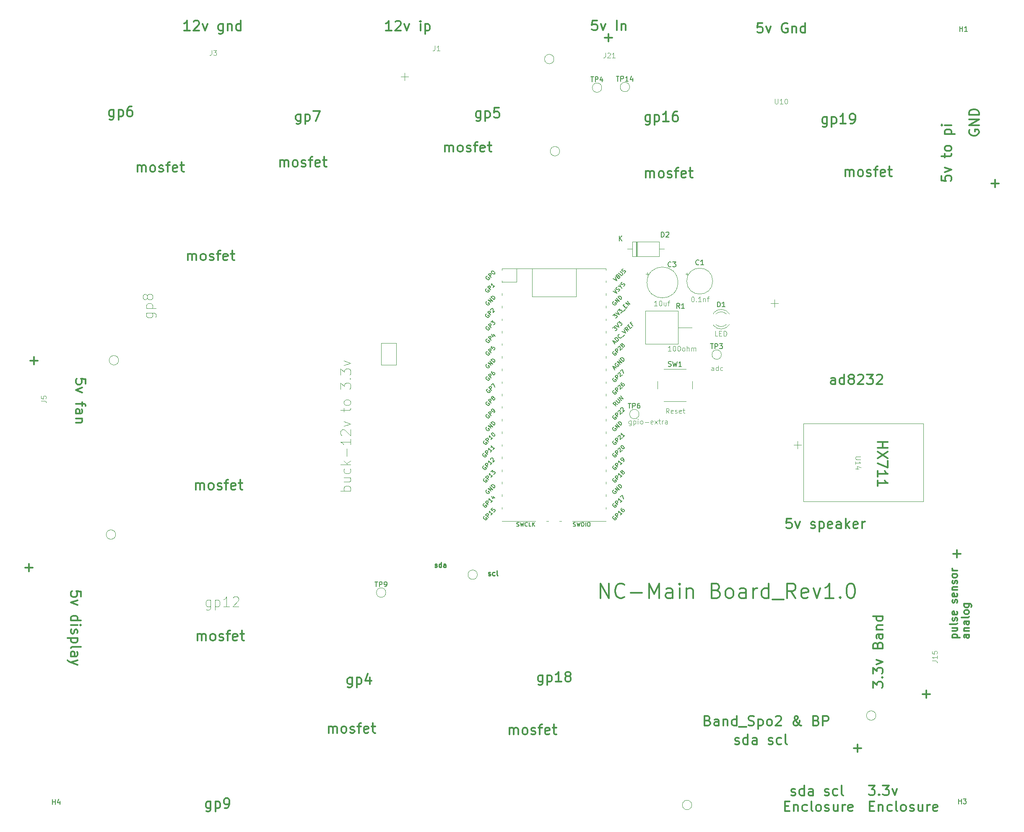
<source format=gbr>
%TF.GenerationSoftware,KiCad,Pcbnew,7.0.11+dfsg-1build4*%
%TF.CreationDate,2025-03-10T12:51:52+05:30*%
%TF.ProjectId,incubator,696e6375-6261-4746-9f72-2e6b69636164,rev?*%
%TF.SameCoordinates,Original*%
%TF.FileFunction,Legend,Top*%
%TF.FilePolarity,Positive*%
%FSLAX46Y46*%
G04 Gerber Fmt 4.6, Leading zero omitted, Abs format (unit mm)*
G04 Created by KiCad (PCBNEW 7.0.11+dfsg-1build4) date 2025-03-10 12:51:52*
%MOMM*%
%LPD*%
G01*
G04 APERTURE LIST*
%ADD10C,0.300000*%
%ADD11C,0.100000*%
%ADD12C,0.250000*%
%ADD13C,0.150000*%
%ADD14C,0.120000*%
G04 APERTURE END LIST*
D10*
X217060828Y-140095489D02*
X218560828Y-140095489D01*
X217132257Y-140095489D02*
X217060828Y-139952632D01*
X217060828Y-139952632D02*
X217060828Y-139666917D01*
X217060828Y-139666917D02*
X217132257Y-139524060D01*
X217132257Y-139524060D02*
X217203685Y-139452632D01*
X217203685Y-139452632D02*
X217346542Y-139381203D01*
X217346542Y-139381203D02*
X217775114Y-139381203D01*
X217775114Y-139381203D02*
X217917971Y-139452632D01*
X217917971Y-139452632D02*
X217989400Y-139524060D01*
X217989400Y-139524060D02*
X218060828Y-139666917D01*
X218060828Y-139666917D02*
X218060828Y-139952632D01*
X218060828Y-139952632D02*
X217989400Y-140095489D01*
X217060828Y-138095489D02*
X218060828Y-138095489D01*
X217060828Y-138738346D02*
X217846542Y-138738346D01*
X217846542Y-138738346D02*
X217989400Y-138666917D01*
X217989400Y-138666917D02*
X218060828Y-138524060D01*
X218060828Y-138524060D02*
X218060828Y-138309774D01*
X218060828Y-138309774D02*
X217989400Y-138166917D01*
X217989400Y-138166917D02*
X217917971Y-138095489D01*
X218060828Y-137166917D02*
X217989400Y-137309774D01*
X217989400Y-137309774D02*
X217846542Y-137381203D01*
X217846542Y-137381203D02*
X216560828Y-137381203D01*
X217989400Y-136666917D02*
X218060828Y-136524060D01*
X218060828Y-136524060D02*
X218060828Y-136238346D01*
X218060828Y-136238346D02*
X217989400Y-136095489D01*
X217989400Y-136095489D02*
X217846542Y-136024060D01*
X217846542Y-136024060D02*
X217775114Y-136024060D01*
X217775114Y-136024060D02*
X217632257Y-136095489D01*
X217632257Y-136095489D02*
X217560828Y-136238346D01*
X217560828Y-136238346D02*
X217560828Y-136452632D01*
X217560828Y-136452632D02*
X217489400Y-136595489D01*
X217489400Y-136595489D02*
X217346542Y-136666917D01*
X217346542Y-136666917D02*
X217275114Y-136666917D01*
X217275114Y-136666917D02*
X217132257Y-136595489D01*
X217132257Y-136595489D02*
X217060828Y-136452632D01*
X217060828Y-136452632D02*
X217060828Y-136238346D01*
X217060828Y-136238346D02*
X217132257Y-136095489D01*
X217989400Y-134809774D02*
X218060828Y-134952631D01*
X218060828Y-134952631D02*
X218060828Y-135238346D01*
X218060828Y-135238346D02*
X217989400Y-135381203D01*
X217989400Y-135381203D02*
X217846542Y-135452631D01*
X217846542Y-135452631D02*
X217275114Y-135452631D01*
X217275114Y-135452631D02*
X217132257Y-135381203D01*
X217132257Y-135381203D02*
X217060828Y-135238346D01*
X217060828Y-135238346D02*
X217060828Y-134952631D01*
X217060828Y-134952631D02*
X217132257Y-134809774D01*
X217132257Y-134809774D02*
X217275114Y-134738346D01*
X217275114Y-134738346D02*
X217417971Y-134738346D01*
X217417971Y-134738346D02*
X217560828Y-135452631D01*
X217989400Y-133024060D02*
X218060828Y-132881203D01*
X218060828Y-132881203D02*
X218060828Y-132595489D01*
X218060828Y-132595489D02*
X217989400Y-132452632D01*
X217989400Y-132452632D02*
X217846542Y-132381203D01*
X217846542Y-132381203D02*
X217775114Y-132381203D01*
X217775114Y-132381203D02*
X217632257Y-132452632D01*
X217632257Y-132452632D02*
X217560828Y-132595489D01*
X217560828Y-132595489D02*
X217560828Y-132809775D01*
X217560828Y-132809775D02*
X217489400Y-132952632D01*
X217489400Y-132952632D02*
X217346542Y-133024060D01*
X217346542Y-133024060D02*
X217275114Y-133024060D01*
X217275114Y-133024060D02*
X217132257Y-132952632D01*
X217132257Y-132952632D02*
X217060828Y-132809775D01*
X217060828Y-132809775D02*
X217060828Y-132595489D01*
X217060828Y-132595489D02*
X217132257Y-132452632D01*
X217989400Y-131166917D02*
X218060828Y-131309774D01*
X218060828Y-131309774D02*
X218060828Y-131595489D01*
X218060828Y-131595489D02*
X217989400Y-131738346D01*
X217989400Y-131738346D02*
X217846542Y-131809774D01*
X217846542Y-131809774D02*
X217275114Y-131809774D01*
X217275114Y-131809774D02*
X217132257Y-131738346D01*
X217132257Y-131738346D02*
X217060828Y-131595489D01*
X217060828Y-131595489D02*
X217060828Y-131309774D01*
X217060828Y-131309774D02*
X217132257Y-131166917D01*
X217132257Y-131166917D02*
X217275114Y-131095489D01*
X217275114Y-131095489D02*
X217417971Y-131095489D01*
X217417971Y-131095489D02*
X217560828Y-131809774D01*
X217060828Y-130452632D02*
X218060828Y-130452632D01*
X217203685Y-130452632D02*
X217132257Y-130381203D01*
X217132257Y-130381203D02*
X217060828Y-130238346D01*
X217060828Y-130238346D02*
X217060828Y-130024060D01*
X217060828Y-130024060D02*
X217132257Y-129881203D01*
X217132257Y-129881203D02*
X217275114Y-129809775D01*
X217275114Y-129809775D02*
X218060828Y-129809775D01*
X217989400Y-129166917D02*
X218060828Y-129024060D01*
X218060828Y-129024060D02*
X218060828Y-128738346D01*
X218060828Y-128738346D02*
X217989400Y-128595489D01*
X217989400Y-128595489D02*
X217846542Y-128524060D01*
X217846542Y-128524060D02*
X217775114Y-128524060D01*
X217775114Y-128524060D02*
X217632257Y-128595489D01*
X217632257Y-128595489D02*
X217560828Y-128738346D01*
X217560828Y-128738346D02*
X217560828Y-128952632D01*
X217560828Y-128952632D02*
X217489400Y-129095489D01*
X217489400Y-129095489D02*
X217346542Y-129166917D01*
X217346542Y-129166917D02*
X217275114Y-129166917D01*
X217275114Y-129166917D02*
X217132257Y-129095489D01*
X217132257Y-129095489D02*
X217060828Y-128952632D01*
X217060828Y-128952632D02*
X217060828Y-128738346D01*
X217060828Y-128738346D02*
X217132257Y-128595489D01*
X218060828Y-127666917D02*
X217989400Y-127809774D01*
X217989400Y-127809774D02*
X217917971Y-127881203D01*
X217917971Y-127881203D02*
X217775114Y-127952631D01*
X217775114Y-127952631D02*
X217346542Y-127952631D01*
X217346542Y-127952631D02*
X217203685Y-127881203D01*
X217203685Y-127881203D02*
X217132257Y-127809774D01*
X217132257Y-127809774D02*
X217060828Y-127666917D01*
X217060828Y-127666917D02*
X217060828Y-127452631D01*
X217060828Y-127452631D02*
X217132257Y-127309774D01*
X217132257Y-127309774D02*
X217203685Y-127238346D01*
X217203685Y-127238346D02*
X217346542Y-127166917D01*
X217346542Y-127166917D02*
X217775114Y-127166917D01*
X217775114Y-127166917D02*
X217917971Y-127238346D01*
X217917971Y-127238346D02*
X217989400Y-127309774D01*
X217989400Y-127309774D02*
X218060828Y-127452631D01*
X218060828Y-127452631D02*
X218060828Y-127666917D01*
X218060828Y-126524060D02*
X217060828Y-126524060D01*
X217346542Y-126524060D02*
X217203685Y-126452631D01*
X217203685Y-126452631D02*
X217132257Y-126381203D01*
X217132257Y-126381203D02*
X217060828Y-126238345D01*
X217060828Y-126238345D02*
X217060828Y-126095488D01*
X220475828Y-139452632D02*
X219690114Y-139452632D01*
X219690114Y-139452632D02*
X219547257Y-139524060D01*
X219547257Y-139524060D02*
X219475828Y-139666917D01*
X219475828Y-139666917D02*
X219475828Y-139952632D01*
X219475828Y-139952632D02*
X219547257Y-140095489D01*
X220404400Y-139452632D02*
X220475828Y-139595489D01*
X220475828Y-139595489D02*
X220475828Y-139952632D01*
X220475828Y-139952632D02*
X220404400Y-140095489D01*
X220404400Y-140095489D02*
X220261542Y-140166917D01*
X220261542Y-140166917D02*
X220118685Y-140166917D01*
X220118685Y-140166917D02*
X219975828Y-140095489D01*
X219975828Y-140095489D02*
X219904400Y-139952632D01*
X219904400Y-139952632D02*
X219904400Y-139595489D01*
X219904400Y-139595489D02*
X219832971Y-139452632D01*
X219475828Y-138738346D02*
X220475828Y-138738346D01*
X219618685Y-138738346D02*
X219547257Y-138666917D01*
X219547257Y-138666917D02*
X219475828Y-138524060D01*
X219475828Y-138524060D02*
X219475828Y-138309774D01*
X219475828Y-138309774D02*
X219547257Y-138166917D01*
X219547257Y-138166917D02*
X219690114Y-138095489D01*
X219690114Y-138095489D02*
X220475828Y-138095489D01*
X220475828Y-136738346D02*
X219690114Y-136738346D01*
X219690114Y-136738346D02*
X219547257Y-136809774D01*
X219547257Y-136809774D02*
X219475828Y-136952631D01*
X219475828Y-136952631D02*
X219475828Y-137238346D01*
X219475828Y-137238346D02*
X219547257Y-137381203D01*
X220404400Y-136738346D02*
X220475828Y-136881203D01*
X220475828Y-136881203D02*
X220475828Y-137238346D01*
X220475828Y-137238346D02*
X220404400Y-137381203D01*
X220404400Y-137381203D02*
X220261542Y-137452631D01*
X220261542Y-137452631D02*
X220118685Y-137452631D01*
X220118685Y-137452631D02*
X219975828Y-137381203D01*
X219975828Y-137381203D02*
X219904400Y-137238346D01*
X219904400Y-137238346D02*
X219904400Y-136881203D01*
X219904400Y-136881203D02*
X219832971Y-136738346D01*
X220475828Y-135809774D02*
X220404400Y-135952631D01*
X220404400Y-135952631D02*
X220261542Y-136024060D01*
X220261542Y-136024060D02*
X218975828Y-136024060D01*
X220475828Y-135024060D02*
X220404400Y-135166917D01*
X220404400Y-135166917D02*
X220332971Y-135238346D01*
X220332971Y-135238346D02*
X220190114Y-135309774D01*
X220190114Y-135309774D02*
X219761542Y-135309774D01*
X219761542Y-135309774D02*
X219618685Y-135238346D01*
X219618685Y-135238346D02*
X219547257Y-135166917D01*
X219547257Y-135166917D02*
X219475828Y-135024060D01*
X219475828Y-135024060D02*
X219475828Y-134809774D01*
X219475828Y-134809774D02*
X219547257Y-134666917D01*
X219547257Y-134666917D02*
X219618685Y-134595489D01*
X219618685Y-134595489D02*
X219761542Y-134524060D01*
X219761542Y-134524060D02*
X220190114Y-134524060D01*
X220190114Y-134524060D02*
X220332971Y-134595489D01*
X220332971Y-134595489D02*
X220404400Y-134666917D01*
X220404400Y-134666917D02*
X220475828Y-134809774D01*
X220475828Y-134809774D02*
X220475828Y-135024060D01*
X219475828Y-133238346D02*
X220690114Y-133238346D01*
X220690114Y-133238346D02*
X220832971Y-133309774D01*
X220832971Y-133309774D02*
X220904400Y-133381203D01*
X220904400Y-133381203D02*
X220975828Y-133524060D01*
X220975828Y-133524060D02*
X220975828Y-133738346D01*
X220975828Y-133738346D02*
X220904400Y-133881203D01*
X220404400Y-133238346D02*
X220475828Y-133381203D01*
X220475828Y-133381203D02*
X220475828Y-133666917D01*
X220475828Y-133666917D02*
X220404400Y-133809774D01*
X220404400Y-133809774D02*
X220332971Y-133881203D01*
X220332971Y-133881203D02*
X220190114Y-133952631D01*
X220190114Y-133952631D02*
X219761542Y-133952631D01*
X219761542Y-133952631D02*
X219618685Y-133881203D01*
X219618685Y-133881203D02*
X219547257Y-133809774D01*
X219547257Y-133809774D02*
X219475828Y-133666917D01*
X219475828Y-133666917D02*
X219475828Y-133381203D01*
X219475828Y-133381203D02*
X219547257Y-133238346D01*
D11*
X168907455Y-86097419D02*
X168907455Y-85573609D01*
X168907455Y-85573609D02*
X168859836Y-85478371D01*
X168859836Y-85478371D02*
X168764598Y-85430752D01*
X168764598Y-85430752D02*
X168574122Y-85430752D01*
X168574122Y-85430752D02*
X168478884Y-85478371D01*
X168907455Y-86049800D02*
X168812217Y-86097419D01*
X168812217Y-86097419D02*
X168574122Y-86097419D01*
X168574122Y-86097419D02*
X168478884Y-86049800D01*
X168478884Y-86049800D02*
X168431265Y-85954561D01*
X168431265Y-85954561D02*
X168431265Y-85859323D01*
X168431265Y-85859323D02*
X168478884Y-85764085D01*
X168478884Y-85764085D02*
X168574122Y-85716466D01*
X168574122Y-85716466D02*
X168812217Y-85716466D01*
X168812217Y-85716466D02*
X168907455Y-85668847D01*
X169812217Y-86097419D02*
X169812217Y-85097419D01*
X169812217Y-86049800D02*
X169716979Y-86097419D01*
X169716979Y-86097419D02*
X169526503Y-86097419D01*
X169526503Y-86097419D02*
X169431265Y-86049800D01*
X169431265Y-86049800D02*
X169383646Y-86002180D01*
X169383646Y-86002180D02*
X169336027Y-85906942D01*
X169336027Y-85906942D02*
X169336027Y-85621228D01*
X169336027Y-85621228D02*
X169383646Y-85525990D01*
X169383646Y-85525990D02*
X169431265Y-85478371D01*
X169431265Y-85478371D02*
X169526503Y-85430752D01*
X169526503Y-85430752D02*
X169716979Y-85430752D01*
X169716979Y-85430752D02*
X169812217Y-85478371D01*
X170716979Y-86049800D02*
X170621741Y-86097419D01*
X170621741Y-86097419D02*
X170431265Y-86097419D01*
X170431265Y-86097419D02*
X170336027Y-86049800D01*
X170336027Y-86049800D02*
X170288408Y-86002180D01*
X170288408Y-86002180D02*
X170240789Y-85906942D01*
X170240789Y-85906942D02*
X170240789Y-85621228D01*
X170240789Y-85621228D02*
X170288408Y-85525990D01*
X170288408Y-85525990D02*
X170336027Y-85478371D01*
X170336027Y-85478371D02*
X170431265Y-85430752D01*
X170431265Y-85430752D02*
X170621741Y-85430752D01*
X170621741Y-85430752D02*
X170716979Y-85478371D01*
D10*
X200208082Y-169944638D02*
X201446177Y-169944638D01*
X201446177Y-169944638D02*
X200779510Y-170706542D01*
X200779510Y-170706542D02*
X201065225Y-170706542D01*
X201065225Y-170706542D02*
X201255701Y-170801780D01*
X201255701Y-170801780D02*
X201350939Y-170897019D01*
X201350939Y-170897019D02*
X201446177Y-171087495D01*
X201446177Y-171087495D02*
X201446177Y-171563685D01*
X201446177Y-171563685D02*
X201350939Y-171754161D01*
X201350939Y-171754161D02*
X201255701Y-171849400D01*
X201255701Y-171849400D02*
X201065225Y-171944638D01*
X201065225Y-171944638D02*
X200493796Y-171944638D01*
X200493796Y-171944638D02*
X200303320Y-171849400D01*
X200303320Y-171849400D02*
X200208082Y-171754161D01*
X202303320Y-171754161D02*
X202398558Y-171849400D01*
X202398558Y-171849400D02*
X202303320Y-171944638D01*
X202303320Y-171944638D02*
X202208082Y-171849400D01*
X202208082Y-171849400D02*
X202303320Y-171754161D01*
X202303320Y-171754161D02*
X202303320Y-171944638D01*
X203065225Y-169944638D02*
X204303320Y-169944638D01*
X204303320Y-169944638D02*
X203636653Y-170706542D01*
X203636653Y-170706542D02*
X203922368Y-170706542D01*
X203922368Y-170706542D02*
X204112844Y-170801780D01*
X204112844Y-170801780D02*
X204208082Y-170897019D01*
X204208082Y-170897019D02*
X204303320Y-171087495D01*
X204303320Y-171087495D02*
X204303320Y-171563685D01*
X204303320Y-171563685D02*
X204208082Y-171754161D01*
X204208082Y-171754161D02*
X204112844Y-171849400D01*
X204112844Y-171849400D02*
X203922368Y-171944638D01*
X203922368Y-171944638D02*
X203350939Y-171944638D01*
X203350939Y-171944638D02*
X203160463Y-171849400D01*
X203160463Y-171849400D02*
X203065225Y-171754161D01*
X204969987Y-170611304D02*
X205446177Y-171944638D01*
X205446177Y-171944638D02*
X205922368Y-170611304D01*
X200398558Y-174117019D02*
X201065225Y-174117019D01*
X201350939Y-175164638D02*
X200398558Y-175164638D01*
X200398558Y-175164638D02*
X200398558Y-173164638D01*
X200398558Y-173164638D02*
X201350939Y-173164638D01*
X202208082Y-173831304D02*
X202208082Y-175164638D01*
X202208082Y-174021780D02*
X202303320Y-173926542D01*
X202303320Y-173926542D02*
X202493796Y-173831304D01*
X202493796Y-173831304D02*
X202779511Y-173831304D01*
X202779511Y-173831304D02*
X202969987Y-173926542D01*
X202969987Y-173926542D02*
X203065225Y-174117019D01*
X203065225Y-174117019D02*
X203065225Y-175164638D01*
X204874749Y-175069400D02*
X204684273Y-175164638D01*
X204684273Y-175164638D02*
X204303320Y-175164638D01*
X204303320Y-175164638D02*
X204112844Y-175069400D01*
X204112844Y-175069400D02*
X204017606Y-174974161D01*
X204017606Y-174974161D02*
X203922368Y-174783685D01*
X203922368Y-174783685D02*
X203922368Y-174212257D01*
X203922368Y-174212257D02*
X204017606Y-174021780D01*
X204017606Y-174021780D02*
X204112844Y-173926542D01*
X204112844Y-173926542D02*
X204303320Y-173831304D01*
X204303320Y-173831304D02*
X204684273Y-173831304D01*
X204684273Y-173831304D02*
X204874749Y-173926542D01*
X206017606Y-175164638D02*
X205827130Y-175069400D01*
X205827130Y-175069400D02*
X205731892Y-174878923D01*
X205731892Y-174878923D02*
X205731892Y-173164638D01*
X207065225Y-175164638D02*
X206874749Y-175069400D01*
X206874749Y-175069400D02*
X206779511Y-174974161D01*
X206779511Y-174974161D02*
X206684273Y-174783685D01*
X206684273Y-174783685D02*
X206684273Y-174212257D01*
X206684273Y-174212257D02*
X206779511Y-174021780D01*
X206779511Y-174021780D02*
X206874749Y-173926542D01*
X206874749Y-173926542D02*
X207065225Y-173831304D01*
X207065225Y-173831304D02*
X207350940Y-173831304D01*
X207350940Y-173831304D02*
X207541416Y-173926542D01*
X207541416Y-173926542D02*
X207636654Y-174021780D01*
X207636654Y-174021780D02*
X207731892Y-174212257D01*
X207731892Y-174212257D02*
X207731892Y-174783685D01*
X207731892Y-174783685D02*
X207636654Y-174974161D01*
X207636654Y-174974161D02*
X207541416Y-175069400D01*
X207541416Y-175069400D02*
X207350940Y-175164638D01*
X207350940Y-175164638D02*
X207065225Y-175164638D01*
X208493797Y-175069400D02*
X208684273Y-175164638D01*
X208684273Y-175164638D02*
X209065225Y-175164638D01*
X209065225Y-175164638D02*
X209255702Y-175069400D01*
X209255702Y-175069400D02*
X209350940Y-174878923D01*
X209350940Y-174878923D02*
X209350940Y-174783685D01*
X209350940Y-174783685D02*
X209255702Y-174593209D01*
X209255702Y-174593209D02*
X209065225Y-174497971D01*
X209065225Y-174497971D02*
X208779511Y-174497971D01*
X208779511Y-174497971D02*
X208589035Y-174402733D01*
X208589035Y-174402733D02*
X208493797Y-174212257D01*
X208493797Y-174212257D02*
X208493797Y-174117019D01*
X208493797Y-174117019D02*
X208589035Y-173926542D01*
X208589035Y-173926542D02*
X208779511Y-173831304D01*
X208779511Y-173831304D02*
X209065225Y-173831304D01*
X209065225Y-173831304D02*
X209255702Y-173926542D01*
X211065226Y-173831304D02*
X211065226Y-175164638D01*
X210208083Y-173831304D02*
X210208083Y-174878923D01*
X210208083Y-174878923D02*
X210303321Y-175069400D01*
X210303321Y-175069400D02*
X210493797Y-175164638D01*
X210493797Y-175164638D02*
X210779512Y-175164638D01*
X210779512Y-175164638D02*
X210969988Y-175069400D01*
X210969988Y-175069400D02*
X211065226Y-174974161D01*
X212017607Y-175164638D02*
X212017607Y-173831304D01*
X212017607Y-174212257D02*
X212112845Y-174021780D01*
X212112845Y-174021780D02*
X212208083Y-173926542D01*
X212208083Y-173926542D02*
X212398559Y-173831304D01*
X212398559Y-173831304D02*
X212589036Y-173831304D01*
X214017607Y-175069400D02*
X213827131Y-175164638D01*
X213827131Y-175164638D02*
X213446178Y-175164638D01*
X213446178Y-175164638D02*
X213255702Y-175069400D01*
X213255702Y-175069400D02*
X213160464Y-174878923D01*
X213160464Y-174878923D02*
X213160464Y-174117019D01*
X213160464Y-174117019D02*
X213255702Y-173926542D01*
X213255702Y-173926542D02*
X213446178Y-173831304D01*
X213446178Y-173831304D02*
X213827131Y-173831304D01*
X213827131Y-173831304D02*
X214017607Y-173926542D01*
X214017607Y-173926542D02*
X214112845Y-174117019D01*
X214112845Y-174117019D02*
X214112845Y-174307495D01*
X214112845Y-174307495D02*
X213160464Y-174497971D01*
X103871177Y-17414638D02*
X102728320Y-17414638D01*
X103299748Y-17414638D02*
X103299748Y-15414638D01*
X103299748Y-15414638D02*
X103109272Y-15700352D01*
X103109272Y-15700352D02*
X102918796Y-15890828D01*
X102918796Y-15890828D02*
X102728320Y-15986066D01*
X104633082Y-15605114D02*
X104728320Y-15509876D01*
X104728320Y-15509876D02*
X104918796Y-15414638D01*
X104918796Y-15414638D02*
X105394987Y-15414638D01*
X105394987Y-15414638D02*
X105585463Y-15509876D01*
X105585463Y-15509876D02*
X105680701Y-15605114D01*
X105680701Y-15605114D02*
X105775939Y-15795590D01*
X105775939Y-15795590D02*
X105775939Y-15986066D01*
X105775939Y-15986066D02*
X105680701Y-16271780D01*
X105680701Y-16271780D02*
X104537844Y-17414638D01*
X104537844Y-17414638D02*
X105775939Y-17414638D01*
X106442606Y-16081304D02*
X106918796Y-17414638D01*
X106918796Y-17414638D02*
X107394987Y-16081304D01*
X109680702Y-17414638D02*
X109680702Y-16081304D01*
X109680702Y-15414638D02*
X109585464Y-15509876D01*
X109585464Y-15509876D02*
X109680702Y-15605114D01*
X109680702Y-15605114D02*
X109775940Y-15509876D01*
X109775940Y-15509876D02*
X109680702Y-15414638D01*
X109680702Y-15414638D02*
X109680702Y-15605114D01*
X110633083Y-16081304D02*
X110633083Y-18081304D01*
X110633083Y-16176542D02*
X110823559Y-16081304D01*
X110823559Y-16081304D02*
X111204512Y-16081304D01*
X111204512Y-16081304D02*
X111394988Y-16176542D01*
X111394988Y-16176542D02*
X111490226Y-16271780D01*
X111490226Y-16271780D02*
X111585464Y-16462257D01*
X111585464Y-16462257D02*
X111585464Y-17033685D01*
X111585464Y-17033685D02*
X111490226Y-17224161D01*
X111490226Y-17224161D02*
X111394988Y-17319400D01*
X111394988Y-17319400D02*
X111204512Y-17414638D01*
X111204512Y-17414638D02*
X110823559Y-17414638D01*
X110823559Y-17414638D02*
X110633083Y-17319400D01*
X155198558Y-47114638D02*
X155198558Y-45781304D01*
X155198558Y-45971780D02*
X155293796Y-45876542D01*
X155293796Y-45876542D02*
X155484272Y-45781304D01*
X155484272Y-45781304D02*
X155769987Y-45781304D01*
X155769987Y-45781304D02*
X155960463Y-45876542D01*
X155960463Y-45876542D02*
X156055701Y-46067019D01*
X156055701Y-46067019D02*
X156055701Y-47114638D01*
X156055701Y-46067019D02*
X156150939Y-45876542D01*
X156150939Y-45876542D02*
X156341415Y-45781304D01*
X156341415Y-45781304D02*
X156627129Y-45781304D01*
X156627129Y-45781304D02*
X156817606Y-45876542D01*
X156817606Y-45876542D02*
X156912844Y-46067019D01*
X156912844Y-46067019D02*
X156912844Y-47114638D01*
X158150939Y-47114638D02*
X157960463Y-47019400D01*
X157960463Y-47019400D02*
X157865225Y-46924161D01*
X157865225Y-46924161D02*
X157769987Y-46733685D01*
X157769987Y-46733685D02*
X157769987Y-46162257D01*
X157769987Y-46162257D02*
X157865225Y-45971780D01*
X157865225Y-45971780D02*
X157960463Y-45876542D01*
X157960463Y-45876542D02*
X158150939Y-45781304D01*
X158150939Y-45781304D02*
X158436654Y-45781304D01*
X158436654Y-45781304D02*
X158627130Y-45876542D01*
X158627130Y-45876542D02*
X158722368Y-45971780D01*
X158722368Y-45971780D02*
X158817606Y-46162257D01*
X158817606Y-46162257D02*
X158817606Y-46733685D01*
X158817606Y-46733685D02*
X158722368Y-46924161D01*
X158722368Y-46924161D02*
X158627130Y-47019400D01*
X158627130Y-47019400D02*
X158436654Y-47114638D01*
X158436654Y-47114638D02*
X158150939Y-47114638D01*
X159579511Y-47019400D02*
X159769987Y-47114638D01*
X159769987Y-47114638D02*
X160150939Y-47114638D01*
X160150939Y-47114638D02*
X160341416Y-47019400D01*
X160341416Y-47019400D02*
X160436654Y-46828923D01*
X160436654Y-46828923D02*
X160436654Y-46733685D01*
X160436654Y-46733685D02*
X160341416Y-46543209D01*
X160341416Y-46543209D02*
X160150939Y-46447971D01*
X160150939Y-46447971D02*
X159865225Y-46447971D01*
X159865225Y-46447971D02*
X159674749Y-46352733D01*
X159674749Y-46352733D02*
X159579511Y-46162257D01*
X159579511Y-46162257D02*
X159579511Y-46067019D01*
X159579511Y-46067019D02*
X159674749Y-45876542D01*
X159674749Y-45876542D02*
X159865225Y-45781304D01*
X159865225Y-45781304D02*
X160150939Y-45781304D01*
X160150939Y-45781304D02*
X160341416Y-45876542D01*
X161008083Y-45781304D02*
X161769987Y-45781304D01*
X161293797Y-47114638D02*
X161293797Y-45400352D01*
X161293797Y-45400352D02*
X161389035Y-45209876D01*
X161389035Y-45209876D02*
X161579511Y-45114638D01*
X161579511Y-45114638D02*
X161769987Y-45114638D01*
X163198559Y-47019400D02*
X163008083Y-47114638D01*
X163008083Y-47114638D02*
X162627130Y-47114638D01*
X162627130Y-47114638D02*
X162436654Y-47019400D01*
X162436654Y-47019400D02*
X162341416Y-46828923D01*
X162341416Y-46828923D02*
X162341416Y-46067019D01*
X162341416Y-46067019D02*
X162436654Y-45876542D01*
X162436654Y-45876542D02*
X162627130Y-45781304D01*
X162627130Y-45781304D02*
X163008083Y-45781304D01*
X163008083Y-45781304D02*
X163198559Y-45876542D01*
X163198559Y-45876542D02*
X163293797Y-46067019D01*
X163293797Y-46067019D02*
X163293797Y-46257495D01*
X163293797Y-46257495D02*
X162341416Y-46447971D01*
X163865226Y-45781304D02*
X164627130Y-45781304D01*
X164150940Y-45114638D02*
X164150940Y-46828923D01*
X164150940Y-46828923D02*
X164246178Y-47019400D01*
X164246178Y-47019400D02*
X164436654Y-47114638D01*
X164436654Y-47114638D02*
X164627130Y-47114638D01*
X178725939Y-15839638D02*
X177773558Y-15839638D01*
X177773558Y-15839638D02*
X177678320Y-16792019D01*
X177678320Y-16792019D02*
X177773558Y-16696780D01*
X177773558Y-16696780D02*
X177964034Y-16601542D01*
X177964034Y-16601542D02*
X178440225Y-16601542D01*
X178440225Y-16601542D02*
X178630701Y-16696780D01*
X178630701Y-16696780D02*
X178725939Y-16792019D01*
X178725939Y-16792019D02*
X178821177Y-16982495D01*
X178821177Y-16982495D02*
X178821177Y-17458685D01*
X178821177Y-17458685D02*
X178725939Y-17649161D01*
X178725939Y-17649161D02*
X178630701Y-17744400D01*
X178630701Y-17744400D02*
X178440225Y-17839638D01*
X178440225Y-17839638D02*
X177964034Y-17839638D01*
X177964034Y-17839638D02*
X177773558Y-17744400D01*
X177773558Y-17744400D02*
X177678320Y-17649161D01*
X179487844Y-16506304D02*
X179964034Y-17839638D01*
X179964034Y-17839638D02*
X180440225Y-16506304D01*
X183773559Y-15934876D02*
X183583083Y-15839638D01*
X183583083Y-15839638D02*
X183297369Y-15839638D01*
X183297369Y-15839638D02*
X183011654Y-15934876D01*
X183011654Y-15934876D02*
X182821178Y-16125352D01*
X182821178Y-16125352D02*
X182725940Y-16315828D01*
X182725940Y-16315828D02*
X182630702Y-16696780D01*
X182630702Y-16696780D02*
X182630702Y-16982495D01*
X182630702Y-16982495D02*
X182725940Y-17363447D01*
X182725940Y-17363447D02*
X182821178Y-17553923D01*
X182821178Y-17553923D02*
X183011654Y-17744400D01*
X183011654Y-17744400D02*
X183297369Y-17839638D01*
X183297369Y-17839638D02*
X183487845Y-17839638D01*
X183487845Y-17839638D02*
X183773559Y-17744400D01*
X183773559Y-17744400D02*
X183868797Y-17649161D01*
X183868797Y-17649161D02*
X183868797Y-16982495D01*
X183868797Y-16982495D02*
X183487845Y-16982495D01*
X184725940Y-16506304D02*
X184725940Y-17839638D01*
X184725940Y-16696780D02*
X184821178Y-16601542D01*
X184821178Y-16601542D02*
X185011654Y-16506304D01*
X185011654Y-16506304D02*
X185297369Y-16506304D01*
X185297369Y-16506304D02*
X185487845Y-16601542D01*
X185487845Y-16601542D02*
X185583083Y-16792019D01*
X185583083Y-16792019D02*
X185583083Y-17839638D01*
X187392607Y-17839638D02*
X187392607Y-15839638D01*
X187392607Y-17744400D02*
X187202131Y-17839638D01*
X187202131Y-17839638D02*
X186821178Y-17839638D01*
X186821178Y-17839638D02*
X186630702Y-17744400D01*
X186630702Y-17744400D02*
X186535464Y-17649161D01*
X186535464Y-17649161D02*
X186440226Y-17458685D01*
X186440226Y-17458685D02*
X186440226Y-16887257D01*
X186440226Y-16887257D02*
X186535464Y-16696780D01*
X186535464Y-16696780D02*
X186630702Y-16601542D01*
X186630702Y-16601542D02*
X186821178Y-16506304D01*
X186821178Y-16506304D02*
X187202131Y-16506304D01*
X187202131Y-16506304D02*
X187392607Y-16601542D01*
X173228320Y-161544400D02*
X173418796Y-161639638D01*
X173418796Y-161639638D02*
X173799748Y-161639638D01*
X173799748Y-161639638D02*
X173990225Y-161544400D01*
X173990225Y-161544400D02*
X174085463Y-161353923D01*
X174085463Y-161353923D02*
X174085463Y-161258685D01*
X174085463Y-161258685D02*
X173990225Y-161068209D01*
X173990225Y-161068209D02*
X173799748Y-160972971D01*
X173799748Y-160972971D02*
X173514034Y-160972971D01*
X173514034Y-160972971D02*
X173323558Y-160877733D01*
X173323558Y-160877733D02*
X173228320Y-160687257D01*
X173228320Y-160687257D02*
X173228320Y-160592019D01*
X173228320Y-160592019D02*
X173323558Y-160401542D01*
X173323558Y-160401542D02*
X173514034Y-160306304D01*
X173514034Y-160306304D02*
X173799748Y-160306304D01*
X173799748Y-160306304D02*
X173990225Y-160401542D01*
X175799749Y-161639638D02*
X175799749Y-159639638D01*
X175799749Y-161544400D02*
X175609273Y-161639638D01*
X175609273Y-161639638D02*
X175228320Y-161639638D01*
X175228320Y-161639638D02*
X175037844Y-161544400D01*
X175037844Y-161544400D02*
X174942606Y-161449161D01*
X174942606Y-161449161D02*
X174847368Y-161258685D01*
X174847368Y-161258685D02*
X174847368Y-160687257D01*
X174847368Y-160687257D02*
X174942606Y-160496780D01*
X174942606Y-160496780D02*
X175037844Y-160401542D01*
X175037844Y-160401542D02*
X175228320Y-160306304D01*
X175228320Y-160306304D02*
X175609273Y-160306304D01*
X175609273Y-160306304D02*
X175799749Y-160401542D01*
X177609273Y-161639638D02*
X177609273Y-160592019D01*
X177609273Y-160592019D02*
X177514035Y-160401542D01*
X177514035Y-160401542D02*
X177323559Y-160306304D01*
X177323559Y-160306304D02*
X176942606Y-160306304D01*
X176942606Y-160306304D02*
X176752130Y-160401542D01*
X177609273Y-161544400D02*
X177418797Y-161639638D01*
X177418797Y-161639638D02*
X176942606Y-161639638D01*
X176942606Y-161639638D02*
X176752130Y-161544400D01*
X176752130Y-161544400D02*
X176656892Y-161353923D01*
X176656892Y-161353923D02*
X176656892Y-161163447D01*
X176656892Y-161163447D02*
X176752130Y-160972971D01*
X176752130Y-160972971D02*
X176942606Y-160877733D01*
X176942606Y-160877733D02*
X177418797Y-160877733D01*
X177418797Y-160877733D02*
X177609273Y-160782495D01*
X179990226Y-161544400D02*
X180180702Y-161639638D01*
X180180702Y-161639638D02*
X180561654Y-161639638D01*
X180561654Y-161639638D02*
X180752131Y-161544400D01*
X180752131Y-161544400D02*
X180847369Y-161353923D01*
X180847369Y-161353923D02*
X180847369Y-161258685D01*
X180847369Y-161258685D02*
X180752131Y-161068209D01*
X180752131Y-161068209D02*
X180561654Y-160972971D01*
X180561654Y-160972971D02*
X180275940Y-160972971D01*
X180275940Y-160972971D02*
X180085464Y-160877733D01*
X180085464Y-160877733D02*
X179990226Y-160687257D01*
X179990226Y-160687257D02*
X179990226Y-160592019D01*
X179990226Y-160592019D02*
X180085464Y-160401542D01*
X180085464Y-160401542D02*
X180275940Y-160306304D01*
X180275940Y-160306304D02*
X180561654Y-160306304D01*
X180561654Y-160306304D02*
X180752131Y-160401542D01*
X182561655Y-161544400D02*
X182371179Y-161639638D01*
X182371179Y-161639638D02*
X181990226Y-161639638D01*
X181990226Y-161639638D02*
X181799750Y-161544400D01*
X181799750Y-161544400D02*
X181704512Y-161449161D01*
X181704512Y-161449161D02*
X181609274Y-161258685D01*
X181609274Y-161258685D02*
X181609274Y-160687257D01*
X181609274Y-160687257D02*
X181704512Y-160496780D01*
X181704512Y-160496780D02*
X181799750Y-160401542D01*
X181799750Y-160401542D02*
X181990226Y-160306304D01*
X181990226Y-160306304D02*
X182371179Y-160306304D01*
X182371179Y-160306304D02*
X182561655Y-160401542D01*
X183704512Y-161639638D02*
X183514036Y-161544400D01*
X183514036Y-161544400D02*
X183418798Y-161353923D01*
X183418798Y-161353923D02*
X183418798Y-159639638D01*
X191780701Y-34856304D02*
X191780701Y-36475352D01*
X191780701Y-36475352D02*
X191685463Y-36665828D01*
X191685463Y-36665828D02*
X191590225Y-36761066D01*
X191590225Y-36761066D02*
X191399748Y-36856304D01*
X191399748Y-36856304D02*
X191114034Y-36856304D01*
X191114034Y-36856304D02*
X190923558Y-36761066D01*
X191780701Y-36094400D02*
X191590225Y-36189638D01*
X191590225Y-36189638D02*
X191209272Y-36189638D01*
X191209272Y-36189638D02*
X191018796Y-36094400D01*
X191018796Y-36094400D02*
X190923558Y-35999161D01*
X190923558Y-35999161D02*
X190828320Y-35808685D01*
X190828320Y-35808685D02*
X190828320Y-35237257D01*
X190828320Y-35237257D02*
X190923558Y-35046780D01*
X190923558Y-35046780D02*
X191018796Y-34951542D01*
X191018796Y-34951542D02*
X191209272Y-34856304D01*
X191209272Y-34856304D02*
X191590225Y-34856304D01*
X191590225Y-34856304D02*
X191780701Y-34951542D01*
X192733082Y-34856304D02*
X192733082Y-36856304D01*
X192733082Y-34951542D02*
X192923558Y-34856304D01*
X192923558Y-34856304D02*
X193304511Y-34856304D01*
X193304511Y-34856304D02*
X193494987Y-34951542D01*
X193494987Y-34951542D02*
X193590225Y-35046780D01*
X193590225Y-35046780D02*
X193685463Y-35237257D01*
X193685463Y-35237257D02*
X193685463Y-35808685D01*
X193685463Y-35808685D02*
X193590225Y-35999161D01*
X193590225Y-35999161D02*
X193494987Y-36094400D01*
X193494987Y-36094400D02*
X193304511Y-36189638D01*
X193304511Y-36189638D02*
X192923558Y-36189638D01*
X192923558Y-36189638D02*
X192733082Y-36094400D01*
X195590225Y-36189638D02*
X194447368Y-36189638D01*
X195018796Y-36189638D02*
X195018796Y-34189638D01*
X195018796Y-34189638D02*
X194828320Y-34475352D01*
X194828320Y-34475352D02*
X194637844Y-34665828D01*
X194637844Y-34665828D02*
X194447368Y-34761066D01*
X196542606Y-36189638D02*
X196923558Y-36189638D01*
X196923558Y-36189638D02*
X197114035Y-36094400D01*
X197114035Y-36094400D02*
X197209273Y-35999161D01*
X197209273Y-35999161D02*
X197399749Y-35713447D01*
X197399749Y-35713447D02*
X197494987Y-35332495D01*
X197494987Y-35332495D02*
X197494987Y-34570590D01*
X197494987Y-34570590D02*
X197399749Y-34380114D01*
X197399749Y-34380114D02*
X197304511Y-34284876D01*
X197304511Y-34284876D02*
X197114035Y-34189638D01*
X197114035Y-34189638D02*
X196733082Y-34189638D01*
X196733082Y-34189638D02*
X196542606Y-34284876D01*
X196542606Y-34284876D02*
X196447368Y-34380114D01*
X196447368Y-34380114D02*
X196352130Y-34570590D01*
X196352130Y-34570590D02*
X196352130Y-35046780D01*
X196352130Y-35046780D02*
X196447368Y-35237257D01*
X196447368Y-35237257D02*
X196542606Y-35332495D01*
X196542606Y-35332495D02*
X196733082Y-35427733D01*
X196733082Y-35427733D02*
X197114035Y-35427733D01*
X197114035Y-35427733D02*
X197304511Y-35332495D01*
X197304511Y-35332495D02*
X197399749Y-35237257D01*
X197399749Y-35237257D02*
X197494987Y-35046780D01*
X184577130Y-171869400D02*
X184767606Y-171964638D01*
X184767606Y-171964638D02*
X185148558Y-171964638D01*
X185148558Y-171964638D02*
X185339035Y-171869400D01*
X185339035Y-171869400D02*
X185434273Y-171678923D01*
X185434273Y-171678923D02*
X185434273Y-171583685D01*
X185434273Y-171583685D02*
X185339035Y-171393209D01*
X185339035Y-171393209D02*
X185148558Y-171297971D01*
X185148558Y-171297971D02*
X184862844Y-171297971D01*
X184862844Y-171297971D02*
X184672368Y-171202733D01*
X184672368Y-171202733D02*
X184577130Y-171012257D01*
X184577130Y-171012257D02*
X184577130Y-170917019D01*
X184577130Y-170917019D02*
X184672368Y-170726542D01*
X184672368Y-170726542D02*
X184862844Y-170631304D01*
X184862844Y-170631304D02*
X185148558Y-170631304D01*
X185148558Y-170631304D02*
X185339035Y-170726542D01*
X187148559Y-171964638D02*
X187148559Y-169964638D01*
X187148559Y-171869400D02*
X186958083Y-171964638D01*
X186958083Y-171964638D02*
X186577130Y-171964638D01*
X186577130Y-171964638D02*
X186386654Y-171869400D01*
X186386654Y-171869400D02*
X186291416Y-171774161D01*
X186291416Y-171774161D02*
X186196178Y-171583685D01*
X186196178Y-171583685D02*
X186196178Y-171012257D01*
X186196178Y-171012257D02*
X186291416Y-170821780D01*
X186291416Y-170821780D02*
X186386654Y-170726542D01*
X186386654Y-170726542D02*
X186577130Y-170631304D01*
X186577130Y-170631304D02*
X186958083Y-170631304D01*
X186958083Y-170631304D02*
X187148559Y-170726542D01*
X188958083Y-171964638D02*
X188958083Y-170917019D01*
X188958083Y-170917019D02*
X188862845Y-170726542D01*
X188862845Y-170726542D02*
X188672369Y-170631304D01*
X188672369Y-170631304D02*
X188291416Y-170631304D01*
X188291416Y-170631304D02*
X188100940Y-170726542D01*
X188958083Y-171869400D02*
X188767607Y-171964638D01*
X188767607Y-171964638D02*
X188291416Y-171964638D01*
X188291416Y-171964638D02*
X188100940Y-171869400D01*
X188100940Y-171869400D02*
X188005702Y-171678923D01*
X188005702Y-171678923D02*
X188005702Y-171488447D01*
X188005702Y-171488447D02*
X188100940Y-171297971D01*
X188100940Y-171297971D02*
X188291416Y-171202733D01*
X188291416Y-171202733D02*
X188767607Y-171202733D01*
X188767607Y-171202733D02*
X188958083Y-171107495D01*
X191339036Y-171869400D02*
X191529512Y-171964638D01*
X191529512Y-171964638D02*
X191910464Y-171964638D01*
X191910464Y-171964638D02*
X192100941Y-171869400D01*
X192100941Y-171869400D02*
X192196179Y-171678923D01*
X192196179Y-171678923D02*
X192196179Y-171583685D01*
X192196179Y-171583685D02*
X192100941Y-171393209D01*
X192100941Y-171393209D02*
X191910464Y-171297971D01*
X191910464Y-171297971D02*
X191624750Y-171297971D01*
X191624750Y-171297971D02*
X191434274Y-171202733D01*
X191434274Y-171202733D02*
X191339036Y-171012257D01*
X191339036Y-171012257D02*
X191339036Y-170917019D01*
X191339036Y-170917019D02*
X191434274Y-170726542D01*
X191434274Y-170726542D02*
X191624750Y-170631304D01*
X191624750Y-170631304D02*
X191910464Y-170631304D01*
X191910464Y-170631304D02*
X192100941Y-170726542D01*
X193910465Y-171869400D02*
X193719989Y-171964638D01*
X193719989Y-171964638D02*
X193339036Y-171964638D01*
X193339036Y-171964638D02*
X193148560Y-171869400D01*
X193148560Y-171869400D02*
X193053322Y-171774161D01*
X193053322Y-171774161D02*
X192958084Y-171583685D01*
X192958084Y-171583685D02*
X192958084Y-171012257D01*
X192958084Y-171012257D02*
X193053322Y-170821780D01*
X193053322Y-170821780D02*
X193148560Y-170726542D01*
X193148560Y-170726542D02*
X193339036Y-170631304D01*
X193339036Y-170631304D02*
X193719989Y-170631304D01*
X193719989Y-170631304D02*
X193910465Y-170726542D01*
X195053322Y-171964638D02*
X194862846Y-171869400D01*
X194862846Y-171869400D02*
X194767608Y-171678923D01*
X194767608Y-171678923D02*
X194767608Y-169964638D01*
X127698558Y-159639638D02*
X127698558Y-158306304D01*
X127698558Y-158496780D02*
X127793796Y-158401542D01*
X127793796Y-158401542D02*
X127984272Y-158306304D01*
X127984272Y-158306304D02*
X128269987Y-158306304D01*
X128269987Y-158306304D02*
X128460463Y-158401542D01*
X128460463Y-158401542D02*
X128555701Y-158592019D01*
X128555701Y-158592019D02*
X128555701Y-159639638D01*
X128555701Y-158592019D02*
X128650939Y-158401542D01*
X128650939Y-158401542D02*
X128841415Y-158306304D01*
X128841415Y-158306304D02*
X129127129Y-158306304D01*
X129127129Y-158306304D02*
X129317606Y-158401542D01*
X129317606Y-158401542D02*
X129412844Y-158592019D01*
X129412844Y-158592019D02*
X129412844Y-159639638D01*
X130650939Y-159639638D02*
X130460463Y-159544400D01*
X130460463Y-159544400D02*
X130365225Y-159449161D01*
X130365225Y-159449161D02*
X130269987Y-159258685D01*
X130269987Y-159258685D02*
X130269987Y-158687257D01*
X130269987Y-158687257D02*
X130365225Y-158496780D01*
X130365225Y-158496780D02*
X130460463Y-158401542D01*
X130460463Y-158401542D02*
X130650939Y-158306304D01*
X130650939Y-158306304D02*
X130936654Y-158306304D01*
X130936654Y-158306304D02*
X131127130Y-158401542D01*
X131127130Y-158401542D02*
X131222368Y-158496780D01*
X131222368Y-158496780D02*
X131317606Y-158687257D01*
X131317606Y-158687257D02*
X131317606Y-159258685D01*
X131317606Y-159258685D02*
X131222368Y-159449161D01*
X131222368Y-159449161D02*
X131127130Y-159544400D01*
X131127130Y-159544400D02*
X130936654Y-159639638D01*
X130936654Y-159639638D02*
X130650939Y-159639638D01*
X132079511Y-159544400D02*
X132269987Y-159639638D01*
X132269987Y-159639638D02*
X132650939Y-159639638D01*
X132650939Y-159639638D02*
X132841416Y-159544400D01*
X132841416Y-159544400D02*
X132936654Y-159353923D01*
X132936654Y-159353923D02*
X132936654Y-159258685D01*
X132936654Y-159258685D02*
X132841416Y-159068209D01*
X132841416Y-159068209D02*
X132650939Y-158972971D01*
X132650939Y-158972971D02*
X132365225Y-158972971D01*
X132365225Y-158972971D02*
X132174749Y-158877733D01*
X132174749Y-158877733D02*
X132079511Y-158687257D01*
X132079511Y-158687257D02*
X132079511Y-158592019D01*
X132079511Y-158592019D02*
X132174749Y-158401542D01*
X132174749Y-158401542D02*
X132365225Y-158306304D01*
X132365225Y-158306304D02*
X132650939Y-158306304D01*
X132650939Y-158306304D02*
X132841416Y-158401542D01*
X133508083Y-158306304D02*
X134269987Y-158306304D01*
X133793797Y-159639638D02*
X133793797Y-157925352D01*
X133793797Y-157925352D02*
X133889035Y-157734876D01*
X133889035Y-157734876D02*
X134079511Y-157639638D01*
X134079511Y-157639638D02*
X134269987Y-157639638D01*
X135698559Y-159544400D02*
X135508083Y-159639638D01*
X135508083Y-159639638D02*
X135127130Y-159639638D01*
X135127130Y-159639638D02*
X134936654Y-159544400D01*
X134936654Y-159544400D02*
X134841416Y-159353923D01*
X134841416Y-159353923D02*
X134841416Y-158592019D01*
X134841416Y-158592019D02*
X134936654Y-158401542D01*
X134936654Y-158401542D02*
X135127130Y-158306304D01*
X135127130Y-158306304D02*
X135508083Y-158306304D01*
X135508083Y-158306304D02*
X135698559Y-158401542D01*
X135698559Y-158401542D02*
X135793797Y-158592019D01*
X135793797Y-158592019D02*
X135793797Y-158782495D01*
X135793797Y-158782495D02*
X134841416Y-158972971D01*
X136365226Y-158306304D02*
X137127130Y-158306304D01*
X136650940Y-157639638D02*
X136650940Y-159353923D01*
X136650940Y-159353923D02*
X136746178Y-159544400D01*
X136746178Y-159544400D02*
X136936654Y-159639638D01*
X136936654Y-159639638D02*
X137127130Y-159639638D01*
X134355701Y-147656304D02*
X134355701Y-149275352D01*
X134355701Y-149275352D02*
X134260463Y-149465828D01*
X134260463Y-149465828D02*
X134165225Y-149561066D01*
X134165225Y-149561066D02*
X133974748Y-149656304D01*
X133974748Y-149656304D02*
X133689034Y-149656304D01*
X133689034Y-149656304D02*
X133498558Y-149561066D01*
X134355701Y-148894400D02*
X134165225Y-148989638D01*
X134165225Y-148989638D02*
X133784272Y-148989638D01*
X133784272Y-148989638D02*
X133593796Y-148894400D01*
X133593796Y-148894400D02*
X133498558Y-148799161D01*
X133498558Y-148799161D02*
X133403320Y-148608685D01*
X133403320Y-148608685D02*
X133403320Y-148037257D01*
X133403320Y-148037257D02*
X133498558Y-147846780D01*
X133498558Y-147846780D02*
X133593796Y-147751542D01*
X133593796Y-147751542D02*
X133784272Y-147656304D01*
X133784272Y-147656304D02*
X134165225Y-147656304D01*
X134165225Y-147656304D02*
X134355701Y-147751542D01*
X135308082Y-147656304D02*
X135308082Y-149656304D01*
X135308082Y-147751542D02*
X135498558Y-147656304D01*
X135498558Y-147656304D02*
X135879511Y-147656304D01*
X135879511Y-147656304D02*
X136069987Y-147751542D01*
X136069987Y-147751542D02*
X136165225Y-147846780D01*
X136165225Y-147846780D02*
X136260463Y-148037257D01*
X136260463Y-148037257D02*
X136260463Y-148608685D01*
X136260463Y-148608685D02*
X136165225Y-148799161D01*
X136165225Y-148799161D02*
X136069987Y-148894400D01*
X136069987Y-148894400D02*
X135879511Y-148989638D01*
X135879511Y-148989638D02*
X135498558Y-148989638D01*
X135498558Y-148989638D02*
X135308082Y-148894400D01*
X138165225Y-148989638D02*
X137022368Y-148989638D01*
X137593796Y-148989638D02*
X137593796Y-146989638D01*
X137593796Y-146989638D02*
X137403320Y-147275352D01*
X137403320Y-147275352D02*
X137212844Y-147465828D01*
X137212844Y-147465828D02*
X137022368Y-147561066D01*
X139308082Y-147846780D02*
X139117606Y-147751542D01*
X139117606Y-147751542D02*
X139022368Y-147656304D01*
X139022368Y-147656304D02*
X138927130Y-147465828D01*
X138927130Y-147465828D02*
X138927130Y-147370590D01*
X138927130Y-147370590D02*
X139022368Y-147180114D01*
X139022368Y-147180114D02*
X139117606Y-147084876D01*
X139117606Y-147084876D02*
X139308082Y-146989638D01*
X139308082Y-146989638D02*
X139689035Y-146989638D01*
X139689035Y-146989638D02*
X139879511Y-147084876D01*
X139879511Y-147084876D02*
X139974749Y-147180114D01*
X139974749Y-147180114D02*
X140069987Y-147370590D01*
X140069987Y-147370590D02*
X140069987Y-147465828D01*
X140069987Y-147465828D02*
X139974749Y-147656304D01*
X139974749Y-147656304D02*
X139879511Y-147751542D01*
X139879511Y-147751542D02*
X139689035Y-147846780D01*
X139689035Y-147846780D02*
X139308082Y-147846780D01*
X139308082Y-147846780D02*
X139117606Y-147942019D01*
X139117606Y-147942019D02*
X139022368Y-148037257D01*
X139022368Y-148037257D02*
X138927130Y-148227733D01*
X138927130Y-148227733D02*
X138927130Y-148608685D01*
X138927130Y-148608685D02*
X139022368Y-148799161D01*
X139022368Y-148799161D02*
X139117606Y-148894400D01*
X139117606Y-148894400D02*
X139308082Y-148989638D01*
X139308082Y-148989638D02*
X139689035Y-148989638D01*
X139689035Y-148989638D02*
X139879511Y-148894400D01*
X139879511Y-148894400D02*
X139974749Y-148799161D01*
X139974749Y-148799161D02*
X140069987Y-148608685D01*
X140069987Y-148608685D02*
X140069987Y-148227733D01*
X140069987Y-148227733D02*
X139974749Y-148037257D01*
X139974749Y-148037257D02*
X139879511Y-147942019D01*
X139879511Y-147942019D02*
X139689035Y-147846780D01*
X220559876Y-37478822D02*
X220464638Y-37669298D01*
X220464638Y-37669298D02*
X220464638Y-37955012D01*
X220464638Y-37955012D02*
X220559876Y-38240727D01*
X220559876Y-38240727D02*
X220750352Y-38431203D01*
X220750352Y-38431203D02*
X220940828Y-38526441D01*
X220940828Y-38526441D02*
X221321780Y-38621679D01*
X221321780Y-38621679D02*
X221607495Y-38621679D01*
X221607495Y-38621679D02*
X221988447Y-38526441D01*
X221988447Y-38526441D02*
X222178923Y-38431203D01*
X222178923Y-38431203D02*
X222369400Y-38240727D01*
X222369400Y-38240727D02*
X222464638Y-37955012D01*
X222464638Y-37955012D02*
X222464638Y-37764536D01*
X222464638Y-37764536D02*
X222369400Y-37478822D01*
X222369400Y-37478822D02*
X222274161Y-37383584D01*
X222274161Y-37383584D02*
X221607495Y-37383584D01*
X221607495Y-37383584D02*
X221607495Y-37764536D01*
X222464638Y-36526441D02*
X220464638Y-36526441D01*
X220464638Y-36526441D02*
X222464638Y-35383584D01*
X222464638Y-35383584D02*
X220464638Y-35383584D01*
X222464638Y-34431203D02*
X220464638Y-34431203D01*
X220464638Y-34431203D02*
X220464638Y-33955013D01*
X220464638Y-33955013D02*
X220559876Y-33669298D01*
X220559876Y-33669298D02*
X220750352Y-33478822D01*
X220750352Y-33478822D02*
X220940828Y-33383584D01*
X220940828Y-33383584D02*
X221321780Y-33288346D01*
X221321780Y-33288346D02*
X221607495Y-33288346D01*
X221607495Y-33288346D02*
X221988447Y-33383584D01*
X221988447Y-33383584D02*
X222178923Y-33478822D01*
X222178923Y-33478822D02*
X222369400Y-33669298D01*
X222369400Y-33669298D02*
X222464638Y-33955013D01*
X222464638Y-33955013D02*
X222464638Y-34431203D01*
D11*
X159869312Y-94729419D02*
X159535979Y-94253228D01*
X159297884Y-94729419D02*
X159297884Y-93729419D01*
X159297884Y-93729419D02*
X159678836Y-93729419D01*
X159678836Y-93729419D02*
X159774074Y-93777038D01*
X159774074Y-93777038D02*
X159821693Y-93824657D01*
X159821693Y-93824657D02*
X159869312Y-93919895D01*
X159869312Y-93919895D02*
X159869312Y-94062752D01*
X159869312Y-94062752D02*
X159821693Y-94157990D01*
X159821693Y-94157990D02*
X159774074Y-94205609D01*
X159774074Y-94205609D02*
X159678836Y-94253228D01*
X159678836Y-94253228D02*
X159297884Y-94253228D01*
X160678836Y-94681800D02*
X160583598Y-94729419D01*
X160583598Y-94729419D02*
X160393122Y-94729419D01*
X160393122Y-94729419D02*
X160297884Y-94681800D01*
X160297884Y-94681800D02*
X160250265Y-94586561D01*
X160250265Y-94586561D02*
X160250265Y-94205609D01*
X160250265Y-94205609D02*
X160297884Y-94110371D01*
X160297884Y-94110371D02*
X160393122Y-94062752D01*
X160393122Y-94062752D02*
X160583598Y-94062752D01*
X160583598Y-94062752D02*
X160678836Y-94110371D01*
X160678836Y-94110371D02*
X160726455Y-94205609D01*
X160726455Y-94205609D02*
X160726455Y-94300847D01*
X160726455Y-94300847D02*
X160250265Y-94396085D01*
X161107408Y-94681800D02*
X161202646Y-94729419D01*
X161202646Y-94729419D02*
X161393122Y-94729419D01*
X161393122Y-94729419D02*
X161488360Y-94681800D01*
X161488360Y-94681800D02*
X161535979Y-94586561D01*
X161535979Y-94586561D02*
X161535979Y-94538942D01*
X161535979Y-94538942D02*
X161488360Y-94443704D01*
X161488360Y-94443704D02*
X161393122Y-94396085D01*
X161393122Y-94396085D02*
X161250265Y-94396085D01*
X161250265Y-94396085D02*
X161155027Y-94348466D01*
X161155027Y-94348466D02*
X161107408Y-94253228D01*
X161107408Y-94253228D02*
X161107408Y-94205609D01*
X161107408Y-94205609D02*
X161155027Y-94110371D01*
X161155027Y-94110371D02*
X161250265Y-94062752D01*
X161250265Y-94062752D02*
X161393122Y-94062752D01*
X161393122Y-94062752D02*
X161488360Y-94110371D01*
X162345503Y-94681800D02*
X162250265Y-94729419D01*
X162250265Y-94729419D02*
X162059789Y-94729419D01*
X162059789Y-94729419D02*
X161964551Y-94681800D01*
X161964551Y-94681800D02*
X161916932Y-94586561D01*
X161916932Y-94586561D02*
X161916932Y-94205609D01*
X161916932Y-94205609D02*
X161964551Y-94110371D01*
X161964551Y-94110371D02*
X162059789Y-94062752D01*
X162059789Y-94062752D02*
X162250265Y-94062752D01*
X162250265Y-94062752D02*
X162345503Y-94110371D01*
X162345503Y-94110371D02*
X162393122Y-94205609D01*
X162393122Y-94205609D02*
X162393122Y-94300847D01*
X162393122Y-94300847D02*
X161916932Y-94396085D01*
X162678837Y-94062752D02*
X163059789Y-94062752D01*
X162821694Y-93729419D02*
X162821694Y-94586561D01*
X162821694Y-94586561D02*
X162869313Y-94681800D01*
X162869313Y-94681800D02*
X162964551Y-94729419D01*
X162964551Y-94729419D02*
X163059789Y-94729419D01*
D10*
X95880701Y-148156304D02*
X95880701Y-149775352D01*
X95880701Y-149775352D02*
X95785463Y-149965828D01*
X95785463Y-149965828D02*
X95690225Y-150061066D01*
X95690225Y-150061066D02*
X95499748Y-150156304D01*
X95499748Y-150156304D02*
X95214034Y-150156304D01*
X95214034Y-150156304D02*
X95023558Y-150061066D01*
X95880701Y-149394400D02*
X95690225Y-149489638D01*
X95690225Y-149489638D02*
X95309272Y-149489638D01*
X95309272Y-149489638D02*
X95118796Y-149394400D01*
X95118796Y-149394400D02*
X95023558Y-149299161D01*
X95023558Y-149299161D02*
X94928320Y-149108685D01*
X94928320Y-149108685D02*
X94928320Y-148537257D01*
X94928320Y-148537257D02*
X95023558Y-148346780D01*
X95023558Y-148346780D02*
X95118796Y-148251542D01*
X95118796Y-148251542D02*
X95309272Y-148156304D01*
X95309272Y-148156304D02*
X95690225Y-148156304D01*
X95690225Y-148156304D02*
X95880701Y-148251542D01*
X96833082Y-148156304D02*
X96833082Y-150156304D01*
X96833082Y-148251542D02*
X97023558Y-148156304D01*
X97023558Y-148156304D02*
X97404511Y-148156304D01*
X97404511Y-148156304D02*
X97594987Y-148251542D01*
X97594987Y-148251542D02*
X97690225Y-148346780D01*
X97690225Y-148346780D02*
X97785463Y-148537257D01*
X97785463Y-148537257D02*
X97785463Y-149108685D01*
X97785463Y-149108685D02*
X97690225Y-149299161D01*
X97690225Y-149299161D02*
X97594987Y-149394400D01*
X97594987Y-149394400D02*
X97404511Y-149489638D01*
X97404511Y-149489638D02*
X97023558Y-149489638D01*
X97023558Y-149489638D02*
X96833082Y-149394400D01*
X99499749Y-148156304D02*
X99499749Y-149489638D01*
X99023558Y-147394400D02*
X98547368Y-148822971D01*
X98547368Y-148822971D02*
X99785463Y-148822971D01*
X197148558Y-162402733D02*
X198672368Y-162402733D01*
X197910463Y-163164638D02*
X197910463Y-161640828D01*
X202010361Y-100573558D02*
X204010361Y-100573558D01*
X203057980Y-100573558D02*
X203057980Y-101716415D01*
X202010361Y-101716415D02*
X204010361Y-101716415D01*
X204010361Y-102478320D02*
X202010361Y-103811653D01*
X204010361Y-103811653D02*
X202010361Y-102478320D01*
X204010361Y-104383082D02*
X204010361Y-105716415D01*
X204010361Y-105716415D02*
X202010361Y-104859272D01*
X202010361Y-107525939D02*
X202010361Y-106383082D01*
X202010361Y-106954510D02*
X204010361Y-106954510D01*
X204010361Y-106954510D02*
X203724647Y-106764034D01*
X203724647Y-106764034D02*
X203534171Y-106573558D01*
X203534171Y-106573558D02*
X203438933Y-106383082D01*
X202010361Y-109430701D02*
X202010361Y-108287844D01*
X202010361Y-108859272D02*
X204010361Y-108859272D01*
X204010361Y-108859272D02*
X203724647Y-108668796D01*
X203724647Y-108668796D02*
X203534171Y-108478320D01*
X203534171Y-108478320D02*
X203438933Y-108287844D01*
X81323558Y-44914638D02*
X81323558Y-43581304D01*
X81323558Y-43771780D02*
X81418796Y-43676542D01*
X81418796Y-43676542D02*
X81609272Y-43581304D01*
X81609272Y-43581304D02*
X81894987Y-43581304D01*
X81894987Y-43581304D02*
X82085463Y-43676542D01*
X82085463Y-43676542D02*
X82180701Y-43867019D01*
X82180701Y-43867019D02*
X82180701Y-44914638D01*
X82180701Y-43867019D02*
X82275939Y-43676542D01*
X82275939Y-43676542D02*
X82466415Y-43581304D01*
X82466415Y-43581304D02*
X82752129Y-43581304D01*
X82752129Y-43581304D02*
X82942606Y-43676542D01*
X82942606Y-43676542D02*
X83037844Y-43867019D01*
X83037844Y-43867019D02*
X83037844Y-44914638D01*
X84275939Y-44914638D02*
X84085463Y-44819400D01*
X84085463Y-44819400D02*
X83990225Y-44724161D01*
X83990225Y-44724161D02*
X83894987Y-44533685D01*
X83894987Y-44533685D02*
X83894987Y-43962257D01*
X83894987Y-43962257D02*
X83990225Y-43771780D01*
X83990225Y-43771780D02*
X84085463Y-43676542D01*
X84085463Y-43676542D02*
X84275939Y-43581304D01*
X84275939Y-43581304D02*
X84561654Y-43581304D01*
X84561654Y-43581304D02*
X84752130Y-43676542D01*
X84752130Y-43676542D02*
X84847368Y-43771780D01*
X84847368Y-43771780D02*
X84942606Y-43962257D01*
X84942606Y-43962257D02*
X84942606Y-44533685D01*
X84942606Y-44533685D02*
X84847368Y-44724161D01*
X84847368Y-44724161D02*
X84752130Y-44819400D01*
X84752130Y-44819400D02*
X84561654Y-44914638D01*
X84561654Y-44914638D02*
X84275939Y-44914638D01*
X85704511Y-44819400D02*
X85894987Y-44914638D01*
X85894987Y-44914638D02*
X86275939Y-44914638D01*
X86275939Y-44914638D02*
X86466416Y-44819400D01*
X86466416Y-44819400D02*
X86561654Y-44628923D01*
X86561654Y-44628923D02*
X86561654Y-44533685D01*
X86561654Y-44533685D02*
X86466416Y-44343209D01*
X86466416Y-44343209D02*
X86275939Y-44247971D01*
X86275939Y-44247971D02*
X85990225Y-44247971D01*
X85990225Y-44247971D02*
X85799749Y-44152733D01*
X85799749Y-44152733D02*
X85704511Y-43962257D01*
X85704511Y-43962257D02*
X85704511Y-43867019D01*
X85704511Y-43867019D02*
X85799749Y-43676542D01*
X85799749Y-43676542D02*
X85990225Y-43581304D01*
X85990225Y-43581304D02*
X86275939Y-43581304D01*
X86275939Y-43581304D02*
X86466416Y-43676542D01*
X87133083Y-43581304D02*
X87894987Y-43581304D01*
X87418797Y-44914638D02*
X87418797Y-43200352D01*
X87418797Y-43200352D02*
X87514035Y-43009876D01*
X87514035Y-43009876D02*
X87704511Y-42914638D01*
X87704511Y-42914638D02*
X87894987Y-42914638D01*
X89323559Y-44819400D02*
X89133083Y-44914638D01*
X89133083Y-44914638D02*
X88752130Y-44914638D01*
X88752130Y-44914638D02*
X88561654Y-44819400D01*
X88561654Y-44819400D02*
X88466416Y-44628923D01*
X88466416Y-44628923D02*
X88466416Y-43867019D01*
X88466416Y-43867019D02*
X88561654Y-43676542D01*
X88561654Y-43676542D02*
X88752130Y-43581304D01*
X88752130Y-43581304D02*
X89133083Y-43581304D01*
X89133083Y-43581304D02*
X89323559Y-43676542D01*
X89323559Y-43676542D02*
X89418797Y-43867019D01*
X89418797Y-43867019D02*
X89418797Y-44057495D01*
X89418797Y-44057495D02*
X88466416Y-44247971D01*
X89990226Y-43581304D02*
X90752130Y-43581304D01*
X90275940Y-42914638D02*
X90275940Y-44628923D01*
X90275940Y-44628923D02*
X90371178Y-44819400D01*
X90371178Y-44819400D02*
X90561654Y-44914638D01*
X90561654Y-44914638D02*
X90752130Y-44914638D01*
X145350939Y-15339638D02*
X144398558Y-15339638D01*
X144398558Y-15339638D02*
X144303320Y-16292019D01*
X144303320Y-16292019D02*
X144398558Y-16196780D01*
X144398558Y-16196780D02*
X144589034Y-16101542D01*
X144589034Y-16101542D02*
X145065225Y-16101542D01*
X145065225Y-16101542D02*
X145255701Y-16196780D01*
X145255701Y-16196780D02*
X145350939Y-16292019D01*
X145350939Y-16292019D02*
X145446177Y-16482495D01*
X145446177Y-16482495D02*
X145446177Y-16958685D01*
X145446177Y-16958685D02*
X145350939Y-17149161D01*
X145350939Y-17149161D02*
X145255701Y-17244400D01*
X145255701Y-17244400D02*
X145065225Y-17339638D01*
X145065225Y-17339638D02*
X144589034Y-17339638D01*
X144589034Y-17339638D02*
X144398558Y-17244400D01*
X144398558Y-17244400D02*
X144303320Y-17149161D01*
X146112844Y-16006304D02*
X146589034Y-17339638D01*
X146589034Y-17339638D02*
X147065225Y-16006304D01*
X149350940Y-17339638D02*
X149350940Y-15339638D01*
X150303321Y-16006304D02*
X150303321Y-17339638D01*
X150303321Y-16196780D02*
X150398559Y-16101542D01*
X150398559Y-16101542D02*
X150589035Y-16006304D01*
X150589035Y-16006304D02*
X150874750Y-16006304D01*
X150874750Y-16006304D02*
X151065226Y-16101542D01*
X151065226Y-16101542D02*
X151160464Y-16292019D01*
X151160464Y-16292019D02*
X151160464Y-17339638D01*
X184600939Y-115989638D02*
X183648558Y-115989638D01*
X183648558Y-115989638D02*
X183553320Y-116942019D01*
X183553320Y-116942019D02*
X183648558Y-116846780D01*
X183648558Y-116846780D02*
X183839034Y-116751542D01*
X183839034Y-116751542D02*
X184315225Y-116751542D01*
X184315225Y-116751542D02*
X184505701Y-116846780D01*
X184505701Y-116846780D02*
X184600939Y-116942019D01*
X184600939Y-116942019D02*
X184696177Y-117132495D01*
X184696177Y-117132495D02*
X184696177Y-117608685D01*
X184696177Y-117608685D02*
X184600939Y-117799161D01*
X184600939Y-117799161D02*
X184505701Y-117894400D01*
X184505701Y-117894400D02*
X184315225Y-117989638D01*
X184315225Y-117989638D02*
X183839034Y-117989638D01*
X183839034Y-117989638D02*
X183648558Y-117894400D01*
X183648558Y-117894400D02*
X183553320Y-117799161D01*
X185362844Y-116656304D02*
X185839034Y-117989638D01*
X185839034Y-117989638D02*
X186315225Y-116656304D01*
X188505702Y-117894400D02*
X188696178Y-117989638D01*
X188696178Y-117989638D02*
X189077130Y-117989638D01*
X189077130Y-117989638D02*
X189267607Y-117894400D01*
X189267607Y-117894400D02*
X189362845Y-117703923D01*
X189362845Y-117703923D02*
X189362845Y-117608685D01*
X189362845Y-117608685D02*
X189267607Y-117418209D01*
X189267607Y-117418209D02*
X189077130Y-117322971D01*
X189077130Y-117322971D02*
X188791416Y-117322971D01*
X188791416Y-117322971D02*
X188600940Y-117227733D01*
X188600940Y-117227733D02*
X188505702Y-117037257D01*
X188505702Y-117037257D02*
X188505702Y-116942019D01*
X188505702Y-116942019D02*
X188600940Y-116751542D01*
X188600940Y-116751542D02*
X188791416Y-116656304D01*
X188791416Y-116656304D02*
X189077130Y-116656304D01*
X189077130Y-116656304D02*
X189267607Y-116751542D01*
X190219988Y-116656304D02*
X190219988Y-118656304D01*
X190219988Y-116751542D02*
X190410464Y-116656304D01*
X190410464Y-116656304D02*
X190791417Y-116656304D01*
X190791417Y-116656304D02*
X190981893Y-116751542D01*
X190981893Y-116751542D02*
X191077131Y-116846780D01*
X191077131Y-116846780D02*
X191172369Y-117037257D01*
X191172369Y-117037257D02*
X191172369Y-117608685D01*
X191172369Y-117608685D02*
X191077131Y-117799161D01*
X191077131Y-117799161D02*
X190981893Y-117894400D01*
X190981893Y-117894400D02*
X190791417Y-117989638D01*
X190791417Y-117989638D02*
X190410464Y-117989638D01*
X190410464Y-117989638D02*
X190219988Y-117894400D01*
X192791417Y-117894400D02*
X192600941Y-117989638D01*
X192600941Y-117989638D02*
X192219988Y-117989638D01*
X192219988Y-117989638D02*
X192029512Y-117894400D01*
X192029512Y-117894400D02*
X191934274Y-117703923D01*
X191934274Y-117703923D02*
X191934274Y-116942019D01*
X191934274Y-116942019D02*
X192029512Y-116751542D01*
X192029512Y-116751542D02*
X192219988Y-116656304D01*
X192219988Y-116656304D02*
X192600941Y-116656304D01*
X192600941Y-116656304D02*
X192791417Y-116751542D01*
X192791417Y-116751542D02*
X192886655Y-116942019D01*
X192886655Y-116942019D02*
X192886655Y-117132495D01*
X192886655Y-117132495D02*
X191934274Y-117322971D01*
X194600941Y-117989638D02*
X194600941Y-116942019D01*
X194600941Y-116942019D02*
X194505703Y-116751542D01*
X194505703Y-116751542D02*
X194315227Y-116656304D01*
X194315227Y-116656304D02*
X193934274Y-116656304D01*
X193934274Y-116656304D02*
X193743798Y-116751542D01*
X194600941Y-117894400D02*
X194410465Y-117989638D01*
X194410465Y-117989638D02*
X193934274Y-117989638D01*
X193934274Y-117989638D02*
X193743798Y-117894400D01*
X193743798Y-117894400D02*
X193648560Y-117703923D01*
X193648560Y-117703923D02*
X193648560Y-117513447D01*
X193648560Y-117513447D02*
X193743798Y-117322971D01*
X193743798Y-117322971D02*
X193934274Y-117227733D01*
X193934274Y-117227733D02*
X194410465Y-117227733D01*
X194410465Y-117227733D02*
X194600941Y-117132495D01*
X195553322Y-117989638D02*
X195553322Y-115989638D01*
X195743798Y-117227733D02*
X196315227Y-117989638D01*
X196315227Y-116656304D02*
X195553322Y-117418209D01*
X197934275Y-117894400D02*
X197743799Y-117989638D01*
X197743799Y-117989638D02*
X197362846Y-117989638D01*
X197362846Y-117989638D02*
X197172370Y-117894400D01*
X197172370Y-117894400D02*
X197077132Y-117703923D01*
X197077132Y-117703923D02*
X197077132Y-116942019D01*
X197077132Y-116942019D02*
X197172370Y-116751542D01*
X197172370Y-116751542D02*
X197362846Y-116656304D01*
X197362846Y-116656304D02*
X197743799Y-116656304D01*
X197743799Y-116656304D02*
X197934275Y-116751542D01*
X197934275Y-116751542D02*
X198029513Y-116942019D01*
X198029513Y-116942019D02*
X198029513Y-117132495D01*
X198029513Y-117132495D02*
X197077132Y-117322971D01*
X198886656Y-117989638D02*
X198886656Y-116656304D01*
X198886656Y-117037257D02*
X198981894Y-116846780D01*
X198981894Y-116846780D02*
X199077132Y-116751542D01*
X199077132Y-116751542D02*
X199267608Y-116656304D01*
X199267608Y-116656304D02*
X199458085Y-116656304D01*
D11*
X185091979Y-101138133D02*
X186615789Y-101138133D01*
X185853884Y-101900038D02*
X185853884Y-100376228D01*
D10*
X201064638Y-150241917D02*
X201064638Y-149003822D01*
X201064638Y-149003822D02*
X201826542Y-149670489D01*
X201826542Y-149670489D02*
X201826542Y-149384774D01*
X201826542Y-149384774D02*
X201921780Y-149194298D01*
X201921780Y-149194298D02*
X202017019Y-149099060D01*
X202017019Y-149099060D02*
X202207495Y-149003822D01*
X202207495Y-149003822D02*
X202683685Y-149003822D01*
X202683685Y-149003822D02*
X202874161Y-149099060D01*
X202874161Y-149099060D02*
X202969400Y-149194298D01*
X202969400Y-149194298D02*
X203064638Y-149384774D01*
X203064638Y-149384774D02*
X203064638Y-149956203D01*
X203064638Y-149956203D02*
X202969400Y-150146679D01*
X202969400Y-150146679D02*
X202874161Y-150241917D01*
X202874161Y-148146679D02*
X202969400Y-148051441D01*
X202969400Y-148051441D02*
X203064638Y-148146679D01*
X203064638Y-148146679D02*
X202969400Y-148241917D01*
X202969400Y-148241917D02*
X202874161Y-148146679D01*
X202874161Y-148146679D02*
X203064638Y-148146679D01*
X201064638Y-147384774D02*
X201064638Y-146146679D01*
X201064638Y-146146679D02*
X201826542Y-146813346D01*
X201826542Y-146813346D02*
X201826542Y-146527631D01*
X201826542Y-146527631D02*
X201921780Y-146337155D01*
X201921780Y-146337155D02*
X202017019Y-146241917D01*
X202017019Y-146241917D02*
X202207495Y-146146679D01*
X202207495Y-146146679D02*
X202683685Y-146146679D01*
X202683685Y-146146679D02*
X202874161Y-146241917D01*
X202874161Y-146241917D02*
X202969400Y-146337155D01*
X202969400Y-146337155D02*
X203064638Y-146527631D01*
X203064638Y-146527631D02*
X203064638Y-147099060D01*
X203064638Y-147099060D02*
X202969400Y-147289536D01*
X202969400Y-147289536D02*
X202874161Y-147384774D01*
X201731304Y-145480012D02*
X203064638Y-145003822D01*
X203064638Y-145003822D02*
X201731304Y-144527631D01*
X202017019Y-141575249D02*
X202112257Y-141289535D01*
X202112257Y-141289535D02*
X202207495Y-141194297D01*
X202207495Y-141194297D02*
X202397971Y-141099059D01*
X202397971Y-141099059D02*
X202683685Y-141099059D01*
X202683685Y-141099059D02*
X202874161Y-141194297D01*
X202874161Y-141194297D02*
X202969400Y-141289535D01*
X202969400Y-141289535D02*
X203064638Y-141480011D01*
X203064638Y-141480011D02*
X203064638Y-142241916D01*
X203064638Y-142241916D02*
X201064638Y-142241916D01*
X201064638Y-142241916D02*
X201064638Y-141575249D01*
X201064638Y-141575249D02*
X201159876Y-141384773D01*
X201159876Y-141384773D02*
X201255114Y-141289535D01*
X201255114Y-141289535D02*
X201445590Y-141194297D01*
X201445590Y-141194297D02*
X201636066Y-141194297D01*
X201636066Y-141194297D02*
X201826542Y-141289535D01*
X201826542Y-141289535D02*
X201921780Y-141384773D01*
X201921780Y-141384773D02*
X202017019Y-141575249D01*
X202017019Y-141575249D02*
X202017019Y-142241916D01*
X203064638Y-139384773D02*
X202017019Y-139384773D01*
X202017019Y-139384773D02*
X201826542Y-139480011D01*
X201826542Y-139480011D02*
X201731304Y-139670487D01*
X201731304Y-139670487D02*
X201731304Y-140051440D01*
X201731304Y-140051440D02*
X201826542Y-140241916D01*
X202969400Y-139384773D02*
X203064638Y-139575249D01*
X203064638Y-139575249D02*
X203064638Y-140051440D01*
X203064638Y-140051440D02*
X202969400Y-140241916D01*
X202969400Y-140241916D02*
X202778923Y-140337154D01*
X202778923Y-140337154D02*
X202588447Y-140337154D01*
X202588447Y-140337154D02*
X202397971Y-140241916D01*
X202397971Y-140241916D02*
X202302733Y-140051440D01*
X202302733Y-140051440D02*
X202302733Y-139575249D01*
X202302733Y-139575249D02*
X202207495Y-139384773D01*
X201731304Y-138432392D02*
X203064638Y-138432392D01*
X201921780Y-138432392D02*
X201826542Y-138337154D01*
X201826542Y-138337154D02*
X201731304Y-138146678D01*
X201731304Y-138146678D02*
X201731304Y-137860963D01*
X201731304Y-137860963D02*
X201826542Y-137670487D01*
X201826542Y-137670487D02*
X202017019Y-137575249D01*
X202017019Y-137575249D02*
X203064638Y-137575249D01*
X203064638Y-135765725D02*
X201064638Y-135765725D01*
X202969400Y-135765725D02*
X203064638Y-135956201D01*
X203064638Y-135956201D02*
X203064638Y-136337154D01*
X203064638Y-136337154D02*
X202969400Y-136527630D01*
X202969400Y-136527630D02*
X202874161Y-136622868D01*
X202874161Y-136622868D02*
X202683685Y-136718106D01*
X202683685Y-136718106D02*
X202112257Y-136718106D01*
X202112257Y-136718106D02*
X201921780Y-136622868D01*
X201921780Y-136622868D02*
X201826542Y-136527630D01*
X201826542Y-136527630D02*
X201731304Y-136337154D01*
X201731304Y-136337154D02*
X201731304Y-135956201D01*
X201731304Y-135956201D02*
X201826542Y-135765725D01*
D11*
X67299122Y-132466704D02*
X67299122Y-134085752D01*
X67299122Y-134085752D02*
X67203884Y-134276228D01*
X67203884Y-134276228D02*
X67108646Y-134371466D01*
X67108646Y-134371466D02*
X66918169Y-134466704D01*
X66918169Y-134466704D02*
X66632455Y-134466704D01*
X66632455Y-134466704D02*
X66441979Y-134371466D01*
X67299122Y-133704800D02*
X67108646Y-133800038D01*
X67108646Y-133800038D02*
X66727693Y-133800038D01*
X66727693Y-133800038D02*
X66537217Y-133704800D01*
X66537217Y-133704800D02*
X66441979Y-133609561D01*
X66441979Y-133609561D02*
X66346741Y-133419085D01*
X66346741Y-133419085D02*
X66346741Y-132847657D01*
X66346741Y-132847657D02*
X66441979Y-132657180D01*
X66441979Y-132657180D02*
X66537217Y-132561942D01*
X66537217Y-132561942D02*
X66727693Y-132466704D01*
X66727693Y-132466704D02*
X67108646Y-132466704D01*
X67108646Y-132466704D02*
X67299122Y-132561942D01*
X68251503Y-132466704D02*
X68251503Y-134466704D01*
X68251503Y-132561942D02*
X68441979Y-132466704D01*
X68441979Y-132466704D02*
X68822932Y-132466704D01*
X68822932Y-132466704D02*
X69013408Y-132561942D01*
X69013408Y-132561942D02*
X69108646Y-132657180D01*
X69108646Y-132657180D02*
X69203884Y-132847657D01*
X69203884Y-132847657D02*
X69203884Y-133419085D01*
X69203884Y-133419085D02*
X69108646Y-133609561D01*
X69108646Y-133609561D02*
X69013408Y-133704800D01*
X69013408Y-133704800D02*
X68822932Y-133800038D01*
X68822932Y-133800038D02*
X68441979Y-133800038D01*
X68441979Y-133800038D02*
X68251503Y-133704800D01*
X71108646Y-133800038D02*
X69965789Y-133800038D01*
X70537217Y-133800038D02*
X70537217Y-131800038D01*
X70537217Y-131800038D02*
X70346741Y-132085752D01*
X70346741Y-132085752D02*
X70156265Y-132276228D01*
X70156265Y-132276228D02*
X69965789Y-132371466D01*
X71870551Y-131990514D02*
X71965789Y-131895276D01*
X71965789Y-131895276D02*
X72156265Y-131800038D01*
X72156265Y-131800038D02*
X72632456Y-131800038D01*
X72632456Y-131800038D02*
X72822932Y-131895276D01*
X72822932Y-131895276D02*
X72918170Y-131990514D01*
X72918170Y-131990514D02*
X73013408Y-132180990D01*
X73013408Y-132180990D02*
X73013408Y-132371466D01*
X73013408Y-132371466D02*
X72918170Y-132657180D01*
X72918170Y-132657180D02*
X71775313Y-133800038D01*
X71775313Y-133800038D02*
X73013408Y-133800038D01*
D10*
X41135361Y-131750939D02*
X41135361Y-130798558D01*
X41135361Y-130798558D02*
X40182980Y-130703320D01*
X40182980Y-130703320D02*
X40278219Y-130798558D01*
X40278219Y-130798558D02*
X40373457Y-130989034D01*
X40373457Y-130989034D02*
X40373457Y-131465225D01*
X40373457Y-131465225D02*
X40278219Y-131655701D01*
X40278219Y-131655701D02*
X40182980Y-131750939D01*
X40182980Y-131750939D02*
X39992504Y-131846177D01*
X39992504Y-131846177D02*
X39516314Y-131846177D01*
X39516314Y-131846177D02*
X39325838Y-131750939D01*
X39325838Y-131750939D02*
X39230600Y-131655701D01*
X39230600Y-131655701D02*
X39135361Y-131465225D01*
X39135361Y-131465225D02*
X39135361Y-130989034D01*
X39135361Y-130989034D02*
X39230600Y-130798558D01*
X39230600Y-130798558D02*
X39325838Y-130703320D01*
X40468695Y-132512844D02*
X39135361Y-132989034D01*
X39135361Y-132989034D02*
X40468695Y-133465225D01*
X39135361Y-136608083D02*
X41135361Y-136608083D01*
X39230600Y-136608083D02*
X39135361Y-136417607D01*
X39135361Y-136417607D02*
X39135361Y-136036654D01*
X39135361Y-136036654D02*
X39230600Y-135846178D01*
X39230600Y-135846178D02*
X39325838Y-135750940D01*
X39325838Y-135750940D02*
X39516314Y-135655702D01*
X39516314Y-135655702D02*
X40087742Y-135655702D01*
X40087742Y-135655702D02*
X40278219Y-135750940D01*
X40278219Y-135750940D02*
X40373457Y-135846178D01*
X40373457Y-135846178D02*
X40468695Y-136036654D01*
X40468695Y-136036654D02*
X40468695Y-136417607D01*
X40468695Y-136417607D02*
X40373457Y-136608083D01*
X39135361Y-137560464D02*
X40468695Y-137560464D01*
X41135361Y-137560464D02*
X41040123Y-137465226D01*
X41040123Y-137465226D02*
X40944885Y-137560464D01*
X40944885Y-137560464D02*
X41040123Y-137655702D01*
X41040123Y-137655702D02*
X41135361Y-137560464D01*
X41135361Y-137560464D02*
X40944885Y-137560464D01*
X39230600Y-138417607D02*
X39135361Y-138608083D01*
X39135361Y-138608083D02*
X39135361Y-138989035D01*
X39135361Y-138989035D02*
X39230600Y-139179512D01*
X39230600Y-139179512D02*
X39421076Y-139274750D01*
X39421076Y-139274750D02*
X39516314Y-139274750D01*
X39516314Y-139274750D02*
X39706790Y-139179512D01*
X39706790Y-139179512D02*
X39802028Y-138989035D01*
X39802028Y-138989035D02*
X39802028Y-138703321D01*
X39802028Y-138703321D02*
X39897266Y-138512845D01*
X39897266Y-138512845D02*
X40087742Y-138417607D01*
X40087742Y-138417607D02*
X40182980Y-138417607D01*
X40182980Y-138417607D02*
X40373457Y-138512845D01*
X40373457Y-138512845D02*
X40468695Y-138703321D01*
X40468695Y-138703321D02*
X40468695Y-138989035D01*
X40468695Y-138989035D02*
X40373457Y-139179512D01*
X40468695Y-140131893D02*
X38468695Y-140131893D01*
X40373457Y-140131893D02*
X40468695Y-140322369D01*
X40468695Y-140322369D02*
X40468695Y-140703322D01*
X40468695Y-140703322D02*
X40373457Y-140893798D01*
X40373457Y-140893798D02*
X40278219Y-140989036D01*
X40278219Y-140989036D02*
X40087742Y-141084274D01*
X40087742Y-141084274D02*
X39516314Y-141084274D01*
X39516314Y-141084274D02*
X39325838Y-140989036D01*
X39325838Y-140989036D02*
X39230600Y-140893798D01*
X39230600Y-140893798D02*
X39135361Y-140703322D01*
X39135361Y-140703322D02*
X39135361Y-140322369D01*
X39135361Y-140322369D02*
X39230600Y-140131893D01*
X39135361Y-142227131D02*
X39230600Y-142036655D01*
X39230600Y-142036655D02*
X39421076Y-141941417D01*
X39421076Y-141941417D02*
X41135361Y-141941417D01*
X39135361Y-143846179D02*
X40182980Y-143846179D01*
X40182980Y-143846179D02*
X40373457Y-143750941D01*
X40373457Y-143750941D02*
X40468695Y-143560465D01*
X40468695Y-143560465D02*
X40468695Y-143179512D01*
X40468695Y-143179512D02*
X40373457Y-142989036D01*
X39230600Y-143846179D02*
X39135361Y-143655703D01*
X39135361Y-143655703D02*
X39135361Y-143179512D01*
X39135361Y-143179512D02*
X39230600Y-142989036D01*
X39230600Y-142989036D02*
X39421076Y-142893798D01*
X39421076Y-142893798D02*
X39611552Y-142893798D01*
X39611552Y-142893798D02*
X39802028Y-142989036D01*
X39802028Y-142989036D02*
X39897266Y-143179512D01*
X39897266Y-143179512D02*
X39897266Y-143655703D01*
X39897266Y-143655703D02*
X39992504Y-143846179D01*
X40468695Y-144608084D02*
X39135361Y-145084274D01*
X40468695Y-145560465D02*
X39135361Y-145084274D01*
X39135361Y-145084274D02*
X38659171Y-144893798D01*
X38659171Y-144893798D02*
X38563933Y-144798560D01*
X38563933Y-144798560D02*
X38468695Y-144608084D01*
X63146177Y-17389638D02*
X62003320Y-17389638D01*
X62574748Y-17389638D02*
X62574748Y-15389638D01*
X62574748Y-15389638D02*
X62384272Y-15675352D01*
X62384272Y-15675352D02*
X62193796Y-15865828D01*
X62193796Y-15865828D02*
X62003320Y-15961066D01*
X63908082Y-15580114D02*
X64003320Y-15484876D01*
X64003320Y-15484876D02*
X64193796Y-15389638D01*
X64193796Y-15389638D02*
X64669987Y-15389638D01*
X64669987Y-15389638D02*
X64860463Y-15484876D01*
X64860463Y-15484876D02*
X64955701Y-15580114D01*
X64955701Y-15580114D02*
X65050939Y-15770590D01*
X65050939Y-15770590D02*
X65050939Y-15961066D01*
X65050939Y-15961066D02*
X64955701Y-16246780D01*
X64955701Y-16246780D02*
X63812844Y-17389638D01*
X63812844Y-17389638D02*
X65050939Y-17389638D01*
X65717606Y-16056304D02*
X66193796Y-17389638D01*
X66193796Y-17389638D02*
X66669987Y-16056304D01*
X69812845Y-16056304D02*
X69812845Y-17675352D01*
X69812845Y-17675352D02*
X69717607Y-17865828D01*
X69717607Y-17865828D02*
X69622369Y-17961066D01*
X69622369Y-17961066D02*
X69431892Y-18056304D01*
X69431892Y-18056304D02*
X69146178Y-18056304D01*
X69146178Y-18056304D02*
X68955702Y-17961066D01*
X69812845Y-17294400D02*
X69622369Y-17389638D01*
X69622369Y-17389638D02*
X69241416Y-17389638D01*
X69241416Y-17389638D02*
X69050940Y-17294400D01*
X69050940Y-17294400D02*
X68955702Y-17199161D01*
X68955702Y-17199161D02*
X68860464Y-17008685D01*
X68860464Y-17008685D02*
X68860464Y-16437257D01*
X68860464Y-16437257D02*
X68955702Y-16246780D01*
X68955702Y-16246780D02*
X69050940Y-16151542D01*
X69050940Y-16151542D02*
X69241416Y-16056304D01*
X69241416Y-16056304D02*
X69622369Y-16056304D01*
X69622369Y-16056304D02*
X69812845Y-16151542D01*
X70765226Y-16056304D02*
X70765226Y-17389638D01*
X70765226Y-16246780D02*
X70860464Y-16151542D01*
X70860464Y-16151542D02*
X71050940Y-16056304D01*
X71050940Y-16056304D02*
X71336655Y-16056304D01*
X71336655Y-16056304D02*
X71527131Y-16151542D01*
X71527131Y-16151542D02*
X71622369Y-16342019D01*
X71622369Y-16342019D02*
X71622369Y-17389638D01*
X73431893Y-17389638D02*
X73431893Y-15389638D01*
X73431893Y-17294400D02*
X73241417Y-17389638D01*
X73241417Y-17389638D02*
X72860464Y-17389638D01*
X72860464Y-17389638D02*
X72669988Y-17294400D01*
X72669988Y-17294400D02*
X72574750Y-17199161D01*
X72574750Y-17199161D02*
X72479512Y-17008685D01*
X72479512Y-17008685D02*
X72479512Y-16437257D01*
X72479512Y-16437257D02*
X72574750Y-16246780D01*
X72574750Y-16246780D02*
X72669988Y-16151542D01*
X72669988Y-16151542D02*
X72860464Y-16056304D01*
X72860464Y-16056304D02*
X73241417Y-16056304D01*
X73241417Y-16056304D02*
X73431893Y-16151542D01*
X64323558Y-110164638D02*
X64323558Y-108831304D01*
X64323558Y-109021780D02*
X64418796Y-108926542D01*
X64418796Y-108926542D02*
X64609272Y-108831304D01*
X64609272Y-108831304D02*
X64894987Y-108831304D01*
X64894987Y-108831304D02*
X65085463Y-108926542D01*
X65085463Y-108926542D02*
X65180701Y-109117019D01*
X65180701Y-109117019D02*
X65180701Y-110164638D01*
X65180701Y-109117019D02*
X65275939Y-108926542D01*
X65275939Y-108926542D02*
X65466415Y-108831304D01*
X65466415Y-108831304D02*
X65752129Y-108831304D01*
X65752129Y-108831304D02*
X65942606Y-108926542D01*
X65942606Y-108926542D02*
X66037844Y-109117019D01*
X66037844Y-109117019D02*
X66037844Y-110164638D01*
X67275939Y-110164638D02*
X67085463Y-110069400D01*
X67085463Y-110069400D02*
X66990225Y-109974161D01*
X66990225Y-109974161D02*
X66894987Y-109783685D01*
X66894987Y-109783685D02*
X66894987Y-109212257D01*
X66894987Y-109212257D02*
X66990225Y-109021780D01*
X66990225Y-109021780D02*
X67085463Y-108926542D01*
X67085463Y-108926542D02*
X67275939Y-108831304D01*
X67275939Y-108831304D02*
X67561654Y-108831304D01*
X67561654Y-108831304D02*
X67752130Y-108926542D01*
X67752130Y-108926542D02*
X67847368Y-109021780D01*
X67847368Y-109021780D02*
X67942606Y-109212257D01*
X67942606Y-109212257D02*
X67942606Y-109783685D01*
X67942606Y-109783685D02*
X67847368Y-109974161D01*
X67847368Y-109974161D02*
X67752130Y-110069400D01*
X67752130Y-110069400D02*
X67561654Y-110164638D01*
X67561654Y-110164638D02*
X67275939Y-110164638D01*
X68704511Y-110069400D02*
X68894987Y-110164638D01*
X68894987Y-110164638D02*
X69275939Y-110164638D01*
X69275939Y-110164638D02*
X69466416Y-110069400D01*
X69466416Y-110069400D02*
X69561654Y-109878923D01*
X69561654Y-109878923D02*
X69561654Y-109783685D01*
X69561654Y-109783685D02*
X69466416Y-109593209D01*
X69466416Y-109593209D02*
X69275939Y-109497971D01*
X69275939Y-109497971D02*
X68990225Y-109497971D01*
X68990225Y-109497971D02*
X68799749Y-109402733D01*
X68799749Y-109402733D02*
X68704511Y-109212257D01*
X68704511Y-109212257D02*
X68704511Y-109117019D01*
X68704511Y-109117019D02*
X68799749Y-108926542D01*
X68799749Y-108926542D02*
X68990225Y-108831304D01*
X68990225Y-108831304D02*
X69275939Y-108831304D01*
X69275939Y-108831304D02*
X69466416Y-108926542D01*
X70133083Y-108831304D02*
X70894987Y-108831304D01*
X70418797Y-110164638D02*
X70418797Y-108450352D01*
X70418797Y-108450352D02*
X70514035Y-108259876D01*
X70514035Y-108259876D02*
X70704511Y-108164638D01*
X70704511Y-108164638D02*
X70894987Y-108164638D01*
X72323559Y-110069400D02*
X72133083Y-110164638D01*
X72133083Y-110164638D02*
X71752130Y-110164638D01*
X71752130Y-110164638D02*
X71561654Y-110069400D01*
X71561654Y-110069400D02*
X71466416Y-109878923D01*
X71466416Y-109878923D02*
X71466416Y-109117019D01*
X71466416Y-109117019D02*
X71561654Y-108926542D01*
X71561654Y-108926542D02*
X71752130Y-108831304D01*
X71752130Y-108831304D02*
X72133083Y-108831304D01*
X72133083Y-108831304D02*
X72323559Y-108926542D01*
X72323559Y-108926542D02*
X72418797Y-109117019D01*
X72418797Y-109117019D02*
X72418797Y-109307495D01*
X72418797Y-109307495D02*
X71466416Y-109497971D01*
X72990226Y-108831304D02*
X73752130Y-108831304D01*
X73275940Y-108164638D02*
X73275940Y-109878923D01*
X73275940Y-109878923D02*
X73371178Y-110069400D01*
X73371178Y-110069400D02*
X73561654Y-110164638D01*
X73561654Y-110164638D02*
X73752130Y-110164638D01*
D11*
X164614360Y-71192419D02*
X164709598Y-71192419D01*
X164709598Y-71192419D02*
X164804836Y-71240038D01*
X164804836Y-71240038D02*
X164852455Y-71287657D01*
X164852455Y-71287657D02*
X164900074Y-71382895D01*
X164900074Y-71382895D02*
X164947693Y-71573371D01*
X164947693Y-71573371D02*
X164947693Y-71811466D01*
X164947693Y-71811466D02*
X164900074Y-72001942D01*
X164900074Y-72001942D02*
X164852455Y-72097180D01*
X164852455Y-72097180D02*
X164804836Y-72144800D01*
X164804836Y-72144800D02*
X164709598Y-72192419D01*
X164709598Y-72192419D02*
X164614360Y-72192419D01*
X164614360Y-72192419D02*
X164519122Y-72144800D01*
X164519122Y-72144800D02*
X164471503Y-72097180D01*
X164471503Y-72097180D02*
X164423884Y-72001942D01*
X164423884Y-72001942D02*
X164376265Y-71811466D01*
X164376265Y-71811466D02*
X164376265Y-71573371D01*
X164376265Y-71573371D02*
X164423884Y-71382895D01*
X164423884Y-71382895D02*
X164471503Y-71287657D01*
X164471503Y-71287657D02*
X164519122Y-71240038D01*
X164519122Y-71240038D02*
X164614360Y-71192419D01*
X165376265Y-72097180D02*
X165423884Y-72144800D01*
X165423884Y-72144800D02*
X165376265Y-72192419D01*
X165376265Y-72192419D02*
X165328646Y-72144800D01*
X165328646Y-72144800D02*
X165376265Y-72097180D01*
X165376265Y-72097180D02*
X165376265Y-72192419D01*
X166376264Y-72192419D02*
X165804836Y-72192419D01*
X166090550Y-72192419D02*
X166090550Y-71192419D01*
X166090550Y-71192419D02*
X165995312Y-71335276D01*
X165995312Y-71335276D02*
X165900074Y-71430514D01*
X165900074Y-71430514D02*
X165804836Y-71478133D01*
X166804836Y-71525752D02*
X166804836Y-72192419D01*
X166804836Y-71620990D02*
X166852455Y-71573371D01*
X166852455Y-71573371D02*
X166947693Y-71525752D01*
X166947693Y-71525752D02*
X167090550Y-71525752D01*
X167090550Y-71525752D02*
X167185788Y-71573371D01*
X167185788Y-71573371D02*
X167233407Y-71668609D01*
X167233407Y-71668609D02*
X167233407Y-72192419D01*
X167566741Y-71525752D02*
X167947693Y-71525752D01*
X167709598Y-72192419D02*
X167709598Y-71335276D01*
X167709598Y-71335276D02*
X167757217Y-71240038D01*
X167757217Y-71240038D02*
X167852455Y-71192419D01*
X167852455Y-71192419D02*
X167947693Y-71192419D01*
X95575038Y-110408020D02*
X93575038Y-110408020D01*
X94336942Y-110408020D02*
X94241704Y-110217544D01*
X94241704Y-110217544D02*
X94241704Y-109836591D01*
X94241704Y-109836591D02*
X94336942Y-109646115D01*
X94336942Y-109646115D02*
X94432180Y-109550877D01*
X94432180Y-109550877D02*
X94622657Y-109455639D01*
X94622657Y-109455639D02*
X95194085Y-109455639D01*
X95194085Y-109455639D02*
X95384561Y-109550877D01*
X95384561Y-109550877D02*
X95479800Y-109646115D01*
X95479800Y-109646115D02*
X95575038Y-109836591D01*
X95575038Y-109836591D02*
X95575038Y-110217544D01*
X95575038Y-110217544D02*
X95479800Y-110408020D01*
X94241704Y-107741353D02*
X95575038Y-107741353D01*
X94241704Y-108598496D02*
X95289323Y-108598496D01*
X95289323Y-108598496D02*
X95479800Y-108503258D01*
X95479800Y-108503258D02*
X95575038Y-108312782D01*
X95575038Y-108312782D02*
X95575038Y-108027067D01*
X95575038Y-108027067D02*
X95479800Y-107836591D01*
X95479800Y-107836591D02*
X95384561Y-107741353D01*
X95479800Y-105931829D02*
X95575038Y-106122305D01*
X95575038Y-106122305D02*
X95575038Y-106503258D01*
X95575038Y-106503258D02*
X95479800Y-106693734D01*
X95479800Y-106693734D02*
X95384561Y-106788972D01*
X95384561Y-106788972D02*
X95194085Y-106884210D01*
X95194085Y-106884210D02*
X94622657Y-106884210D01*
X94622657Y-106884210D02*
X94432180Y-106788972D01*
X94432180Y-106788972D02*
X94336942Y-106693734D01*
X94336942Y-106693734D02*
X94241704Y-106503258D01*
X94241704Y-106503258D02*
X94241704Y-106122305D01*
X94241704Y-106122305D02*
X94336942Y-105931829D01*
X95575038Y-105074686D02*
X93575038Y-105074686D01*
X94813133Y-104884210D02*
X95575038Y-104312781D01*
X94241704Y-104312781D02*
X95003609Y-105074686D01*
X94813133Y-103455638D02*
X94813133Y-101931829D01*
X95575038Y-99931829D02*
X95575038Y-101074686D01*
X95575038Y-100503258D02*
X93575038Y-100503258D01*
X93575038Y-100503258D02*
X93860752Y-100693734D01*
X93860752Y-100693734D02*
X94051228Y-100884210D01*
X94051228Y-100884210D02*
X94146466Y-101074686D01*
X93765514Y-99169924D02*
X93670276Y-99074686D01*
X93670276Y-99074686D02*
X93575038Y-98884210D01*
X93575038Y-98884210D02*
X93575038Y-98408019D01*
X93575038Y-98408019D02*
X93670276Y-98217543D01*
X93670276Y-98217543D02*
X93765514Y-98122305D01*
X93765514Y-98122305D02*
X93955990Y-98027067D01*
X93955990Y-98027067D02*
X94146466Y-98027067D01*
X94146466Y-98027067D02*
X94432180Y-98122305D01*
X94432180Y-98122305D02*
X95575038Y-99265162D01*
X95575038Y-99265162D02*
X95575038Y-98027067D01*
X94241704Y-97360400D02*
X95575038Y-96884210D01*
X95575038Y-96884210D02*
X94241704Y-96408019D01*
X94241704Y-94408018D02*
X94241704Y-93646114D01*
X93575038Y-94122304D02*
X95289323Y-94122304D01*
X95289323Y-94122304D02*
X95479800Y-94027066D01*
X95479800Y-94027066D02*
X95575038Y-93836590D01*
X95575038Y-93836590D02*
X95575038Y-93646114D01*
X95575038Y-92693733D02*
X95479800Y-92884209D01*
X95479800Y-92884209D02*
X95384561Y-92979447D01*
X95384561Y-92979447D02*
X95194085Y-93074685D01*
X95194085Y-93074685D02*
X94622657Y-93074685D01*
X94622657Y-93074685D02*
X94432180Y-92979447D01*
X94432180Y-92979447D02*
X94336942Y-92884209D01*
X94336942Y-92884209D02*
X94241704Y-92693733D01*
X94241704Y-92693733D02*
X94241704Y-92408018D01*
X94241704Y-92408018D02*
X94336942Y-92217542D01*
X94336942Y-92217542D02*
X94432180Y-92122304D01*
X94432180Y-92122304D02*
X94622657Y-92027066D01*
X94622657Y-92027066D02*
X95194085Y-92027066D01*
X95194085Y-92027066D02*
X95384561Y-92122304D01*
X95384561Y-92122304D02*
X95479800Y-92217542D01*
X95479800Y-92217542D02*
X95575038Y-92408018D01*
X95575038Y-92408018D02*
X95575038Y-92693733D01*
X93575038Y-89836589D02*
X93575038Y-88598494D01*
X93575038Y-88598494D02*
X94336942Y-89265161D01*
X94336942Y-89265161D02*
X94336942Y-88979446D01*
X94336942Y-88979446D02*
X94432180Y-88788970D01*
X94432180Y-88788970D02*
X94527419Y-88693732D01*
X94527419Y-88693732D02*
X94717895Y-88598494D01*
X94717895Y-88598494D02*
X95194085Y-88598494D01*
X95194085Y-88598494D02*
X95384561Y-88693732D01*
X95384561Y-88693732D02*
X95479800Y-88788970D01*
X95479800Y-88788970D02*
X95575038Y-88979446D01*
X95575038Y-88979446D02*
X95575038Y-89550875D01*
X95575038Y-89550875D02*
X95479800Y-89741351D01*
X95479800Y-89741351D02*
X95384561Y-89836589D01*
X95384561Y-87741351D02*
X95479800Y-87646113D01*
X95479800Y-87646113D02*
X95575038Y-87741351D01*
X95575038Y-87741351D02*
X95479800Y-87836589D01*
X95479800Y-87836589D02*
X95384561Y-87741351D01*
X95384561Y-87741351D02*
X95575038Y-87741351D01*
X93575038Y-86979446D02*
X93575038Y-85741351D01*
X93575038Y-85741351D02*
X94336942Y-86408018D01*
X94336942Y-86408018D02*
X94336942Y-86122303D01*
X94336942Y-86122303D02*
X94432180Y-85931827D01*
X94432180Y-85931827D02*
X94527419Y-85836589D01*
X94527419Y-85836589D02*
X94717895Y-85741351D01*
X94717895Y-85741351D02*
X95194085Y-85741351D01*
X95194085Y-85741351D02*
X95384561Y-85836589D01*
X95384561Y-85836589D02*
X95479800Y-85931827D01*
X95479800Y-85931827D02*
X95575038Y-86122303D01*
X95575038Y-86122303D02*
X95575038Y-86693732D01*
X95575038Y-86693732D02*
X95479800Y-86884208D01*
X95479800Y-86884208D02*
X95384561Y-86979446D01*
X94241704Y-85074684D02*
X95575038Y-84598494D01*
X95575038Y-84598494D02*
X94241704Y-84122303D01*
D10*
X121830701Y-33681304D02*
X121830701Y-35300352D01*
X121830701Y-35300352D02*
X121735463Y-35490828D01*
X121735463Y-35490828D02*
X121640225Y-35586066D01*
X121640225Y-35586066D02*
X121449748Y-35681304D01*
X121449748Y-35681304D02*
X121164034Y-35681304D01*
X121164034Y-35681304D02*
X120973558Y-35586066D01*
X121830701Y-34919400D02*
X121640225Y-35014638D01*
X121640225Y-35014638D02*
X121259272Y-35014638D01*
X121259272Y-35014638D02*
X121068796Y-34919400D01*
X121068796Y-34919400D02*
X120973558Y-34824161D01*
X120973558Y-34824161D02*
X120878320Y-34633685D01*
X120878320Y-34633685D02*
X120878320Y-34062257D01*
X120878320Y-34062257D02*
X120973558Y-33871780D01*
X120973558Y-33871780D02*
X121068796Y-33776542D01*
X121068796Y-33776542D02*
X121259272Y-33681304D01*
X121259272Y-33681304D02*
X121640225Y-33681304D01*
X121640225Y-33681304D02*
X121830701Y-33776542D01*
X122783082Y-33681304D02*
X122783082Y-35681304D01*
X122783082Y-33776542D02*
X122973558Y-33681304D01*
X122973558Y-33681304D02*
X123354511Y-33681304D01*
X123354511Y-33681304D02*
X123544987Y-33776542D01*
X123544987Y-33776542D02*
X123640225Y-33871780D01*
X123640225Y-33871780D02*
X123735463Y-34062257D01*
X123735463Y-34062257D02*
X123735463Y-34633685D01*
X123735463Y-34633685D02*
X123640225Y-34824161D01*
X123640225Y-34824161D02*
X123544987Y-34919400D01*
X123544987Y-34919400D02*
X123354511Y-35014638D01*
X123354511Y-35014638D02*
X122973558Y-35014638D01*
X122973558Y-35014638D02*
X122783082Y-34919400D01*
X125544987Y-33014638D02*
X124592606Y-33014638D01*
X124592606Y-33014638D02*
X124497368Y-33967019D01*
X124497368Y-33967019D02*
X124592606Y-33871780D01*
X124592606Y-33871780D02*
X124783082Y-33776542D01*
X124783082Y-33776542D02*
X125259273Y-33776542D01*
X125259273Y-33776542D02*
X125449749Y-33871780D01*
X125449749Y-33871780D02*
X125544987Y-33967019D01*
X125544987Y-33967019D02*
X125640225Y-34157495D01*
X125640225Y-34157495D02*
X125640225Y-34633685D01*
X125640225Y-34633685D02*
X125544987Y-34824161D01*
X125544987Y-34824161D02*
X125449749Y-34919400D01*
X125449749Y-34919400D02*
X125259273Y-35014638D01*
X125259273Y-35014638D02*
X124783082Y-35014638D01*
X124783082Y-35014638D02*
X124592606Y-34919400D01*
X124592606Y-34919400D02*
X124497368Y-34824161D01*
D11*
X169700074Y-79132419D02*
X169223884Y-79132419D01*
X169223884Y-79132419D02*
X169223884Y-78132419D01*
X170033408Y-78608609D02*
X170366741Y-78608609D01*
X170509598Y-79132419D02*
X170033408Y-79132419D01*
X170033408Y-79132419D02*
X170033408Y-78132419D01*
X170033408Y-78132419D02*
X170509598Y-78132419D01*
X170938170Y-79132419D02*
X170938170Y-78132419D01*
X170938170Y-78132419D02*
X171176265Y-78132419D01*
X171176265Y-78132419D02*
X171319122Y-78180038D01*
X171319122Y-78180038D02*
X171414360Y-78275276D01*
X171414360Y-78275276D02*
X171461979Y-78370514D01*
X171461979Y-78370514D02*
X171509598Y-78560990D01*
X171509598Y-78560990D02*
X171509598Y-78703847D01*
X171509598Y-78703847D02*
X171461979Y-78894323D01*
X171461979Y-78894323D02*
X171414360Y-78989561D01*
X171414360Y-78989561D02*
X171319122Y-79084800D01*
X171319122Y-79084800D02*
X171176265Y-79132419D01*
X171176265Y-79132419D02*
X170938170Y-79132419D01*
X152232455Y-96230752D02*
X152232455Y-97040276D01*
X152232455Y-97040276D02*
X152184836Y-97135514D01*
X152184836Y-97135514D02*
X152137217Y-97183133D01*
X152137217Y-97183133D02*
X152041979Y-97230752D01*
X152041979Y-97230752D02*
X151899122Y-97230752D01*
X151899122Y-97230752D02*
X151803884Y-97183133D01*
X152232455Y-96849800D02*
X152137217Y-96897419D01*
X152137217Y-96897419D02*
X151946741Y-96897419D01*
X151946741Y-96897419D02*
X151851503Y-96849800D01*
X151851503Y-96849800D02*
X151803884Y-96802180D01*
X151803884Y-96802180D02*
X151756265Y-96706942D01*
X151756265Y-96706942D02*
X151756265Y-96421228D01*
X151756265Y-96421228D02*
X151803884Y-96325990D01*
X151803884Y-96325990D02*
X151851503Y-96278371D01*
X151851503Y-96278371D02*
X151946741Y-96230752D01*
X151946741Y-96230752D02*
X152137217Y-96230752D01*
X152137217Y-96230752D02*
X152232455Y-96278371D01*
X152708646Y-96230752D02*
X152708646Y-97230752D01*
X152708646Y-96278371D02*
X152803884Y-96230752D01*
X152803884Y-96230752D02*
X152994360Y-96230752D01*
X152994360Y-96230752D02*
X153089598Y-96278371D01*
X153089598Y-96278371D02*
X153137217Y-96325990D01*
X153137217Y-96325990D02*
X153184836Y-96421228D01*
X153184836Y-96421228D02*
X153184836Y-96706942D01*
X153184836Y-96706942D02*
X153137217Y-96802180D01*
X153137217Y-96802180D02*
X153089598Y-96849800D01*
X153089598Y-96849800D02*
X152994360Y-96897419D01*
X152994360Y-96897419D02*
X152803884Y-96897419D01*
X152803884Y-96897419D02*
X152708646Y-96849800D01*
X153613408Y-96897419D02*
X153613408Y-96230752D01*
X153613408Y-95897419D02*
X153565789Y-95945038D01*
X153565789Y-95945038D02*
X153613408Y-95992657D01*
X153613408Y-95992657D02*
X153661027Y-95945038D01*
X153661027Y-95945038D02*
X153613408Y-95897419D01*
X153613408Y-95897419D02*
X153613408Y-95992657D01*
X154232455Y-96897419D02*
X154137217Y-96849800D01*
X154137217Y-96849800D02*
X154089598Y-96802180D01*
X154089598Y-96802180D02*
X154041979Y-96706942D01*
X154041979Y-96706942D02*
X154041979Y-96421228D01*
X154041979Y-96421228D02*
X154089598Y-96325990D01*
X154089598Y-96325990D02*
X154137217Y-96278371D01*
X154137217Y-96278371D02*
X154232455Y-96230752D01*
X154232455Y-96230752D02*
X154375312Y-96230752D01*
X154375312Y-96230752D02*
X154470550Y-96278371D01*
X154470550Y-96278371D02*
X154518169Y-96325990D01*
X154518169Y-96325990D02*
X154565788Y-96421228D01*
X154565788Y-96421228D02*
X154565788Y-96706942D01*
X154565788Y-96706942D02*
X154518169Y-96802180D01*
X154518169Y-96802180D02*
X154470550Y-96849800D01*
X154470550Y-96849800D02*
X154375312Y-96897419D01*
X154375312Y-96897419D02*
X154232455Y-96897419D01*
X154994360Y-96516466D02*
X155756265Y-96516466D01*
X156613407Y-96849800D02*
X156518169Y-96897419D01*
X156518169Y-96897419D02*
X156327693Y-96897419D01*
X156327693Y-96897419D02*
X156232455Y-96849800D01*
X156232455Y-96849800D02*
X156184836Y-96754561D01*
X156184836Y-96754561D02*
X156184836Y-96373609D01*
X156184836Y-96373609D02*
X156232455Y-96278371D01*
X156232455Y-96278371D02*
X156327693Y-96230752D01*
X156327693Y-96230752D02*
X156518169Y-96230752D01*
X156518169Y-96230752D02*
X156613407Y-96278371D01*
X156613407Y-96278371D02*
X156661026Y-96373609D01*
X156661026Y-96373609D02*
X156661026Y-96468847D01*
X156661026Y-96468847D02*
X156184836Y-96564085D01*
X156994360Y-96897419D02*
X157518169Y-96230752D01*
X156994360Y-96230752D02*
X157518169Y-96897419D01*
X157756265Y-96230752D02*
X158137217Y-96230752D01*
X157899122Y-95897419D02*
X157899122Y-96754561D01*
X157899122Y-96754561D02*
X157946741Y-96849800D01*
X157946741Y-96849800D02*
X158041979Y-96897419D01*
X158041979Y-96897419D02*
X158137217Y-96897419D01*
X158470551Y-96897419D02*
X158470551Y-96230752D01*
X158470551Y-96421228D02*
X158518170Y-96325990D01*
X158518170Y-96325990D02*
X158565789Y-96278371D01*
X158565789Y-96278371D02*
X158661027Y-96230752D01*
X158661027Y-96230752D02*
X158756265Y-96230752D01*
X159518170Y-96897419D02*
X159518170Y-96373609D01*
X159518170Y-96373609D02*
X159470551Y-96278371D01*
X159470551Y-96278371D02*
X159375313Y-96230752D01*
X159375313Y-96230752D02*
X159184837Y-96230752D01*
X159184837Y-96230752D02*
X159089599Y-96278371D01*
X159518170Y-96849800D02*
X159422932Y-96897419D01*
X159422932Y-96897419D02*
X159184837Y-96897419D01*
X159184837Y-96897419D02*
X159089599Y-96849800D01*
X159089599Y-96849800D02*
X159041980Y-96754561D01*
X159041980Y-96754561D02*
X159041980Y-96659323D01*
X159041980Y-96659323D02*
X159089599Y-96564085D01*
X159089599Y-96564085D02*
X159184837Y-96516466D01*
X159184837Y-96516466D02*
X159422932Y-96516466D01*
X159422932Y-96516466D02*
X159518170Y-96468847D01*
D10*
X193455701Y-88889638D02*
X193455701Y-87842019D01*
X193455701Y-87842019D02*
X193360463Y-87651542D01*
X193360463Y-87651542D02*
X193169987Y-87556304D01*
X193169987Y-87556304D02*
X192789034Y-87556304D01*
X192789034Y-87556304D02*
X192598558Y-87651542D01*
X193455701Y-88794400D02*
X193265225Y-88889638D01*
X193265225Y-88889638D02*
X192789034Y-88889638D01*
X192789034Y-88889638D02*
X192598558Y-88794400D01*
X192598558Y-88794400D02*
X192503320Y-88603923D01*
X192503320Y-88603923D02*
X192503320Y-88413447D01*
X192503320Y-88413447D02*
X192598558Y-88222971D01*
X192598558Y-88222971D02*
X192789034Y-88127733D01*
X192789034Y-88127733D02*
X193265225Y-88127733D01*
X193265225Y-88127733D02*
X193455701Y-88032495D01*
X195265225Y-88889638D02*
X195265225Y-86889638D01*
X195265225Y-88794400D02*
X195074749Y-88889638D01*
X195074749Y-88889638D02*
X194693796Y-88889638D01*
X194693796Y-88889638D02*
X194503320Y-88794400D01*
X194503320Y-88794400D02*
X194408082Y-88699161D01*
X194408082Y-88699161D02*
X194312844Y-88508685D01*
X194312844Y-88508685D02*
X194312844Y-87937257D01*
X194312844Y-87937257D02*
X194408082Y-87746780D01*
X194408082Y-87746780D02*
X194503320Y-87651542D01*
X194503320Y-87651542D02*
X194693796Y-87556304D01*
X194693796Y-87556304D02*
X195074749Y-87556304D01*
X195074749Y-87556304D02*
X195265225Y-87651542D01*
X196503320Y-87746780D02*
X196312844Y-87651542D01*
X196312844Y-87651542D02*
X196217606Y-87556304D01*
X196217606Y-87556304D02*
X196122368Y-87365828D01*
X196122368Y-87365828D02*
X196122368Y-87270590D01*
X196122368Y-87270590D02*
X196217606Y-87080114D01*
X196217606Y-87080114D02*
X196312844Y-86984876D01*
X196312844Y-86984876D02*
X196503320Y-86889638D01*
X196503320Y-86889638D02*
X196884273Y-86889638D01*
X196884273Y-86889638D02*
X197074749Y-86984876D01*
X197074749Y-86984876D02*
X197169987Y-87080114D01*
X197169987Y-87080114D02*
X197265225Y-87270590D01*
X197265225Y-87270590D02*
X197265225Y-87365828D01*
X197265225Y-87365828D02*
X197169987Y-87556304D01*
X197169987Y-87556304D02*
X197074749Y-87651542D01*
X197074749Y-87651542D02*
X196884273Y-87746780D01*
X196884273Y-87746780D02*
X196503320Y-87746780D01*
X196503320Y-87746780D02*
X196312844Y-87842019D01*
X196312844Y-87842019D02*
X196217606Y-87937257D01*
X196217606Y-87937257D02*
X196122368Y-88127733D01*
X196122368Y-88127733D02*
X196122368Y-88508685D01*
X196122368Y-88508685D02*
X196217606Y-88699161D01*
X196217606Y-88699161D02*
X196312844Y-88794400D01*
X196312844Y-88794400D02*
X196503320Y-88889638D01*
X196503320Y-88889638D02*
X196884273Y-88889638D01*
X196884273Y-88889638D02*
X197074749Y-88794400D01*
X197074749Y-88794400D02*
X197169987Y-88699161D01*
X197169987Y-88699161D02*
X197265225Y-88508685D01*
X197265225Y-88508685D02*
X197265225Y-88127733D01*
X197265225Y-88127733D02*
X197169987Y-87937257D01*
X197169987Y-87937257D02*
X197074749Y-87842019D01*
X197074749Y-87842019D02*
X196884273Y-87746780D01*
X198027130Y-87080114D02*
X198122368Y-86984876D01*
X198122368Y-86984876D02*
X198312844Y-86889638D01*
X198312844Y-86889638D02*
X198789035Y-86889638D01*
X198789035Y-86889638D02*
X198979511Y-86984876D01*
X198979511Y-86984876D02*
X199074749Y-87080114D01*
X199074749Y-87080114D02*
X199169987Y-87270590D01*
X199169987Y-87270590D02*
X199169987Y-87461066D01*
X199169987Y-87461066D02*
X199074749Y-87746780D01*
X199074749Y-87746780D02*
X197931892Y-88889638D01*
X197931892Y-88889638D02*
X199169987Y-88889638D01*
X199836654Y-86889638D02*
X201074749Y-86889638D01*
X201074749Y-86889638D02*
X200408082Y-87651542D01*
X200408082Y-87651542D02*
X200693797Y-87651542D01*
X200693797Y-87651542D02*
X200884273Y-87746780D01*
X200884273Y-87746780D02*
X200979511Y-87842019D01*
X200979511Y-87842019D02*
X201074749Y-88032495D01*
X201074749Y-88032495D02*
X201074749Y-88508685D01*
X201074749Y-88508685D02*
X200979511Y-88699161D01*
X200979511Y-88699161D02*
X200884273Y-88794400D01*
X200884273Y-88794400D02*
X200693797Y-88889638D01*
X200693797Y-88889638D02*
X200122368Y-88889638D01*
X200122368Y-88889638D02*
X199931892Y-88794400D01*
X199931892Y-88794400D02*
X199836654Y-88699161D01*
X201836654Y-87080114D02*
X201931892Y-86984876D01*
X201931892Y-86984876D02*
X202122368Y-86889638D01*
X202122368Y-86889638D02*
X202598559Y-86889638D01*
X202598559Y-86889638D02*
X202789035Y-86984876D01*
X202789035Y-86984876D02*
X202884273Y-87080114D01*
X202884273Y-87080114D02*
X202979511Y-87270590D01*
X202979511Y-87270590D02*
X202979511Y-87461066D01*
X202979511Y-87461066D02*
X202884273Y-87746780D01*
X202884273Y-87746780D02*
X201741416Y-88889638D01*
X201741416Y-88889638D02*
X202979511Y-88889638D01*
X146011653Y-132117257D02*
X146011653Y-129117257D01*
X146011653Y-129117257D02*
X147725939Y-132117257D01*
X147725939Y-132117257D02*
X147725939Y-129117257D01*
X150868796Y-131831542D02*
X150725939Y-131974400D01*
X150725939Y-131974400D02*
X150297367Y-132117257D01*
X150297367Y-132117257D02*
X150011653Y-132117257D01*
X150011653Y-132117257D02*
X149583082Y-131974400D01*
X149583082Y-131974400D02*
X149297367Y-131688685D01*
X149297367Y-131688685D02*
X149154510Y-131402971D01*
X149154510Y-131402971D02*
X149011653Y-130831542D01*
X149011653Y-130831542D02*
X149011653Y-130402971D01*
X149011653Y-130402971D02*
X149154510Y-129831542D01*
X149154510Y-129831542D02*
X149297367Y-129545828D01*
X149297367Y-129545828D02*
X149583082Y-129260114D01*
X149583082Y-129260114D02*
X150011653Y-129117257D01*
X150011653Y-129117257D02*
X150297367Y-129117257D01*
X150297367Y-129117257D02*
X150725939Y-129260114D01*
X150725939Y-129260114D02*
X150868796Y-129402971D01*
X152154510Y-130974400D02*
X154440225Y-130974400D01*
X155868796Y-132117257D02*
X155868796Y-129117257D01*
X155868796Y-129117257D02*
X156868796Y-131260114D01*
X156868796Y-131260114D02*
X157868796Y-129117257D01*
X157868796Y-129117257D02*
X157868796Y-132117257D01*
X160583082Y-132117257D02*
X160583082Y-130545828D01*
X160583082Y-130545828D02*
X160440224Y-130260114D01*
X160440224Y-130260114D02*
X160154510Y-130117257D01*
X160154510Y-130117257D02*
X159583082Y-130117257D01*
X159583082Y-130117257D02*
X159297367Y-130260114D01*
X160583082Y-131974400D02*
X160297367Y-132117257D01*
X160297367Y-132117257D02*
X159583082Y-132117257D01*
X159583082Y-132117257D02*
X159297367Y-131974400D01*
X159297367Y-131974400D02*
X159154510Y-131688685D01*
X159154510Y-131688685D02*
X159154510Y-131402971D01*
X159154510Y-131402971D02*
X159297367Y-131117257D01*
X159297367Y-131117257D02*
X159583082Y-130974400D01*
X159583082Y-130974400D02*
X160297367Y-130974400D01*
X160297367Y-130974400D02*
X160583082Y-130831542D01*
X162011653Y-132117257D02*
X162011653Y-130117257D01*
X162011653Y-129117257D02*
X161868796Y-129260114D01*
X161868796Y-129260114D02*
X162011653Y-129402971D01*
X162011653Y-129402971D02*
X162154510Y-129260114D01*
X162154510Y-129260114D02*
X162011653Y-129117257D01*
X162011653Y-129117257D02*
X162011653Y-129402971D01*
X163440224Y-130117257D02*
X163440224Y-132117257D01*
X163440224Y-130402971D02*
X163583081Y-130260114D01*
X163583081Y-130260114D02*
X163868796Y-130117257D01*
X163868796Y-130117257D02*
X164297367Y-130117257D01*
X164297367Y-130117257D02*
X164583081Y-130260114D01*
X164583081Y-130260114D02*
X164725939Y-130545828D01*
X164725939Y-130545828D02*
X164725939Y-132117257D01*
X169440224Y-130545828D02*
X169868796Y-130688685D01*
X169868796Y-130688685D02*
X170011653Y-130831542D01*
X170011653Y-130831542D02*
X170154510Y-131117257D01*
X170154510Y-131117257D02*
X170154510Y-131545828D01*
X170154510Y-131545828D02*
X170011653Y-131831542D01*
X170011653Y-131831542D02*
X169868796Y-131974400D01*
X169868796Y-131974400D02*
X169583081Y-132117257D01*
X169583081Y-132117257D02*
X168440224Y-132117257D01*
X168440224Y-132117257D02*
X168440224Y-129117257D01*
X168440224Y-129117257D02*
X169440224Y-129117257D01*
X169440224Y-129117257D02*
X169725939Y-129260114D01*
X169725939Y-129260114D02*
X169868796Y-129402971D01*
X169868796Y-129402971D02*
X170011653Y-129688685D01*
X170011653Y-129688685D02*
X170011653Y-129974400D01*
X170011653Y-129974400D02*
X169868796Y-130260114D01*
X169868796Y-130260114D02*
X169725939Y-130402971D01*
X169725939Y-130402971D02*
X169440224Y-130545828D01*
X169440224Y-130545828D02*
X168440224Y-130545828D01*
X171868796Y-132117257D02*
X171583081Y-131974400D01*
X171583081Y-131974400D02*
X171440224Y-131831542D01*
X171440224Y-131831542D02*
X171297367Y-131545828D01*
X171297367Y-131545828D02*
X171297367Y-130688685D01*
X171297367Y-130688685D02*
X171440224Y-130402971D01*
X171440224Y-130402971D02*
X171583081Y-130260114D01*
X171583081Y-130260114D02*
X171868796Y-130117257D01*
X171868796Y-130117257D02*
X172297367Y-130117257D01*
X172297367Y-130117257D02*
X172583081Y-130260114D01*
X172583081Y-130260114D02*
X172725939Y-130402971D01*
X172725939Y-130402971D02*
X172868796Y-130688685D01*
X172868796Y-130688685D02*
X172868796Y-131545828D01*
X172868796Y-131545828D02*
X172725939Y-131831542D01*
X172725939Y-131831542D02*
X172583081Y-131974400D01*
X172583081Y-131974400D02*
X172297367Y-132117257D01*
X172297367Y-132117257D02*
X171868796Y-132117257D01*
X175440225Y-132117257D02*
X175440225Y-130545828D01*
X175440225Y-130545828D02*
X175297367Y-130260114D01*
X175297367Y-130260114D02*
X175011653Y-130117257D01*
X175011653Y-130117257D02*
X174440225Y-130117257D01*
X174440225Y-130117257D02*
X174154510Y-130260114D01*
X175440225Y-131974400D02*
X175154510Y-132117257D01*
X175154510Y-132117257D02*
X174440225Y-132117257D01*
X174440225Y-132117257D02*
X174154510Y-131974400D01*
X174154510Y-131974400D02*
X174011653Y-131688685D01*
X174011653Y-131688685D02*
X174011653Y-131402971D01*
X174011653Y-131402971D02*
X174154510Y-131117257D01*
X174154510Y-131117257D02*
X174440225Y-130974400D01*
X174440225Y-130974400D02*
X175154510Y-130974400D01*
X175154510Y-130974400D02*
X175440225Y-130831542D01*
X176868796Y-132117257D02*
X176868796Y-130117257D01*
X176868796Y-130688685D02*
X177011653Y-130402971D01*
X177011653Y-130402971D02*
X177154511Y-130260114D01*
X177154511Y-130260114D02*
X177440225Y-130117257D01*
X177440225Y-130117257D02*
X177725939Y-130117257D01*
X180011654Y-132117257D02*
X180011654Y-129117257D01*
X180011654Y-131974400D02*
X179725939Y-132117257D01*
X179725939Y-132117257D02*
X179154511Y-132117257D01*
X179154511Y-132117257D02*
X178868796Y-131974400D01*
X178868796Y-131974400D02*
X178725939Y-131831542D01*
X178725939Y-131831542D02*
X178583082Y-131545828D01*
X178583082Y-131545828D02*
X178583082Y-130688685D01*
X178583082Y-130688685D02*
X178725939Y-130402971D01*
X178725939Y-130402971D02*
X178868796Y-130260114D01*
X178868796Y-130260114D02*
X179154511Y-130117257D01*
X179154511Y-130117257D02*
X179725939Y-130117257D01*
X179725939Y-130117257D02*
X180011654Y-130260114D01*
X180725940Y-132402971D02*
X183011654Y-132402971D01*
X185440225Y-132117257D02*
X184440225Y-130688685D01*
X183725939Y-132117257D02*
X183725939Y-129117257D01*
X183725939Y-129117257D02*
X184868796Y-129117257D01*
X184868796Y-129117257D02*
X185154511Y-129260114D01*
X185154511Y-129260114D02*
X185297368Y-129402971D01*
X185297368Y-129402971D02*
X185440225Y-129688685D01*
X185440225Y-129688685D02*
X185440225Y-130117257D01*
X185440225Y-130117257D02*
X185297368Y-130402971D01*
X185297368Y-130402971D02*
X185154511Y-130545828D01*
X185154511Y-130545828D02*
X184868796Y-130688685D01*
X184868796Y-130688685D02*
X183725939Y-130688685D01*
X187868796Y-131974400D02*
X187583082Y-132117257D01*
X187583082Y-132117257D02*
X187011654Y-132117257D01*
X187011654Y-132117257D02*
X186725939Y-131974400D01*
X186725939Y-131974400D02*
X186583082Y-131688685D01*
X186583082Y-131688685D02*
X186583082Y-130545828D01*
X186583082Y-130545828D02*
X186725939Y-130260114D01*
X186725939Y-130260114D02*
X187011654Y-130117257D01*
X187011654Y-130117257D02*
X187583082Y-130117257D01*
X187583082Y-130117257D02*
X187868796Y-130260114D01*
X187868796Y-130260114D02*
X188011654Y-130545828D01*
X188011654Y-130545828D02*
X188011654Y-130831542D01*
X188011654Y-130831542D02*
X186583082Y-131117257D01*
X189011654Y-130117257D02*
X189725940Y-132117257D01*
X189725940Y-132117257D02*
X190440225Y-130117257D01*
X193154511Y-132117257D02*
X191440225Y-132117257D01*
X192297368Y-132117257D02*
X192297368Y-129117257D01*
X192297368Y-129117257D02*
X192011654Y-129545828D01*
X192011654Y-129545828D02*
X191725939Y-129831542D01*
X191725939Y-129831542D02*
X191440225Y-129974400D01*
X194440225Y-131831542D02*
X194583082Y-131974400D01*
X194583082Y-131974400D02*
X194440225Y-132117257D01*
X194440225Y-132117257D02*
X194297368Y-131974400D01*
X194297368Y-131974400D02*
X194440225Y-131831542D01*
X194440225Y-131831542D02*
X194440225Y-132117257D01*
X196440225Y-129117257D02*
X196725939Y-129117257D01*
X196725939Y-129117257D02*
X197011653Y-129260114D01*
X197011653Y-129260114D02*
X197154511Y-129402971D01*
X197154511Y-129402971D02*
X197297368Y-129688685D01*
X197297368Y-129688685D02*
X197440225Y-130260114D01*
X197440225Y-130260114D02*
X197440225Y-130974400D01*
X197440225Y-130974400D02*
X197297368Y-131545828D01*
X197297368Y-131545828D02*
X197154511Y-131831542D01*
X197154511Y-131831542D02*
X197011653Y-131974400D01*
X197011653Y-131974400D02*
X196725939Y-132117257D01*
X196725939Y-132117257D02*
X196440225Y-132117257D01*
X196440225Y-132117257D02*
X196154511Y-131974400D01*
X196154511Y-131974400D02*
X196011653Y-131831542D01*
X196011653Y-131831542D02*
X195868796Y-131545828D01*
X195868796Y-131545828D02*
X195725939Y-130974400D01*
X195725939Y-130974400D02*
X195725939Y-130260114D01*
X195725939Y-130260114D02*
X195868796Y-129688685D01*
X195868796Y-129688685D02*
X196011653Y-129402971D01*
X196011653Y-129402971D02*
X196154511Y-129260114D01*
X196154511Y-129260114D02*
X196440225Y-129117257D01*
D11*
X180391979Y-72513133D02*
X181915789Y-72513133D01*
X181153884Y-73275038D02*
X181153884Y-71751228D01*
D10*
X217223558Y-123127733D02*
X218747368Y-123127733D01*
X217985463Y-123889638D02*
X217985463Y-122365828D01*
X29873558Y-125927733D02*
X31397368Y-125927733D01*
X30635463Y-126689638D02*
X30635463Y-125165828D01*
X42085361Y-88800939D02*
X42085361Y-87848558D01*
X42085361Y-87848558D02*
X41132980Y-87753320D01*
X41132980Y-87753320D02*
X41228219Y-87848558D01*
X41228219Y-87848558D02*
X41323457Y-88039034D01*
X41323457Y-88039034D02*
X41323457Y-88515225D01*
X41323457Y-88515225D02*
X41228219Y-88705701D01*
X41228219Y-88705701D02*
X41132980Y-88800939D01*
X41132980Y-88800939D02*
X40942504Y-88896177D01*
X40942504Y-88896177D02*
X40466314Y-88896177D01*
X40466314Y-88896177D02*
X40275838Y-88800939D01*
X40275838Y-88800939D02*
X40180600Y-88705701D01*
X40180600Y-88705701D02*
X40085361Y-88515225D01*
X40085361Y-88515225D02*
X40085361Y-88039034D01*
X40085361Y-88039034D02*
X40180600Y-87848558D01*
X40180600Y-87848558D02*
X40275838Y-87753320D01*
X41418695Y-89562844D02*
X40085361Y-90039034D01*
X40085361Y-90039034D02*
X41418695Y-90515225D01*
X41418695Y-92515226D02*
X41418695Y-93277130D01*
X40085361Y-92800940D02*
X41799647Y-92800940D01*
X41799647Y-92800940D02*
X41990123Y-92896178D01*
X41990123Y-92896178D02*
X42085361Y-93086654D01*
X42085361Y-93086654D02*
X42085361Y-93277130D01*
X40085361Y-94800940D02*
X41132980Y-94800940D01*
X41132980Y-94800940D02*
X41323457Y-94705702D01*
X41323457Y-94705702D02*
X41418695Y-94515226D01*
X41418695Y-94515226D02*
X41418695Y-94134273D01*
X41418695Y-94134273D02*
X41323457Y-93943797D01*
X40180600Y-94800940D02*
X40085361Y-94610464D01*
X40085361Y-94610464D02*
X40085361Y-94134273D01*
X40085361Y-94134273D02*
X40180600Y-93943797D01*
X40180600Y-93943797D02*
X40371076Y-93848559D01*
X40371076Y-93848559D02*
X40561552Y-93848559D01*
X40561552Y-93848559D02*
X40752028Y-93943797D01*
X40752028Y-93943797D02*
X40847266Y-94134273D01*
X40847266Y-94134273D02*
X40847266Y-94610464D01*
X40847266Y-94610464D02*
X40942504Y-94800940D01*
X41418695Y-95753321D02*
X40085361Y-95753321D01*
X41228219Y-95753321D02*
X41323457Y-95848559D01*
X41323457Y-95848559D02*
X41418695Y-96039035D01*
X41418695Y-96039035D02*
X41418695Y-96324750D01*
X41418695Y-96324750D02*
X41323457Y-96515226D01*
X41323457Y-96515226D02*
X41132980Y-96610464D01*
X41132980Y-96610464D02*
X40085361Y-96610464D01*
X224973558Y-48302733D02*
X226497368Y-48302733D01*
X225735463Y-49064638D02*
X225735463Y-47540828D01*
D11*
X54316704Y-74450877D02*
X55935752Y-74450877D01*
X55935752Y-74450877D02*
X56126228Y-74546115D01*
X56126228Y-74546115D02*
X56221466Y-74641353D01*
X56221466Y-74641353D02*
X56316704Y-74831830D01*
X56316704Y-74831830D02*
X56316704Y-75117544D01*
X56316704Y-75117544D02*
X56221466Y-75308020D01*
X55554800Y-74450877D02*
X55650038Y-74641353D01*
X55650038Y-74641353D02*
X55650038Y-75022306D01*
X55650038Y-75022306D02*
X55554800Y-75212782D01*
X55554800Y-75212782D02*
X55459561Y-75308020D01*
X55459561Y-75308020D02*
X55269085Y-75403258D01*
X55269085Y-75403258D02*
X54697657Y-75403258D01*
X54697657Y-75403258D02*
X54507180Y-75308020D01*
X54507180Y-75308020D02*
X54411942Y-75212782D01*
X54411942Y-75212782D02*
X54316704Y-75022306D01*
X54316704Y-75022306D02*
X54316704Y-74641353D01*
X54316704Y-74641353D02*
X54411942Y-74450877D01*
X54316704Y-73498496D02*
X56316704Y-73498496D01*
X54411942Y-73498496D02*
X54316704Y-73308020D01*
X54316704Y-73308020D02*
X54316704Y-72927067D01*
X54316704Y-72927067D02*
X54411942Y-72736591D01*
X54411942Y-72736591D02*
X54507180Y-72641353D01*
X54507180Y-72641353D02*
X54697657Y-72546115D01*
X54697657Y-72546115D02*
X55269085Y-72546115D01*
X55269085Y-72546115D02*
X55459561Y-72641353D01*
X55459561Y-72641353D02*
X55554800Y-72736591D01*
X55554800Y-72736591D02*
X55650038Y-72927067D01*
X55650038Y-72927067D02*
X55650038Y-73308020D01*
X55650038Y-73308020D02*
X55554800Y-73498496D01*
X54507180Y-71403258D02*
X54411942Y-71593734D01*
X54411942Y-71593734D02*
X54316704Y-71688972D01*
X54316704Y-71688972D02*
X54126228Y-71784210D01*
X54126228Y-71784210D02*
X54030990Y-71784210D01*
X54030990Y-71784210D02*
X53840514Y-71688972D01*
X53840514Y-71688972D02*
X53745276Y-71593734D01*
X53745276Y-71593734D02*
X53650038Y-71403258D01*
X53650038Y-71403258D02*
X53650038Y-71022305D01*
X53650038Y-71022305D02*
X53745276Y-70831829D01*
X53745276Y-70831829D02*
X53840514Y-70736591D01*
X53840514Y-70736591D02*
X54030990Y-70641353D01*
X54030990Y-70641353D02*
X54126228Y-70641353D01*
X54126228Y-70641353D02*
X54316704Y-70736591D01*
X54316704Y-70736591D02*
X54411942Y-70831829D01*
X54411942Y-70831829D02*
X54507180Y-71022305D01*
X54507180Y-71022305D02*
X54507180Y-71403258D01*
X54507180Y-71403258D02*
X54602419Y-71593734D01*
X54602419Y-71593734D02*
X54697657Y-71688972D01*
X54697657Y-71688972D02*
X54888133Y-71784210D01*
X54888133Y-71784210D02*
X55269085Y-71784210D01*
X55269085Y-71784210D02*
X55459561Y-71688972D01*
X55459561Y-71688972D02*
X55554800Y-71593734D01*
X55554800Y-71593734D02*
X55650038Y-71403258D01*
X55650038Y-71403258D02*
X55650038Y-71022305D01*
X55650038Y-71022305D02*
X55554800Y-70831829D01*
X55554800Y-70831829D02*
X55459561Y-70736591D01*
X55459561Y-70736591D02*
X55269085Y-70641353D01*
X55269085Y-70641353D02*
X54888133Y-70641353D01*
X54888133Y-70641353D02*
X54697657Y-70736591D01*
X54697657Y-70736591D02*
X54602419Y-70831829D01*
X54602419Y-70831829D02*
X54507180Y-71022305D01*
X105766979Y-26713133D02*
X107290789Y-26713133D01*
X106528884Y-27475038D02*
X106528884Y-25951228D01*
D10*
X67330701Y-173206304D02*
X67330701Y-174825352D01*
X67330701Y-174825352D02*
X67235463Y-175015828D01*
X67235463Y-175015828D02*
X67140225Y-175111066D01*
X67140225Y-175111066D02*
X66949748Y-175206304D01*
X66949748Y-175206304D02*
X66664034Y-175206304D01*
X66664034Y-175206304D02*
X66473558Y-175111066D01*
X67330701Y-174444400D02*
X67140225Y-174539638D01*
X67140225Y-174539638D02*
X66759272Y-174539638D01*
X66759272Y-174539638D02*
X66568796Y-174444400D01*
X66568796Y-174444400D02*
X66473558Y-174349161D01*
X66473558Y-174349161D02*
X66378320Y-174158685D01*
X66378320Y-174158685D02*
X66378320Y-173587257D01*
X66378320Y-173587257D02*
X66473558Y-173396780D01*
X66473558Y-173396780D02*
X66568796Y-173301542D01*
X66568796Y-173301542D02*
X66759272Y-173206304D01*
X66759272Y-173206304D02*
X67140225Y-173206304D01*
X67140225Y-173206304D02*
X67330701Y-173301542D01*
X68283082Y-173206304D02*
X68283082Y-175206304D01*
X68283082Y-173301542D02*
X68473558Y-173206304D01*
X68473558Y-173206304D02*
X68854511Y-173206304D01*
X68854511Y-173206304D02*
X69044987Y-173301542D01*
X69044987Y-173301542D02*
X69140225Y-173396780D01*
X69140225Y-173396780D02*
X69235463Y-173587257D01*
X69235463Y-173587257D02*
X69235463Y-174158685D01*
X69235463Y-174158685D02*
X69140225Y-174349161D01*
X69140225Y-174349161D02*
X69044987Y-174444400D01*
X69044987Y-174444400D02*
X68854511Y-174539638D01*
X68854511Y-174539638D02*
X68473558Y-174539638D01*
X68473558Y-174539638D02*
X68283082Y-174444400D01*
X70187844Y-174539638D02*
X70568796Y-174539638D01*
X70568796Y-174539638D02*
X70759273Y-174444400D01*
X70759273Y-174444400D02*
X70854511Y-174349161D01*
X70854511Y-174349161D02*
X71044987Y-174063447D01*
X71044987Y-174063447D02*
X71140225Y-173682495D01*
X71140225Y-173682495D02*
X71140225Y-172920590D01*
X71140225Y-172920590D02*
X71044987Y-172730114D01*
X71044987Y-172730114D02*
X70949749Y-172634876D01*
X70949749Y-172634876D02*
X70759273Y-172539638D01*
X70759273Y-172539638D02*
X70378320Y-172539638D01*
X70378320Y-172539638D02*
X70187844Y-172634876D01*
X70187844Y-172634876D02*
X70092606Y-172730114D01*
X70092606Y-172730114D02*
X69997368Y-172920590D01*
X69997368Y-172920590D02*
X69997368Y-173396780D01*
X69997368Y-173396780D02*
X70092606Y-173587257D01*
X70092606Y-173587257D02*
X70187844Y-173682495D01*
X70187844Y-173682495D02*
X70378320Y-173777733D01*
X70378320Y-173777733D02*
X70759273Y-173777733D01*
X70759273Y-173777733D02*
X70949749Y-173682495D01*
X70949749Y-173682495D02*
X71044987Y-173587257D01*
X71044987Y-173587257D02*
X71140225Y-173396780D01*
D12*
X112604949Y-125792000D02*
X112700187Y-125839619D01*
X112700187Y-125839619D02*
X112890663Y-125839619D01*
X112890663Y-125839619D02*
X112985901Y-125792000D01*
X112985901Y-125792000D02*
X113033520Y-125696761D01*
X113033520Y-125696761D02*
X113033520Y-125649142D01*
X113033520Y-125649142D02*
X112985901Y-125553904D01*
X112985901Y-125553904D02*
X112890663Y-125506285D01*
X112890663Y-125506285D02*
X112747806Y-125506285D01*
X112747806Y-125506285D02*
X112652568Y-125458666D01*
X112652568Y-125458666D02*
X112604949Y-125363428D01*
X112604949Y-125363428D02*
X112604949Y-125315809D01*
X112604949Y-125315809D02*
X112652568Y-125220571D01*
X112652568Y-125220571D02*
X112747806Y-125172952D01*
X112747806Y-125172952D02*
X112890663Y-125172952D01*
X112890663Y-125172952D02*
X112985901Y-125220571D01*
X113890663Y-125839619D02*
X113890663Y-124839619D01*
X113890663Y-125792000D02*
X113795425Y-125839619D01*
X113795425Y-125839619D02*
X113604949Y-125839619D01*
X113604949Y-125839619D02*
X113509711Y-125792000D01*
X113509711Y-125792000D02*
X113462092Y-125744380D01*
X113462092Y-125744380D02*
X113414473Y-125649142D01*
X113414473Y-125649142D02*
X113414473Y-125363428D01*
X113414473Y-125363428D02*
X113462092Y-125268190D01*
X113462092Y-125268190D02*
X113509711Y-125220571D01*
X113509711Y-125220571D02*
X113604949Y-125172952D01*
X113604949Y-125172952D02*
X113795425Y-125172952D01*
X113795425Y-125172952D02*
X113890663Y-125220571D01*
X114795425Y-125839619D02*
X114795425Y-125315809D01*
X114795425Y-125315809D02*
X114747806Y-125220571D01*
X114747806Y-125220571D02*
X114652568Y-125172952D01*
X114652568Y-125172952D02*
X114462092Y-125172952D01*
X114462092Y-125172952D02*
X114366854Y-125220571D01*
X114795425Y-125792000D02*
X114700187Y-125839619D01*
X114700187Y-125839619D02*
X114462092Y-125839619D01*
X114462092Y-125839619D02*
X114366854Y-125792000D01*
X114366854Y-125792000D02*
X114319235Y-125696761D01*
X114319235Y-125696761D02*
X114319235Y-125601523D01*
X114319235Y-125601523D02*
X114366854Y-125506285D01*
X114366854Y-125506285D02*
X114462092Y-125458666D01*
X114462092Y-125458666D02*
X114700187Y-125458666D01*
X114700187Y-125458666D02*
X114795425Y-125411047D01*
D10*
X114623558Y-41889638D02*
X114623558Y-40556304D01*
X114623558Y-40746780D02*
X114718796Y-40651542D01*
X114718796Y-40651542D02*
X114909272Y-40556304D01*
X114909272Y-40556304D02*
X115194987Y-40556304D01*
X115194987Y-40556304D02*
X115385463Y-40651542D01*
X115385463Y-40651542D02*
X115480701Y-40842019D01*
X115480701Y-40842019D02*
X115480701Y-41889638D01*
X115480701Y-40842019D02*
X115575939Y-40651542D01*
X115575939Y-40651542D02*
X115766415Y-40556304D01*
X115766415Y-40556304D02*
X116052129Y-40556304D01*
X116052129Y-40556304D02*
X116242606Y-40651542D01*
X116242606Y-40651542D02*
X116337844Y-40842019D01*
X116337844Y-40842019D02*
X116337844Y-41889638D01*
X117575939Y-41889638D02*
X117385463Y-41794400D01*
X117385463Y-41794400D02*
X117290225Y-41699161D01*
X117290225Y-41699161D02*
X117194987Y-41508685D01*
X117194987Y-41508685D02*
X117194987Y-40937257D01*
X117194987Y-40937257D02*
X117290225Y-40746780D01*
X117290225Y-40746780D02*
X117385463Y-40651542D01*
X117385463Y-40651542D02*
X117575939Y-40556304D01*
X117575939Y-40556304D02*
X117861654Y-40556304D01*
X117861654Y-40556304D02*
X118052130Y-40651542D01*
X118052130Y-40651542D02*
X118147368Y-40746780D01*
X118147368Y-40746780D02*
X118242606Y-40937257D01*
X118242606Y-40937257D02*
X118242606Y-41508685D01*
X118242606Y-41508685D02*
X118147368Y-41699161D01*
X118147368Y-41699161D02*
X118052130Y-41794400D01*
X118052130Y-41794400D02*
X117861654Y-41889638D01*
X117861654Y-41889638D02*
X117575939Y-41889638D01*
X119004511Y-41794400D02*
X119194987Y-41889638D01*
X119194987Y-41889638D02*
X119575939Y-41889638D01*
X119575939Y-41889638D02*
X119766416Y-41794400D01*
X119766416Y-41794400D02*
X119861654Y-41603923D01*
X119861654Y-41603923D02*
X119861654Y-41508685D01*
X119861654Y-41508685D02*
X119766416Y-41318209D01*
X119766416Y-41318209D02*
X119575939Y-41222971D01*
X119575939Y-41222971D02*
X119290225Y-41222971D01*
X119290225Y-41222971D02*
X119099749Y-41127733D01*
X119099749Y-41127733D02*
X119004511Y-40937257D01*
X119004511Y-40937257D02*
X119004511Y-40842019D01*
X119004511Y-40842019D02*
X119099749Y-40651542D01*
X119099749Y-40651542D02*
X119290225Y-40556304D01*
X119290225Y-40556304D02*
X119575939Y-40556304D01*
X119575939Y-40556304D02*
X119766416Y-40651542D01*
X120433083Y-40556304D02*
X121194987Y-40556304D01*
X120718797Y-41889638D02*
X120718797Y-40175352D01*
X120718797Y-40175352D02*
X120814035Y-39984876D01*
X120814035Y-39984876D02*
X121004511Y-39889638D01*
X121004511Y-39889638D02*
X121194987Y-39889638D01*
X122623559Y-41794400D02*
X122433083Y-41889638D01*
X122433083Y-41889638D02*
X122052130Y-41889638D01*
X122052130Y-41889638D02*
X121861654Y-41794400D01*
X121861654Y-41794400D02*
X121766416Y-41603923D01*
X121766416Y-41603923D02*
X121766416Y-40842019D01*
X121766416Y-40842019D02*
X121861654Y-40651542D01*
X121861654Y-40651542D02*
X122052130Y-40556304D01*
X122052130Y-40556304D02*
X122433083Y-40556304D01*
X122433083Y-40556304D02*
X122623559Y-40651542D01*
X122623559Y-40651542D02*
X122718797Y-40842019D01*
X122718797Y-40842019D02*
X122718797Y-41032495D01*
X122718797Y-41032495D02*
X121766416Y-41222971D01*
X123290226Y-40556304D02*
X124052130Y-40556304D01*
X123575940Y-39889638D02*
X123575940Y-41603923D01*
X123575940Y-41603923D02*
X123671178Y-41794400D01*
X123671178Y-41794400D02*
X123861654Y-41889638D01*
X123861654Y-41889638D02*
X124052130Y-41889638D01*
D11*
X157477693Y-72992419D02*
X156906265Y-72992419D01*
X157191979Y-72992419D02*
X157191979Y-71992419D01*
X157191979Y-71992419D02*
X157096741Y-72135276D01*
X157096741Y-72135276D02*
X157001503Y-72230514D01*
X157001503Y-72230514D02*
X156906265Y-72278133D01*
X158096741Y-71992419D02*
X158191979Y-71992419D01*
X158191979Y-71992419D02*
X158287217Y-72040038D01*
X158287217Y-72040038D02*
X158334836Y-72087657D01*
X158334836Y-72087657D02*
X158382455Y-72182895D01*
X158382455Y-72182895D02*
X158430074Y-72373371D01*
X158430074Y-72373371D02*
X158430074Y-72611466D01*
X158430074Y-72611466D02*
X158382455Y-72801942D01*
X158382455Y-72801942D02*
X158334836Y-72897180D01*
X158334836Y-72897180D02*
X158287217Y-72944800D01*
X158287217Y-72944800D02*
X158191979Y-72992419D01*
X158191979Y-72992419D02*
X158096741Y-72992419D01*
X158096741Y-72992419D02*
X158001503Y-72944800D01*
X158001503Y-72944800D02*
X157953884Y-72897180D01*
X157953884Y-72897180D02*
X157906265Y-72801942D01*
X157906265Y-72801942D02*
X157858646Y-72611466D01*
X157858646Y-72611466D02*
X157858646Y-72373371D01*
X157858646Y-72373371D02*
X157906265Y-72182895D01*
X157906265Y-72182895D02*
X157953884Y-72087657D01*
X157953884Y-72087657D02*
X158001503Y-72040038D01*
X158001503Y-72040038D02*
X158096741Y-71992419D01*
X159287217Y-72325752D02*
X159287217Y-72992419D01*
X158858646Y-72325752D02*
X158858646Y-72849561D01*
X158858646Y-72849561D02*
X158906265Y-72944800D01*
X158906265Y-72944800D02*
X159001503Y-72992419D01*
X159001503Y-72992419D02*
X159144360Y-72992419D01*
X159144360Y-72992419D02*
X159239598Y-72944800D01*
X159239598Y-72944800D02*
X159287217Y-72897180D01*
X159620551Y-72325752D02*
X160001503Y-72325752D01*
X159763408Y-72992419D02*
X159763408Y-72135276D01*
X159763408Y-72135276D02*
X159811027Y-72040038D01*
X159811027Y-72040038D02*
X159906265Y-71992419D01*
X159906265Y-71992419D02*
X160001503Y-71992419D01*
D10*
X146898558Y-18827733D02*
X148422368Y-18827733D01*
X147660463Y-19589638D02*
X147660463Y-18065828D01*
X211098558Y-151477733D02*
X212622368Y-151477733D01*
X211860463Y-152239638D02*
X211860463Y-150715828D01*
X156030701Y-34431304D02*
X156030701Y-36050352D01*
X156030701Y-36050352D02*
X155935463Y-36240828D01*
X155935463Y-36240828D02*
X155840225Y-36336066D01*
X155840225Y-36336066D02*
X155649748Y-36431304D01*
X155649748Y-36431304D02*
X155364034Y-36431304D01*
X155364034Y-36431304D02*
X155173558Y-36336066D01*
X156030701Y-35669400D02*
X155840225Y-35764638D01*
X155840225Y-35764638D02*
X155459272Y-35764638D01*
X155459272Y-35764638D02*
X155268796Y-35669400D01*
X155268796Y-35669400D02*
X155173558Y-35574161D01*
X155173558Y-35574161D02*
X155078320Y-35383685D01*
X155078320Y-35383685D02*
X155078320Y-34812257D01*
X155078320Y-34812257D02*
X155173558Y-34621780D01*
X155173558Y-34621780D02*
X155268796Y-34526542D01*
X155268796Y-34526542D02*
X155459272Y-34431304D01*
X155459272Y-34431304D02*
X155840225Y-34431304D01*
X155840225Y-34431304D02*
X156030701Y-34526542D01*
X156983082Y-34431304D02*
X156983082Y-36431304D01*
X156983082Y-34526542D02*
X157173558Y-34431304D01*
X157173558Y-34431304D02*
X157554511Y-34431304D01*
X157554511Y-34431304D02*
X157744987Y-34526542D01*
X157744987Y-34526542D02*
X157840225Y-34621780D01*
X157840225Y-34621780D02*
X157935463Y-34812257D01*
X157935463Y-34812257D02*
X157935463Y-35383685D01*
X157935463Y-35383685D02*
X157840225Y-35574161D01*
X157840225Y-35574161D02*
X157744987Y-35669400D01*
X157744987Y-35669400D02*
X157554511Y-35764638D01*
X157554511Y-35764638D02*
X157173558Y-35764638D01*
X157173558Y-35764638D02*
X156983082Y-35669400D01*
X159840225Y-35764638D02*
X158697368Y-35764638D01*
X159268796Y-35764638D02*
X159268796Y-33764638D01*
X159268796Y-33764638D02*
X159078320Y-34050352D01*
X159078320Y-34050352D02*
X158887844Y-34240828D01*
X158887844Y-34240828D02*
X158697368Y-34336066D01*
X161554511Y-33764638D02*
X161173558Y-33764638D01*
X161173558Y-33764638D02*
X160983082Y-33859876D01*
X160983082Y-33859876D02*
X160887844Y-33955114D01*
X160887844Y-33955114D02*
X160697368Y-34240828D01*
X160697368Y-34240828D02*
X160602130Y-34621780D01*
X160602130Y-34621780D02*
X160602130Y-35383685D01*
X160602130Y-35383685D02*
X160697368Y-35574161D01*
X160697368Y-35574161D02*
X160792606Y-35669400D01*
X160792606Y-35669400D02*
X160983082Y-35764638D01*
X160983082Y-35764638D02*
X161364035Y-35764638D01*
X161364035Y-35764638D02*
X161554511Y-35669400D01*
X161554511Y-35669400D02*
X161649749Y-35574161D01*
X161649749Y-35574161D02*
X161744987Y-35383685D01*
X161744987Y-35383685D02*
X161744987Y-34907495D01*
X161744987Y-34907495D02*
X161649749Y-34717019D01*
X161649749Y-34717019D02*
X161554511Y-34621780D01*
X161554511Y-34621780D02*
X161364035Y-34526542D01*
X161364035Y-34526542D02*
X160983082Y-34526542D01*
X160983082Y-34526542D02*
X160792606Y-34621780D01*
X160792606Y-34621780D02*
X160697368Y-34717019D01*
X160697368Y-34717019D02*
X160602130Y-34907495D01*
D11*
X160267693Y-82132419D02*
X159696265Y-82132419D01*
X159981979Y-82132419D02*
X159981979Y-81132419D01*
X159981979Y-81132419D02*
X159886741Y-81275276D01*
X159886741Y-81275276D02*
X159791503Y-81370514D01*
X159791503Y-81370514D02*
X159696265Y-81418133D01*
X160886741Y-81132419D02*
X160981979Y-81132419D01*
X160981979Y-81132419D02*
X161077217Y-81180038D01*
X161077217Y-81180038D02*
X161124836Y-81227657D01*
X161124836Y-81227657D02*
X161172455Y-81322895D01*
X161172455Y-81322895D02*
X161220074Y-81513371D01*
X161220074Y-81513371D02*
X161220074Y-81751466D01*
X161220074Y-81751466D02*
X161172455Y-81941942D01*
X161172455Y-81941942D02*
X161124836Y-82037180D01*
X161124836Y-82037180D02*
X161077217Y-82084800D01*
X161077217Y-82084800D02*
X160981979Y-82132419D01*
X160981979Y-82132419D02*
X160886741Y-82132419D01*
X160886741Y-82132419D02*
X160791503Y-82084800D01*
X160791503Y-82084800D02*
X160743884Y-82037180D01*
X160743884Y-82037180D02*
X160696265Y-81941942D01*
X160696265Y-81941942D02*
X160648646Y-81751466D01*
X160648646Y-81751466D02*
X160648646Y-81513371D01*
X160648646Y-81513371D02*
X160696265Y-81322895D01*
X160696265Y-81322895D02*
X160743884Y-81227657D01*
X160743884Y-81227657D02*
X160791503Y-81180038D01*
X160791503Y-81180038D02*
X160886741Y-81132419D01*
X161839122Y-81132419D02*
X161934360Y-81132419D01*
X161934360Y-81132419D02*
X162029598Y-81180038D01*
X162029598Y-81180038D02*
X162077217Y-81227657D01*
X162077217Y-81227657D02*
X162124836Y-81322895D01*
X162124836Y-81322895D02*
X162172455Y-81513371D01*
X162172455Y-81513371D02*
X162172455Y-81751466D01*
X162172455Y-81751466D02*
X162124836Y-81941942D01*
X162124836Y-81941942D02*
X162077217Y-82037180D01*
X162077217Y-82037180D02*
X162029598Y-82084800D01*
X162029598Y-82084800D02*
X161934360Y-82132419D01*
X161934360Y-82132419D02*
X161839122Y-82132419D01*
X161839122Y-82132419D02*
X161743884Y-82084800D01*
X161743884Y-82084800D02*
X161696265Y-82037180D01*
X161696265Y-82037180D02*
X161648646Y-81941942D01*
X161648646Y-81941942D02*
X161601027Y-81751466D01*
X161601027Y-81751466D02*
X161601027Y-81513371D01*
X161601027Y-81513371D02*
X161648646Y-81322895D01*
X161648646Y-81322895D02*
X161696265Y-81227657D01*
X161696265Y-81227657D02*
X161743884Y-81180038D01*
X161743884Y-81180038D02*
X161839122Y-81132419D01*
X162743884Y-82132419D02*
X162648646Y-82084800D01*
X162648646Y-82084800D02*
X162601027Y-82037180D01*
X162601027Y-82037180D02*
X162553408Y-81941942D01*
X162553408Y-81941942D02*
X162553408Y-81656228D01*
X162553408Y-81656228D02*
X162601027Y-81560990D01*
X162601027Y-81560990D02*
X162648646Y-81513371D01*
X162648646Y-81513371D02*
X162743884Y-81465752D01*
X162743884Y-81465752D02*
X162886741Y-81465752D01*
X162886741Y-81465752D02*
X162981979Y-81513371D01*
X162981979Y-81513371D02*
X163029598Y-81560990D01*
X163029598Y-81560990D02*
X163077217Y-81656228D01*
X163077217Y-81656228D02*
X163077217Y-81941942D01*
X163077217Y-81941942D02*
X163029598Y-82037180D01*
X163029598Y-82037180D02*
X162981979Y-82084800D01*
X162981979Y-82084800D02*
X162886741Y-82132419D01*
X162886741Y-82132419D02*
X162743884Y-82132419D01*
X163505789Y-82132419D02*
X163505789Y-81132419D01*
X163934360Y-82132419D02*
X163934360Y-81608609D01*
X163934360Y-81608609D02*
X163886741Y-81513371D01*
X163886741Y-81513371D02*
X163791503Y-81465752D01*
X163791503Y-81465752D02*
X163648646Y-81465752D01*
X163648646Y-81465752D02*
X163553408Y-81513371D01*
X163553408Y-81513371D02*
X163505789Y-81560990D01*
X164410551Y-82132419D02*
X164410551Y-81465752D01*
X164410551Y-81560990D02*
X164458170Y-81513371D01*
X164458170Y-81513371D02*
X164553408Y-81465752D01*
X164553408Y-81465752D02*
X164696265Y-81465752D01*
X164696265Y-81465752D02*
X164791503Y-81513371D01*
X164791503Y-81513371D02*
X164839122Y-81608609D01*
X164839122Y-81608609D02*
X164839122Y-82132419D01*
X164839122Y-81608609D02*
X164886741Y-81513371D01*
X164886741Y-81513371D02*
X164981979Y-81465752D01*
X164981979Y-81465752D02*
X165124836Y-81465752D01*
X165124836Y-81465752D02*
X165220075Y-81513371D01*
X165220075Y-81513371D02*
X165267694Y-81608609D01*
X165267694Y-81608609D02*
X165267694Y-82132419D01*
D10*
X167715225Y-156842019D02*
X168000939Y-156937257D01*
X168000939Y-156937257D02*
X168096177Y-157032495D01*
X168096177Y-157032495D02*
X168191415Y-157222971D01*
X168191415Y-157222971D02*
X168191415Y-157508685D01*
X168191415Y-157508685D02*
X168096177Y-157699161D01*
X168096177Y-157699161D02*
X168000939Y-157794400D01*
X168000939Y-157794400D02*
X167810463Y-157889638D01*
X167810463Y-157889638D02*
X167048558Y-157889638D01*
X167048558Y-157889638D02*
X167048558Y-155889638D01*
X167048558Y-155889638D02*
X167715225Y-155889638D01*
X167715225Y-155889638D02*
X167905701Y-155984876D01*
X167905701Y-155984876D02*
X168000939Y-156080114D01*
X168000939Y-156080114D02*
X168096177Y-156270590D01*
X168096177Y-156270590D02*
X168096177Y-156461066D01*
X168096177Y-156461066D02*
X168000939Y-156651542D01*
X168000939Y-156651542D02*
X167905701Y-156746780D01*
X167905701Y-156746780D02*
X167715225Y-156842019D01*
X167715225Y-156842019D02*
X167048558Y-156842019D01*
X169905701Y-157889638D02*
X169905701Y-156842019D01*
X169905701Y-156842019D02*
X169810463Y-156651542D01*
X169810463Y-156651542D02*
X169619987Y-156556304D01*
X169619987Y-156556304D02*
X169239034Y-156556304D01*
X169239034Y-156556304D02*
X169048558Y-156651542D01*
X169905701Y-157794400D02*
X169715225Y-157889638D01*
X169715225Y-157889638D02*
X169239034Y-157889638D01*
X169239034Y-157889638D02*
X169048558Y-157794400D01*
X169048558Y-157794400D02*
X168953320Y-157603923D01*
X168953320Y-157603923D02*
X168953320Y-157413447D01*
X168953320Y-157413447D02*
X169048558Y-157222971D01*
X169048558Y-157222971D02*
X169239034Y-157127733D01*
X169239034Y-157127733D02*
X169715225Y-157127733D01*
X169715225Y-157127733D02*
X169905701Y-157032495D01*
X170858082Y-156556304D02*
X170858082Y-157889638D01*
X170858082Y-156746780D02*
X170953320Y-156651542D01*
X170953320Y-156651542D02*
X171143796Y-156556304D01*
X171143796Y-156556304D02*
X171429511Y-156556304D01*
X171429511Y-156556304D02*
X171619987Y-156651542D01*
X171619987Y-156651542D02*
X171715225Y-156842019D01*
X171715225Y-156842019D02*
X171715225Y-157889638D01*
X173524749Y-157889638D02*
X173524749Y-155889638D01*
X173524749Y-157794400D02*
X173334273Y-157889638D01*
X173334273Y-157889638D02*
X172953320Y-157889638D01*
X172953320Y-157889638D02*
X172762844Y-157794400D01*
X172762844Y-157794400D02*
X172667606Y-157699161D01*
X172667606Y-157699161D02*
X172572368Y-157508685D01*
X172572368Y-157508685D02*
X172572368Y-156937257D01*
X172572368Y-156937257D02*
X172667606Y-156746780D01*
X172667606Y-156746780D02*
X172762844Y-156651542D01*
X172762844Y-156651542D02*
X172953320Y-156556304D01*
X172953320Y-156556304D02*
X173334273Y-156556304D01*
X173334273Y-156556304D02*
X173524749Y-156651542D01*
X174000940Y-158080114D02*
X175524749Y-158080114D01*
X175905702Y-157794400D02*
X176191416Y-157889638D01*
X176191416Y-157889638D02*
X176667607Y-157889638D01*
X176667607Y-157889638D02*
X176858083Y-157794400D01*
X176858083Y-157794400D02*
X176953321Y-157699161D01*
X176953321Y-157699161D02*
X177048559Y-157508685D01*
X177048559Y-157508685D02*
X177048559Y-157318209D01*
X177048559Y-157318209D02*
X176953321Y-157127733D01*
X176953321Y-157127733D02*
X176858083Y-157032495D01*
X176858083Y-157032495D02*
X176667607Y-156937257D01*
X176667607Y-156937257D02*
X176286654Y-156842019D01*
X176286654Y-156842019D02*
X176096178Y-156746780D01*
X176096178Y-156746780D02*
X176000940Y-156651542D01*
X176000940Y-156651542D02*
X175905702Y-156461066D01*
X175905702Y-156461066D02*
X175905702Y-156270590D01*
X175905702Y-156270590D02*
X176000940Y-156080114D01*
X176000940Y-156080114D02*
X176096178Y-155984876D01*
X176096178Y-155984876D02*
X176286654Y-155889638D01*
X176286654Y-155889638D02*
X176762845Y-155889638D01*
X176762845Y-155889638D02*
X177048559Y-155984876D01*
X177905702Y-156556304D02*
X177905702Y-158556304D01*
X177905702Y-156651542D02*
X178096178Y-156556304D01*
X178096178Y-156556304D02*
X178477131Y-156556304D01*
X178477131Y-156556304D02*
X178667607Y-156651542D01*
X178667607Y-156651542D02*
X178762845Y-156746780D01*
X178762845Y-156746780D02*
X178858083Y-156937257D01*
X178858083Y-156937257D02*
X178858083Y-157508685D01*
X178858083Y-157508685D02*
X178762845Y-157699161D01*
X178762845Y-157699161D02*
X178667607Y-157794400D01*
X178667607Y-157794400D02*
X178477131Y-157889638D01*
X178477131Y-157889638D02*
X178096178Y-157889638D01*
X178096178Y-157889638D02*
X177905702Y-157794400D01*
X180000940Y-157889638D02*
X179810464Y-157794400D01*
X179810464Y-157794400D02*
X179715226Y-157699161D01*
X179715226Y-157699161D02*
X179619988Y-157508685D01*
X179619988Y-157508685D02*
X179619988Y-156937257D01*
X179619988Y-156937257D02*
X179715226Y-156746780D01*
X179715226Y-156746780D02*
X179810464Y-156651542D01*
X179810464Y-156651542D02*
X180000940Y-156556304D01*
X180000940Y-156556304D02*
X180286655Y-156556304D01*
X180286655Y-156556304D02*
X180477131Y-156651542D01*
X180477131Y-156651542D02*
X180572369Y-156746780D01*
X180572369Y-156746780D02*
X180667607Y-156937257D01*
X180667607Y-156937257D02*
X180667607Y-157508685D01*
X180667607Y-157508685D02*
X180572369Y-157699161D01*
X180572369Y-157699161D02*
X180477131Y-157794400D01*
X180477131Y-157794400D02*
X180286655Y-157889638D01*
X180286655Y-157889638D02*
X180000940Y-157889638D01*
X181429512Y-156080114D02*
X181524750Y-155984876D01*
X181524750Y-155984876D02*
X181715226Y-155889638D01*
X181715226Y-155889638D02*
X182191417Y-155889638D01*
X182191417Y-155889638D02*
X182381893Y-155984876D01*
X182381893Y-155984876D02*
X182477131Y-156080114D01*
X182477131Y-156080114D02*
X182572369Y-156270590D01*
X182572369Y-156270590D02*
X182572369Y-156461066D01*
X182572369Y-156461066D02*
X182477131Y-156746780D01*
X182477131Y-156746780D02*
X181334274Y-157889638D01*
X181334274Y-157889638D02*
X182572369Y-157889638D01*
X186572370Y-157889638D02*
X186477132Y-157889638D01*
X186477132Y-157889638D02*
X186286655Y-157794400D01*
X186286655Y-157794400D02*
X186000941Y-157508685D01*
X186000941Y-157508685D02*
X185524751Y-156937257D01*
X185524751Y-156937257D02*
X185334274Y-156651542D01*
X185334274Y-156651542D02*
X185239036Y-156365828D01*
X185239036Y-156365828D02*
X185239036Y-156175352D01*
X185239036Y-156175352D02*
X185334274Y-155984876D01*
X185334274Y-155984876D02*
X185524751Y-155889638D01*
X185524751Y-155889638D02*
X185619989Y-155889638D01*
X185619989Y-155889638D02*
X185810465Y-155984876D01*
X185810465Y-155984876D02*
X185905703Y-156175352D01*
X185905703Y-156175352D02*
X185905703Y-156270590D01*
X185905703Y-156270590D02*
X185810465Y-156461066D01*
X185810465Y-156461066D02*
X185715227Y-156556304D01*
X185715227Y-156556304D02*
X185143798Y-156937257D01*
X185143798Y-156937257D02*
X185048560Y-157032495D01*
X185048560Y-157032495D02*
X184953322Y-157222971D01*
X184953322Y-157222971D02*
X184953322Y-157508685D01*
X184953322Y-157508685D02*
X185048560Y-157699161D01*
X185048560Y-157699161D02*
X185143798Y-157794400D01*
X185143798Y-157794400D02*
X185334274Y-157889638D01*
X185334274Y-157889638D02*
X185619989Y-157889638D01*
X185619989Y-157889638D02*
X185810465Y-157794400D01*
X185810465Y-157794400D02*
X185905703Y-157699161D01*
X185905703Y-157699161D02*
X186191417Y-157318209D01*
X186191417Y-157318209D02*
X186286655Y-157032495D01*
X186286655Y-157032495D02*
X186286655Y-156842019D01*
X189619989Y-156842019D02*
X189905703Y-156937257D01*
X189905703Y-156937257D02*
X190000941Y-157032495D01*
X190000941Y-157032495D02*
X190096179Y-157222971D01*
X190096179Y-157222971D02*
X190096179Y-157508685D01*
X190096179Y-157508685D02*
X190000941Y-157699161D01*
X190000941Y-157699161D02*
X189905703Y-157794400D01*
X189905703Y-157794400D02*
X189715227Y-157889638D01*
X189715227Y-157889638D02*
X188953322Y-157889638D01*
X188953322Y-157889638D02*
X188953322Y-155889638D01*
X188953322Y-155889638D02*
X189619989Y-155889638D01*
X189619989Y-155889638D02*
X189810465Y-155984876D01*
X189810465Y-155984876D02*
X189905703Y-156080114D01*
X189905703Y-156080114D02*
X190000941Y-156270590D01*
X190000941Y-156270590D02*
X190000941Y-156461066D01*
X190000941Y-156461066D02*
X189905703Y-156651542D01*
X189905703Y-156651542D02*
X189810465Y-156746780D01*
X189810465Y-156746780D02*
X189619989Y-156842019D01*
X189619989Y-156842019D02*
X188953322Y-156842019D01*
X190953322Y-157889638D02*
X190953322Y-155889638D01*
X190953322Y-155889638D02*
X191715227Y-155889638D01*
X191715227Y-155889638D02*
X191905703Y-155984876D01*
X191905703Y-155984876D02*
X192000941Y-156080114D01*
X192000941Y-156080114D02*
X192096179Y-156270590D01*
X192096179Y-156270590D02*
X192096179Y-156556304D01*
X192096179Y-156556304D02*
X192000941Y-156746780D01*
X192000941Y-156746780D02*
X191905703Y-156842019D01*
X191905703Y-156842019D02*
X191715227Y-156937257D01*
X191715227Y-156937257D02*
X190953322Y-156937257D01*
X47780701Y-33406304D02*
X47780701Y-35025352D01*
X47780701Y-35025352D02*
X47685463Y-35215828D01*
X47685463Y-35215828D02*
X47590225Y-35311066D01*
X47590225Y-35311066D02*
X47399748Y-35406304D01*
X47399748Y-35406304D02*
X47114034Y-35406304D01*
X47114034Y-35406304D02*
X46923558Y-35311066D01*
X47780701Y-34644400D02*
X47590225Y-34739638D01*
X47590225Y-34739638D02*
X47209272Y-34739638D01*
X47209272Y-34739638D02*
X47018796Y-34644400D01*
X47018796Y-34644400D02*
X46923558Y-34549161D01*
X46923558Y-34549161D02*
X46828320Y-34358685D01*
X46828320Y-34358685D02*
X46828320Y-33787257D01*
X46828320Y-33787257D02*
X46923558Y-33596780D01*
X46923558Y-33596780D02*
X47018796Y-33501542D01*
X47018796Y-33501542D02*
X47209272Y-33406304D01*
X47209272Y-33406304D02*
X47590225Y-33406304D01*
X47590225Y-33406304D02*
X47780701Y-33501542D01*
X48733082Y-33406304D02*
X48733082Y-35406304D01*
X48733082Y-33501542D02*
X48923558Y-33406304D01*
X48923558Y-33406304D02*
X49304511Y-33406304D01*
X49304511Y-33406304D02*
X49494987Y-33501542D01*
X49494987Y-33501542D02*
X49590225Y-33596780D01*
X49590225Y-33596780D02*
X49685463Y-33787257D01*
X49685463Y-33787257D02*
X49685463Y-34358685D01*
X49685463Y-34358685D02*
X49590225Y-34549161D01*
X49590225Y-34549161D02*
X49494987Y-34644400D01*
X49494987Y-34644400D02*
X49304511Y-34739638D01*
X49304511Y-34739638D02*
X48923558Y-34739638D01*
X48923558Y-34739638D02*
X48733082Y-34644400D01*
X51399749Y-32739638D02*
X51018796Y-32739638D01*
X51018796Y-32739638D02*
X50828320Y-32834876D01*
X50828320Y-32834876D02*
X50733082Y-32930114D01*
X50733082Y-32930114D02*
X50542606Y-33215828D01*
X50542606Y-33215828D02*
X50447368Y-33596780D01*
X50447368Y-33596780D02*
X50447368Y-34358685D01*
X50447368Y-34358685D02*
X50542606Y-34549161D01*
X50542606Y-34549161D02*
X50637844Y-34644400D01*
X50637844Y-34644400D02*
X50828320Y-34739638D01*
X50828320Y-34739638D02*
X51209273Y-34739638D01*
X51209273Y-34739638D02*
X51399749Y-34644400D01*
X51399749Y-34644400D02*
X51494987Y-34549161D01*
X51494987Y-34549161D02*
X51590225Y-34358685D01*
X51590225Y-34358685D02*
X51590225Y-33882495D01*
X51590225Y-33882495D02*
X51494987Y-33692019D01*
X51494987Y-33692019D02*
X51399749Y-33596780D01*
X51399749Y-33596780D02*
X51209273Y-33501542D01*
X51209273Y-33501542D02*
X50828320Y-33501542D01*
X50828320Y-33501542D02*
X50637844Y-33596780D01*
X50637844Y-33596780D02*
X50542606Y-33692019D01*
X50542606Y-33692019D02*
X50447368Y-33882495D01*
X62723558Y-63814638D02*
X62723558Y-62481304D01*
X62723558Y-62671780D02*
X62818796Y-62576542D01*
X62818796Y-62576542D02*
X63009272Y-62481304D01*
X63009272Y-62481304D02*
X63294987Y-62481304D01*
X63294987Y-62481304D02*
X63485463Y-62576542D01*
X63485463Y-62576542D02*
X63580701Y-62767019D01*
X63580701Y-62767019D02*
X63580701Y-63814638D01*
X63580701Y-62767019D02*
X63675939Y-62576542D01*
X63675939Y-62576542D02*
X63866415Y-62481304D01*
X63866415Y-62481304D02*
X64152129Y-62481304D01*
X64152129Y-62481304D02*
X64342606Y-62576542D01*
X64342606Y-62576542D02*
X64437844Y-62767019D01*
X64437844Y-62767019D02*
X64437844Y-63814638D01*
X65675939Y-63814638D02*
X65485463Y-63719400D01*
X65485463Y-63719400D02*
X65390225Y-63624161D01*
X65390225Y-63624161D02*
X65294987Y-63433685D01*
X65294987Y-63433685D02*
X65294987Y-62862257D01*
X65294987Y-62862257D02*
X65390225Y-62671780D01*
X65390225Y-62671780D02*
X65485463Y-62576542D01*
X65485463Y-62576542D02*
X65675939Y-62481304D01*
X65675939Y-62481304D02*
X65961654Y-62481304D01*
X65961654Y-62481304D02*
X66152130Y-62576542D01*
X66152130Y-62576542D02*
X66247368Y-62671780D01*
X66247368Y-62671780D02*
X66342606Y-62862257D01*
X66342606Y-62862257D02*
X66342606Y-63433685D01*
X66342606Y-63433685D02*
X66247368Y-63624161D01*
X66247368Y-63624161D02*
X66152130Y-63719400D01*
X66152130Y-63719400D02*
X65961654Y-63814638D01*
X65961654Y-63814638D02*
X65675939Y-63814638D01*
X67104511Y-63719400D02*
X67294987Y-63814638D01*
X67294987Y-63814638D02*
X67675939Y-63814638D01*
X67675939Y-63814638D02*
X67866416Y-63719400D01*
X67866416Y-63719400D02*
X67961654Y-63528923D01*
X67961654Y-63528923D02*
X67961654Y-63433685D01*
X67961654Y-63433685D02*
X67866416Y-63243209D01*
X67866416Y-63243209D02*
X67675939Y-63147971D01*
X67675939Y-63147971D02*
X67390225Y-63147971D01*
X67390225Y-63147971D02*
X67199749Y-63052733D01*
X67199749Y-63052733D02*
X67104511Y-62862257D01*
X67104511Y-62862257D02*
X67104511Y-62767019D01*
X67104511Y-62767019D02*
X67199749Y-62576542D01*
X67199749Y-62576542D02*
X67390225Y-62481304D01*
X67390225Y-62481304D02*
X67675939Y-62481304D01*
X67675939Y-62481304D02*
X67866416Y-62576542D01*
X68533083Y-62481304D02*
X69294987Y-62481304D01*
X68818797Y-63814638D02*
X68818797Y-62100352D01*
X68818797Y-62100352D02*
X68914035Y-61909876D01*
X68914035Y-61909876D02*
X69104511Y-61814638D01*
X69104511Y-61814638D02*
X69294987Y-61814638D01*
X70723559Y-63719400D02*
X70533083Y-63814638D01*
X70533083Y-63814638D02*
X70152130Y-63814638D01*
X70152130Y-63814638D02*
X69961654Y-63719400D01*
X69961654Y-63719400D02*
X69866416Y-63528923D01*
X69866416Y-63528923D02*
X69866416Y-62767019D01*
X69866416Y-62767019D02*
X69961654Y-62576542D01*
X69961654Y-62576542D02*
X70152130Y-62481304D01*
X70152130Y-62481304D02*
X70533083Y-62481304D01*
X70533083Y-62481304D02*
X70723559Y-62576542D01*
X70723559Y-62576542D02*
X70818797Y-62767019D01*
X70818797Y-62767019D02*
X70818797Y-62957495D01*
X70818797Y-62957495D02*
X69866416Y-63147971D01*
X71390226Y-62481304D02*
X72152130Y-62481304D01*
X71675940Y-61814638D02*
X71675940Y-63528923D01*
X71675940Y-63528923D02*
X71771178Y-63719400D01*
X71771178Y-63719400D02*
X71961654Y-63814638D01*
X71961654Y-63814638D02*
X72152130Y-63814638D01*
X52548558Y-45939638D02*
X52548558Y-44606304D01*
X52548558Y-44796780D02*
X52643796Y-44701542D01*
X52643796Y-44701542D02*
X52834272Y-44606304D01*
X52834272Y-44606304D02*
X53119987Y-44606304D01*
X53119987Y-44606304D02*
X53310463Y-44701542D01*
X53310463Y-44701542D02*
X53405701Y-44892019D01*
X53405701Y-44892019D02*
X53405701Y-45939638D01*
X53405701Y-44892019D02*
X53500939Y-44701542D01*
X53500939Y-44701542D02*
X53691415Y-44606304D01*
X53691415Y-44606304D02*
X53977129Y-44606304D01*
X53977129Y-44606304D02*
X54167606Y-44701542D01*
X54167606Y-44701542D02*
X54262844Y-44892019D01*
X54262844Y-44892019D02*
X54262844Y-45939638D01*
X55500939Y-45939638D02*
X55310463Y-45844400D01*
X55310463Y-45844400D02*
X55215225Y-45749161D01*
X55215225Y-45749161D02*
X55119987Y-45558685D01*
X55119987Y-45558685D02*
X55119987Y-44987257D01*
X55119987Y-44987257D02*
X55215225Y-44796780D01*
X55215225Y-44796780D02*
X55310463Y-44701542D01*
X55310463Y-44701542D02*
X55500939Y-44606304D01*
X55500939Y-44606304D02*
X55786654Y-44606304D01*
X55786654Y-44606304D02*
X55977130Y-44701542D01*
X55977130Y-44701542D02*
X56072368Y-44796780D01*
X56072368Y-44796780D02*
X56167606Y-44987257D01*
X56167606Y-44987257D02*
X56167606Y-45558685D01*
X56167606Y-45558685D02*
X56072368Y-45749161D01*
X56072368Y-45749161D02*
X55977130Y-45844400D01*
X55977130Y-45844400D02*
X55786654Y-45939638D01*
X55786654Y-45939638D02*
X55500939Y-45939638D01*
X56929511Y-45844400D02*
X57119987Y-45939638D01*
X57119987Y-45939638D02*
X57500939Y-45939638D01*
X57500939Y-45939638D02*
X57691416Y-45844400D01*
X57691416Y-45844400D02*
X57786654Y-45653923D01*
X57786654Y-45653923D02*
X57786654Y-45558685D01*
X57786654Y-45558685D02*
X57691416Y-45368209D01*
X57691416Y-45368209D02*
X57500939Y-45272971D01*
X57500939Y-45272971D02*
X57215225Y-45272971D01*
X57215225Y-45272971D02*
X57024749Y-45177733D01*
X57024749Y-45177733D02*
X56929511Y-44987257D01*
X56929511Y-44987257D02*
X56929511Y-44892019D01*
X56929511Y-44892019D02*
X57024749Y-44701542D01*
X57024749Y-44701542D02*
X57215225Y-44606304D01*
X57215225Y-44606304D02*
X57500939Y-44606304D01*
X57500939Y-44606304D02*
X57691416Y-44701542D01*
X58358083Y-44606304D02*
X59119987Y-44606304D01*
X58643797Y-45939638D02*
X58643797Y-44225352D01*
X58643797Y-44225352D02*
X58739035Y-44034876D01*
X58739035Y-44034876D02*
X58929511Y-43939638D01*
X58929511Y-43939638D02*
X59119987Y-43939638D01*
X60548559Y-45844400D02*
X60358083Y-45939638D01*
X60358083Y-45939638D02*
X59977130Y-45939638D01*
X59977130Y-45939638D02*
X59786654Y-45844400D01*
X59786654Y-45844400D02*
X59691416Y-45653923D01*
X59691416Y-45653923D02*
X59691416Y-44892019D01*
X59691416Y-44892019D02*
X59786654Y-44701542D01*
X59786654Y-44701542D02*
X59977130Y-44606304D01*
X59977130Y-44606304D02*
X60358083Y-44606304D01*
X60358083Y-44606304D02*
X60548559Y-44701542D01*
X60548559Y-44701542D02*
X60643797Y-44892019D01*
X60643797Y-44892019D02*
X60643797Y-45082495D01*
X60643797Y-45082495D02*
X59691416Y-45272971D01*
X61215226Y-44606304D02*
X61977130Y-44606304D01*
X61500940Y-43939638D02*
X61500940Y-45653923D01*
X61500940Y-45653923D02*
X61596178Y-45844400D01*
X61596178Y-45844400D02*
X61786654Y-45939638D01*
X61786654Y-45939638D02*
X61977130Y-45939638D01*
X195448558Y-46864638D02*
X195448558Y-45531304D01*
X195448558Y-45721780D02*
X195543796Y-45626542D01*
X195543796Y-45626542D02*
X195734272Y-45531304D01*
X195734272Y-45531304D02*
X196019987Y-45531304D01*
X196019987Y-45531304D02*
X196210463Y-45626542D01*
X196210463Y-45626542D02*
X196305701Y-45817019D01*
X196305701Y-45817019D02*
X196305701Y-46864638D01*
X196305701Y-45817019D02*
X196400939Y-45626542D01*
X196400939Y-45626542D02*
X196591415Y-45531304D01*
X196591415Y-45531304D02*
X196877129Y-45531304D01*
X196877129Y-45531304D02*
X197067606Y-45626542D01*
X197067606Y-45626542D02*
X197162844Y-45817019D01*
X197162844Y-45817019D02*
X197162844Y-46864638D01*
X198400939Y-46864638D02*
X198210463Y-46769400D01*
X198210463Y-46769400D02*
X198115225Y-46674161D01*
X198115225Y-46674161D02*
X198019987Y-46483685D01*
X198019987Y-46483685D02*
X198019987Y-45912257D01*
X198019987Y-45912257D02*
X198115225Y-45721780D01*
X198115225Y-45721780D02*
X198210463Y-45626542D01*
X198210463Y-45626542D02*
X198400939Y-45531304D01*
X198400939Y-45531304D02*
X198686654Y-45531304D01*
X198686654Y-45531304D02*
X198877130Y-45626542D01*
X198877130Y-45626542D02*
X198972368Y-45721780D01*
X198972368Y-45721780D02*
X199067606Y-45912257D01*
X199067606Y-45912257D02*
X199067606Y-46483685D01*
X199067606Y-46483685D02*
X198972368Y-46674161D01*
X198972368Y-46674161D02*
X198877130Y-46769400D01*
X198877130Y-46769400D02*
X198686654Y-46864638D01*
X198686654Y-46864638D02*
X198400939Y-46864638D01*
X199829511Y-46769400D02*
X200019987Y-46864638D01*
X200019987Y-46864638D02*
X200400939Y-46864638D01*
X200400939Y-46864638D02*
X200591416Y-46769400D01*
X200591416Y-46769400D02*
X200686654Y-46578923D01*
X200686654Y-46578923D02*
X200686654Y-46483685D01*
X200686654Y-46483685D02*
X200591416Y-46293209D01*
X200591416Y-46293209D02*
X200400939Y-46197971D01*
X200400939Y-46197971D02*
X200115225Y-46197971D01*
X200115225Y-46197971D02*
X199924749Y-46102733D01*
X199924749Y-46102733D02*
X199829511Y-45912257D01*
X199829511Y-45912257D02*
X199829511Y-45817019D01*
X199829511Y-45817019D02*
X199924749Y-45626542D01*
X199924749Y-45626542D02*
X200115225Y-45531304D01*
X200115225Y-45531304D02*
X200400939Y-45531304D01*
X200400939Y-45531304D02*
X200591416Y-45626542D01*
X201258083Y-45531304D02*
X202019987Y-45531304D01*
X201543797Y-46864638D02*
X201543797Y-45150352D01*
X201543797Y-45150352D02*
X201639035Y-44959876D01*
X201639035Y-44959876D02*
X201829511Y-44864638D01*
X201829511Y-44864638D02*
X202019987Y-44864638D01*
X203448559Y-46769400D02*
X203258083Y-46864638D01*
X203258083Y-46864638D02*
X202877130Y-46864638D01*
X202877130Y-46864638D02*
X202686654Y-46769400D01*
X202686654Y-46769400D02*
X202591416Y-46578923D01*
X202591416Y-46578923D02*
X202591416Y-45817019D01*
X202591416Y-45817019D02*
X202686654Y-45626542D01*
X202686654Y-45626542D02*
X202877130Y-45531304D01*
X202877130Y-45531304D02*
X203258083Y-45531304D01*
X203258083Y-45531304D02*
X203448559Y-45626542D01*
X203448559Y-45626542D02*
X203543797Y-45817019D01*
X203543797Y-45817019D02*
X203543797Y-46007495D01*
X203543797Y-46007495D02*
X202591416Y-46197971D01*
X204115226Y-45531304D02*
X204877130Y-45531304D01*
X204400940Y-44864638D02*
X204400940Y-46578923D01*
X204400940Y-46578923D02*
X204496178Y-46769400D01*
X204496178Y-46769400D02*
X204686654Y-46864638D01*
X204686654Y-46864638D02*
X204877130Y-46864638D01*
X91148558Y-159339638D02*
X91148558Y-158006304D01*
X91148558Y-158196780D02*
X91243796Y-158101542D01*
X91243796Y-158101542D02*
X91434272Y-158006304D01*
X91434272Y-158006304D02*
X91719987Y-158006304D01*
X91719987Y-158006304D02*
X91910463Y-158101542D01*
X91910463Y-158101542D02*
X92005701Y-158292019D01*
X92005701Y-158292019D02*
X92005701Y-159339638D01*
X92005701Y-158292019D02*
X92100939Y-158101542D01*
X92100939Y-158101542D02*
X92291415Y-158006304D01*
X92291415Y-158006304D02*
X92577129Y-158006304D01*
X92577129Y-158006304D02*
X92767606Y-158101542D01*
X92767606Y-158101542D02*
X92862844Y-158292019D01*
X92862844Y-158292019D02*
X92862844Y-159339638D01*
X94100939Y-159339638D02*
X93910463Y-159244400D01*
X93910463Y-159244400D02*
X93815225Y-159149161D01*
X93815225Y-159149161D02*
X93719987Y-158958685D01*
X93719987Y-158958685D02*
X93719987Y-158387257D01*
X93719987Y-158387257D02*
X93815225Y-158196780D01*
X93815225Y-158196780D02*
X93910463Y-158101542D01*
X93910463Y-158101542D02*
X94100939Y-158006304D01*
X94100939Y-158006304D02*
X94386654Y-158006304D01*
X94386654Y-158006304D02*
X94577130Y-158101542D01*
X94577130Y-158101542D02*
X94672368Y-158196780D01*
X94672368Y-158196780D02*
X94767606Y-158387257D01*
X94767606Y-158387257D02*
X94767606Y-158958685D01*
X94767606Y-158958685D02*
X94672368Y-159149161D01*
X94672368Y-159149161D02*
X94577130Y-159244400D01*
X94577130Y-159244400D02*
X94386654Y-159339638D01*
X94386654Y-159339638D02*
X94100939Y-159339638D01*
X95529511Y-159244400D02*
X95719987Y-159339638D01*
X95719987Y-159339638D02*
X96100939Y-159339638D01*
X96100939Y-159339638D02*
X96291416Y-159244400D01*
X96291416Y-159244400D02*
X96386654Y-159053923D01*
X96386654Y-159053923D02*
X96386654Y-158958685D01*
X96386654Y-158958685D02*
X96291416Y-158768209D01*
X96291416Y-158768209D02*
X96100939Y-158672971D01*
X96100939Y-158672971D02*
X95815225Y-158672971D01*
X95815225Y-158672971D02*
X95624749Y-158577733D01*
X95624749Y-158577733D02*
X95529511Y-158387257D01*
X95529511Y-158387257D02*
X95529511Y-158292019D01*
X95529511Y-158292019D02*
X95624749Y-158101542D01*
X95624749Y-158101542D02*
X95815225Y-158006304D01*
X95815225Y-158006304D02*
X96100939Y-158006304D01*
X96100939Y-158006304D02*
X96291416Y-158101542D01*
X96958083Y-158006304D02*
X97719987Y-158006304D01*
X97243797Y-159339638D02*
X97243797Y-157625352D01*
X97243797Y-157625352D02*
X97339035Y-157434876D01*
X97339035Y-157434876D02*
X97529511Y-157339638D01*
X97529511Y-157339638D02*
X97719987Y-157339638D01*
X99148559Y-159244400D02*
X98958083Y-159339638D01*
X98958083Y-159339638D02*
X98577130Y-159339638D01*
X98577130Y-159339638D02*
X98386654Y-159244400D01*
X98386654Y-159244400D02*
X98291416Y-159053923D01*
X98291416Y-159053923D02*
X98291416Y-158292019D01*
X98291416Y-158292019D02*
X98386654Y-158101542D01*
X98386654Y-158101542D02*
X98577130Y-158006304D01*
X98577130Y-158006304D02*
X98958083Y-158006304D01*
X98958083Y-158006304D02*
X99148559Y-158101542D01*
X99148559Y-158101542D02*
X99243797Y-158292019D01*
X99243797Y-158292019D02*
X99243797Y-158482495D01*
X99243797Y-158482495D02*
X98291416Y-158672971D01*
X99815226Y-158006304D02*
X100577130Y-158006304D01*
X100100940Y-157339638D02*
X100100940Y-159053923D01*
X100100940Y-159053923D02*
X100196178Y-159244400D01*
X100196178Y-159244400D02*
X100386654Y-159339638D01*
X100386654Y-159339638D02*
X100577130Y-159339638D01*
X183273558Y-174117019D02*
X183940225Y-174117019D01*
X184225939Y-175164638D02*
X183273558Y-175164638D01*
X183273558Y-175164638D02*
X183273558Y-173164638D01*
X183273558Y-173164638D02*
X184225939Y-173164638D01*
X185083082Y-173831304D02*
X185083082Y-175164638D01*
X185083082Y-174021780D02*
X185178320Y-173926542D01*
X185178320Y-173926542D02*
X185368796Y-173831304D01*
X185368796Y-173831304D02*
X185654511Y-173831304D01*
X185654511Y-173831304D02*
X185844987Y-173926542D01*
X185844987Y-173926542D02*
X185940225Y-174117019D01*
X185940225Y-174117019D02*
X185940225Y-175164638D01*
X187749749Y-175069400D02*
X187559273Y-175164638D01*
X187559273Y-175164638D02*
X187178320Y-175164638D01*
X187178320Y-175164638D02*
X186987844Y-175069400D01*
X186987844Y-175069400D02*
X186892606Y-174974161D01*
X186892606Y-174974161D02*
X186797368Y-174783685D01*
X186797368Y-174783685D02*
X186797368Y-174212257D01*
X186797368Y-174212257D02*
X186892606Y-174021780D01*
X186892606Y-174021780D02*
X186987844Y-173926542D01*
X186987844Y-173926542D02*
X187178320Y-173831304D01*
X187178320Y-173831304D02*
X187559273Y-173831304D01*
X187559273Y-173831304D02*
X187749749Y-173926542D01*
X188892606Y-175164638D02*
X188702130Y-175069400D01*
X188702130Y-175069400D02*
X188606892Y-174878923D01*
X188606892Y-174878923D02*
X188606892Y-173164638D01*
X189940225Y-175164638D02*
X189749749Y-175069400D01*
X189749749Y-175069400D02*
X189654511Y-174974161D01*
X189654511Y-174974161D02*
X189559273Y-174783685D01*
X189559273Y-174783685D02*
X189559273Y-174212257D01*
X189559273Y-174212257D02*
X189654511Y-174021780D01*
X189654511Y-174021780D02*
X189749749Y-173926542D01*
X189749749Y-173926542D02*
X189940225Y-173831304D01*
X189940225Y-173831304D02*
X190225940Y-173831304D01*
X190225940Y-173831304D02*
X190416416Y-173926542D01*
X190416416Y-173926542D02*
X190511654Y-174021780D01*
X190511654Y-174021780D02*
X190606892Y-174212257D01*
X190606892Y-174212257D02*
X190606892Y-174783685D01*
X190606892Y-174783685D02*
X190511654Y-174974161D01*
X190511654Y-174974161D02*
X190416416Y-175069400D01*
X190416416Y-175069400D02*
X190225940Y-175164638D01*
X190225940Y-175164638D02*
X189940225Y-175164638D01*
X191368797Y-175069400D02*
X191559273Y-175164638D01*
X191559273Y-175164638D02*
X191940225Y-175164638D01*
X191940225Y-175164638D02*
X192130702Y-175069400D01*
X192130702Y-175069400D02*
X192225940Y-174878923D01*
X192225940Y-174878923D02*
X192225940Y-174783685D01*
X192225940Y-174783685D02*
X192130702Y-174593209D01*
X192130702Y-174593209D02*
X191940225Y-174497971D01*
X191940225Y-174497971D02*
X191654511Y-174497971D01*
X191654511Y-174497971D02*
X191464035Y-174402733D01*
X191464035Y-174402733D02*
X191368797Y-174212257D01*
X191368797Y-174212257D02*
X191368797Y-174117019D01*
X191368797Y-174117019D02*
X191464035Y-173926542D01*
X191464035Y-173926542D02*
X191654511Y-173831304D01*
X191654511Y-173831304D02*
X191940225Y-173831304D01*
X191940225Y-173831304D02*
X192130702Y-173926542D01*
X193940226Y-173831304D02*
X193940226Y-175164638D01*
X193083083Y-173831304D02*
X193083083Y-174878923D01*
X193083083Y-174878923D02*
X193178321Y-175069400D01*
X193178321Y-175069400D02*
X193368797Y-175164638D01*
X193368797Y-175164638D02*
X193654512Y-175164638D01*
X193654512Y-175164638D02*
X193844988Y-175069400D01*
X193844988Y-175069400D02*
X193940226Y-174974161D01*
X194892607Y-175164638D02*
X194892607Y-173831304D01*
X194892607Y-174212257D02*
X194987845Y-174021780D01*
X194987845Y-174021780D02*
X195083083Y-173926542D01*
X195083083Y-173926542D02*
X195273559Y-173831304D01*
X195273559Y-173831304D02*
X195464036Y-173831304D01*
X196892607Y-175069400D02*
X196702131Y-175164638D01*
X196702131Y-175164638D02*
X196321178Y-175164638D01*
X196321178Y-175164638D02*
X196130702Y-175069400D01*
X196130702Y-175069400D02*
X196035464Y-174878923D01*
X196035464Y-174878923D02*
X196035464Y-174117019D01*
X196035464Y-174117019D02*
X196130702Y-173926542D01*
X196130702Y-173926542D02*
X196321178Y-173831304D01*
X196321178Y-173831304D02*
X196702131Y-173831304D01*
X196702131Y-173831304D02*
X196892607Y-173926542D01*
X196892607Y-173926542D02*
X196987845Y-174117019D01*
X196987845Y-174117019D02*
X196987845Y-174307495D01*
X196987845Y-174307495D02*
X196035464Y-174497971D01*
X85480701Y-34306304D02*
X85480701Y-35925352D01*
X85480701Y-35925352D02*
X85385463Y-36115828D01*
X85385463Y-36115828D02*
X85290225Y-36211066D01*
X85290225Y-36211066D02*
X85099748Y-36306304D01*
X85099748Y-36306304D02*
X84814034Y-36306304D01*
X84814034Y-36306304D02*
X84623558Y-36211066D01*
X85480701Y-35544400D02*
X85290225Y-35639638D01*
X85290225Y-35639638D02*
X84909272Y-35639638D01*
X84909272Y-35639638D02*
X84718796Y-35544400D01*
X84718796Y-35544400D02*
X84623558Y-35449161D01*
X84623558Y-35449161D02*
X84528320Y-35258685D01*
X84528320Y-35258685D02*
X84528320Y-34687257D01*
X84528320Y-34687257D02*
X84623558Y-34496780D01*
X84623558Y-34496780D02*
X84718796Y-34401542D01*
X84718796Y-34401542D02*
X84909272Y-34306304D01*
X84909272Y-34306304D02*
X85290225Y-34306304D01*
X85290225Y-34306304D02*
X85480701Y-34401542D01*
X86433082Y-34306304D02*
X86433082Y-36306304D01*
X86433082Y-34401542D02*
X86623558Y-34306304D01*
X86623558Y-34306304D02*
X87004511Y-34306304D01*
X87004511Y-34306304D02*
X87194987Y-34401542D01*
X87194987Y-34401542D02*
X87290225Y-34496780D01*
X87290225Y-34496780D02*
X87385463Y-34687257D01*
X87385463Y-34687257D02*
X87385463Y-35258685D01*
X87385463Y-35258685D02*
X87290225Y-35449161D01*
X87290225Y-35449161D02*
X87194987Y-35544400D01*
X87194987Y-35544400D02*
X87004511Y-35639638D01*
X87004511Y-35639638D02*
X86623558Y-35639638D01*
X86623558Y-35639638D02*
X86433082Y-35544400D01*
X88052130Y-33639638D02*
X89385463Y-33639638D01*
X89385463Y-33639638D02*
X88528320Y-35639638D01*
X214889638Y-46774060D02*
X214889638Y-47726441D01*
X214889638Y-47726441D02*
X215842019Y-47821679D01*
X215842019Y-47821679D02*
X215746780Y-47726441D01*
X215746780Y-47726441D02*
X215651542Y-47535965D01*
X215651542Y-47535965D02*
X215651542Y-47059774D01*
X215651542Y-47059774D02*
X215746780Y-46869298D01*
X215746780Y-46869298D02*
X215842019Y-46774060D01*
X215842019Y-46774060D02*
X216032495Y-46678822D01*
X216032495Y-46678822D02*
X216508685Y-46678822D01*
X216508685Y-46678822D02*
X216699161Y-46774060D01*
X216699161Y-46774060D02*
X216794400Y-46869298D01*
X216794400Y-46869298D02*
X216889638Y-47059774D01*
X216889638Y-47059774D02*
X216889638Y-47535965D01*
X216889638Y-47535965D02*
X216794400Y-47726441D01*
X216794400Y-47726441D02*
X216699161Y-47821679D01*
X215556304Y-46012155D02*
X216889638Y-45535965D01*
X216889638Y-45535965D02*
X215556304Y-45059774D01*
X215556304Y-43059773D02*
X215556304Y-42297869D01*
X214889638Y-42774059D02*
X216603923Y-42774059D01*
X216603923Y-42774059D02*
X216794400Y-42678821D01*
X216794400Y-42678821D02*
X216889638Y-42488345D01*
X216889638Y-42488345D02*
X216889638Y-42297869D01*
X216889638Y-41345488D02*
X216794400Y-41535964D01*
X216794400Y-41535964D02*
X216699161Y-41631202D01*
X216699161Y-41631202D02*
X216508685Y-41726440D01*
X216508685Y-41726440D02*
X215937257Y-41726440D01*
X215937257Y-41726440D02*
X215746780Y-41631202D01*
X215746780Y-41631202D02*
X215651542Y-41535964D01*
X215651542Y-41535964D02*
X215556304Y-41345488D01*
X215556304Y-41345488D02*
X215556304Y-41059773D01*
X215556304Y-41059773D02*
X215651542Y-40869297D01*
X215651542Y-40869297D02*
X215746780Y-40774059D01*
X215746780Y-40774059D02*
X215937257Y-40678821D01*
X215937257Y-40678821D02*
X216508685Y-40678821D01*
X216508685Y-40678821D02*
X216699161Y-40774059D01*
X216699161Y-40774059D02*
X216794400Y-40869297D01*
X216794400Y-40869297D02*
X216889638Y-41059773D01*
X216889638Y-41059773D02*
X216889638Y-41345488D01*
X215556304Y-38297868D02*
X217556304Y-38297868D01*
X215651542Y-38297868D02*
X215556304Y-38107392D01*
X215556304Y-38107392D02*
X215556304Y-37726439D01*
X215556304Y-37726439D02*
X215651542Y-37535963D01*
X215651542Y-37535963D02*
X215746780Y-37440725D01*
X215746780Y-37440725D02*
X215937257Y-37345487D01*
X215937257Y-37345487D02*
X216508685Y-37345487D01*
X216508685Y-37345487D02*
X216699161Y-37440725D01*
X216699161Y-37440725D02*
X216794400Y-37535963D01*
X216794400Y-37535963D02*
X216889638Y-37726439D01*
X216889638Y-37726439D02*
X216889638Y-38107392D01*
X216889638Y-38107392D02*
X216794400Y-38297868D01*
X216889638Y-36488344D02*
X215556304Y-36488344D01*
X214889638Y-36488344D02*
X214984876Y-36583582D01*
X214984876Y-36583582D02*
X215080114Y-36488344D01*
X215080114Y-36488344D02*
X214984876Y-36393106D01*
X214984876Y-36393106D02*
X214889638Y-36488344D01*
X214889638Y-36488344D02*
X215080114Y-36488344D01*
X64673558Y-140664638D02*
X64673558Y-139331304D01*
X64673558Y-139521780D02*
X64768796Y-139426542D01*
X64768796Y-139426542D02*
X64959272Y-139331304D01*
X64959272Y-139331304D02*
X65244987Y-139331304D01*
X65244987Y-139331304D02*
X65435463Y-139426542D01*
X65435463Y-139426542D02*
X65530701Y-139617019D01*
X65530701Y-139617019D02*
X65530701Y-140664638D01*
X65530701Y-139617019D02*
X65625939Y-139426542D01*
X65625939Y-139426542D02*
X65816415Y-139331304D01*
X65816415Y-139331304D02*
X66102129Y-139331304D01*
X66102129Y-139331304D02*
X66292606Y-139426542D01*
X66292606Y-139426542D02*
X66387844Y-139617019D01*
X66387844Y-139617019D02*
X66387844Y-140664638D01*
X67625939Y-140664638D02*
X67435463Y-140569400D01*
X67435463Y-140569400D02*
X67340225Y-140474161D01*
X67340225Y-140474161D02*
X67244987Y-140283685D01*
X67244987Y-140283685D02*
X67244987Y-139712257D01*
X67244987Y-139712257D02*
X67340225Y-139521780D01*
X67340225Y-139521780D02*
X67435463Y-139426542D01*
X67435463Y-139426542D02*
X67625939Y-139331304D01*
X67625939Y-139331304D02*
X67911654Y-139331304D01*
X67911654Y-139331304D02*
X68102130Y-139426542D01*
X68102130Y-139426542D02*
X68197368Y-139521780D01*
X68197368Y-139521780D02*
X68292606Y-139712257D01*
X68292606Y-139712257D02*
X68292606Y-140283685D01*
X68292606Y-140283685D02*
X68197368Y-140474161D01*
X68197368Y-140474161D02*
X68102130Y-140569400D01*
X68102130Y-140569400D02*
X67911654Y-140664638D01*
X67911654Y-140664638D02*
X67625939Y-140664638D01*
X69054511Y-140569400D02*
X69244987Y-140664638D01*
X69244987Y-140664638D02*
X69625939Y-140664638D01*
X69625939Y-140664638D02*
X69816416Y-140569400D01*
X69816416Y-140569400D02*
X69911654Y-140378923D01*
X69911654Y-140378923D02*
X69911654Y-140283685D01*
X69911654Y-140283685D02*
X69816416Y-140093209D01*
X69816416Y-140093209D02*
X69625939Y-139997971D01*
X69625939Y-139997971D02*
X69340225Y-139997971D01*
X69340225Y-139997971D02*
X69149749Y-139902733D01*
X69149749Y-139902733D02*
X69054511Y-139712257D01*
X69054511Y-139712257D02*
X69054511Y-139617019D01*
X69054511Y-139617019D02*
X69149749Y-139426542D01*
X69149749Y-139426542D02*
X69340225Y-139331304D01*
X69340225Y-139331304D02*
X69625939Y-139331304D01*
X69625939Y-139331304D02*
X69816416Y-139426542D01*
X70483083Y-139331304D02*
X71244987Y-139331304D01*
X70768797Y-140664638D02*
X70768797Y-138950352D01*
X70768797Y-138950352D02*
X70864035Y-138759876D01*
X70864035Y-138759876D02*
X71054511Y-138664638D01*
X71054511Y-138664638D02*
X71244987Y-138664638D01*
X72673559Y-140569400D02*
X72483083Y-140664638D01*
X72483083Y-140664638D02*
X72102130Y-140664638D01*
X72102130Y-140664638D02*
X71911654Y-140569400D01*
X71911654Y-140569400D02*
X71816416Y-140378923D01*
X71816416Y-140378923D02*
X71816416Y-139617019D01*
X71816416Y-139617019D02*
X71911654Y-139426542D01*
X71911654Y-139426542D02*
X72102130Y-139331304D01*
X72102130Y-139331304D02*
X72483083Y-139331304D01*
X72483083Y-139331304D02*
X72673559Y-139426542D01*
X72673559Y-139426542D02*
X72768797Y-139617019D01*
X72768797Y-139617019D02*
X72768797Y-139807495D01*
X72768797Y-139807495D02*
X71816416Y-139997971D01*
X73340226Y-139331304D02*
X74102130Y-139331304D01*
X73625940Y-138664638D02*
X73625940Y-140378923D01*
X73625940Y-140378923D02*
X73721178Y-140569400D01*
X73721178Y-140569400D02*
X73911654Y-140664638D01*
X73911654Y-140664638D02*
X74102130Y-140664638D01*
X30898558Y-84077733D02*
X32422368Y-84077733D01*
X31660463Y-84839638D02*
X31660463Y-83315828D01*
D13*
X159741667Y-85207200D02*
X159884524Y-85254819D01*
X159884524Y-85254819D02*
X160122619Y-85254819D01*
X160122619Y-85254819D02*
X160217857Y-85207200D01*
X160217857Y-85207200D02*
X160265476Y-85159580D01*
X160265476Y-85159580D02*
X160313095Y-85064342D01*
X160313095Y-85064342D02*
X160313095Y-84969104D01*
X160313095Y-84969104D02*
X160265476Y-84873866D01*
X160265476Y-84873866D02*
X160217857Y-84826247D01*
X160217857Y-84826247D02*
X160122619Y-84778628D01*
X160122619Y-84778628D02*
X159932143Y-84731009D01*
X159932143Y-84731009D02*
X159836905Y-84683390D01*
X159836905Y-84683390D02*
X159789286Y-84635771D01*
X159789286Y-84635771D02*
X159741667Y-84540533D01*
X159741667Y-84540533D02*
X159741667Y-84445295D01*
X159741667Y-84445295D02*
X159789286Y-84350057D01*
X159789286Y-84350057D02*
X159836905Y-84302438D01*
X159836905Y-84302438D02*
X159932143Y-84254819D01*
X159932143Y-84254819D02*
X160170238Y-84254819D01*
X160170238Y-84254819D02*
X160313095Y-84302438D01*
X160646429Y-84254819D02*
X160884524Y-85254819D01*
X160884524Y-85254819D02*
X161075000Y-84540533D01*
X161075000Y-84540533D02*
X161265476Y-85254819D01*
X161265476Y-85254819D02*
X161503572Y-84254819D01*
X162408333Y-85254819D02*
X161836905Y-85254819D01*
X162122619Y-85254819D02*
X162122619Y-84254819D01*
X162122619Y-84254819D02*
X162027381Y-84397676D01*
X162027381Y-84397676D02*
X161932143Y-84492914D01*
X161932143Y-84492914D02*
X161836905Y-84540533D01*
D11*
X213033419Y-144754523D02*
X213747704Y-144754523D01*
X213747704Y-144754523D02*
X213890561Y-144802142D01*
X213890561Y-144802142D02*
X213985800Y-144897380D01*
X213985800Y-144897380D02*
X214033419Y-145040237D01*
X214033419Y-145040237D02*
X214033419Y-145135475D01*
X214033419Y-143754523D02*
X214033419Y-144325951D01*
X214033419Y-144040237D02*
X213033419Y-144040237D01*
X213033419Y-144040237D02*
X213176276Y-144135475D01*
X213176276Y-144135475D02*
X213271514Y-144230713D01*
X213271514Y-144230713D02*
X213319133Y-144325951D01*
X213033419Y-142849761D02*
X213033419Y-143325951D01*
X213033419Y-143325951D02*
X213509609Y-143373570D01*
X213509609Y-143373570D02*
X213461990Y-143325951D01*
X213461990Y-143325951D02*
X213414371Y-143230713D01*
X213414371Y-143230713D02*
X213414371Y-142992618D01*
X213414371Y-142992618D02*
X213461990Y-142897380D01*
X213461990Y-142897380D02*
X213509609Y-142849761D01*
X213509609Y-142849761D02*
X213604847Y-142802142D01*
X213604847Y-142802142D02*
X213842942Y-142802142D01*
X213842942Y-142802142D02*
X213938180Y-142849761D01*
X213938180Y-142849761D02*
X213985800Y-142897380D01*
X213985800Y-142897380D02*
X214033419Y-142992618D01*
X214033419Y-142992618D02*
X214033419Y-143230713D01*
X214033419Y-143230713D02*
X213985800Y-143325951D01*
X213985800Y-143325951D02*
X213938180Y-143373570D01*
D13*
X149236905Y-26606819D02*
X149808333Y-26606819D01*
X149522619Y-27606819D02*
X149522619Y-26606819D01*
X150141667Y-27606819D02*
X150141667Y-26606819D01*
X150141667Y-26606819D02*
X150522619Y-26606819D01*
X150522619Y-26606819D02*
X150617857Y-26654438D01*
X150617857Y-26654438D02*
X150665476Y-26702057D01*
X150665476Y-26702057D02*
X150713095Y-26797295D01*
X150713095Y-26797295D02*
X150713095Y-26940152D01*
X150713095Y-26940152D02*
X150665476Y-27035390D01*
X150665476Y-27035390D02*
X150617857Y-27083009D01*
X150617857Y-27083009D02*
X150522619Y-27130628D01*
X150522619Y-27130628D02*
X150141667Y-27130628D01*
X151665476Y-27606819D02*
X151094048Y-27606819D01*
X151379762Y-27606819D02*
X151379762Y-26606819D01*
X151379762Y-26606819D02*
X151284524Y-26749676D01*
X151284524Y-26749676D02*
X151189286Y-26844914D01*
X151189286Y-26844914D02*
X151094048Y-26892533D01*
X152522619Y-26940152D02*
X152522619Y-27606819D01*
X152284524Y-26559200D02*
X152046429Y-27273485D01*
X152046429Y-27273485D02*
X152665476Y-27273485D01*
X122483998Y-102830868D02*
X122403185Y-102857805D01*
X122403185Y-102857805D02*
X122322373Y-102938618D01*
X122322373Y-102938618D02*
X122268498Y-103046367D01*
X122268498Y-103046367D02*
X122268498Y-103154117D01*
X122268498Y-103154117D02*
X122295436Y-103234929D01*
X122295436Y-103234929D02*
X122376248Y-103369616D01*
X122376248Y-103369616D02*
X122457060Y-103450428D01*
X122457060Y-103450428D02*
X122591747Y-103531241D01*
X122591747Y-103531241D02*
X122672560Y-103558178D01*
X122672560Y-103558178D02*
X122780309Y-103558178D01*
X122780309Y-103558178D02*
X122888059Y-103504303D01*
X122888059Y-103504303D02*
X122941934Y-103450428D01*
X122941934Y-103450428D02*
X122995808Y-103342679D01*
X122995808Y-103342679D02*
X122995808Y-103288804D01*
X122995808Y-103288804D02*
X122807247Y-103100242D01*
X122807247Y-103100242D02*
X122699497Y-103207992D01*
X123292120Y-103100242D02*
X122726434Y-102534557D01*
X122726434Y-102534557D02*
X122941934Y-102319057D01*
X122941934Y-102319057D02*
X123022746Y-102292120D01*
X123022746Y-102292120D02*
X123076621Y-102292120D01*
X123076621Y-102292120D02*
X123157433Y-102319057D01*
X123157433Y-102319057D02*
X123238245Y-102399870D01*
X123238245Y-102399870D02*
X123265182Y-102480682D01*
X123265182Y-102480682D02*
X123265182Y-102534557D01*
X123265182Y-102534557D02*
X123238245Y-102615369D01*
X123238245Y-102615369D02*
X123022746Y-102830868D01*
X124154117Y-102238245D02*
X123830868Y-102561494D01*
X123992492Y-102399870D02*
X123426807Y-101834184D01*
X123426807Y-101834184D02*
X123453744Y-101968871D01*
X123453744Y-101968871D02*
X123453744Y-102076621D01*
X123453744Y-102076621D02*
X123426807Y-102157433D01*
X124692865Y-101699497D02*
X124369616Y-102022746D01*
X124531240Y-101861121D02*
X123965555Y-101295436D01*
X123965555Y-101295436D02*
X123992492Y-101430123D01*
X123992492Y-101430123D02*
X123992492Y-101537873D01*
X123992492Y-101537873D02*
X123965555Y-101618685D01*
X123253372Y-89831494D02*
X123172560Y-89858431D01*
X123172560Y-89858431D02*
X123091748Y-89939243D01*
X123091748Y-89939243D02*
X123037873Y-90046993D01*
X123037873Y-90046993D02*
X123037873Y-90154742D01*
X123037873Y-90154742D02*
X123064810Y-90235555D01*
X123064810Y-90235555D02*
X123145623Y-90370242D01*
X123145623Y-90370242D02*
X123226435Y-90451054D01*
X123226435Y-90451054D02*
X123361122Y-90531866D01*
X123361122Y-90531866D02*
X123441934Y-90558803D01*
X123441934Y-90558803D02*
X123549684Y-90558803D01*
X123549684Y-90558803D02*
X123657433Y-90504929D01*
X123657433Y-90504929D02*
X123711308Y-90451054D01*
X123711308Y-90451054D02*
X123765183Y-90343304D01*
X123765183Y-90343304D02*
X123765183Y-90289429D01*
X123765183Y-90289429D02*
X123576621Y-90100868D01*
X123576621Y-90100868D02*
X123468871Y-90208617D01*
X124061494Y-90100868D02*
X123495809Y-89535182D01*
X123495809Y-89535182D02*
X123711308Y-89319683D01*
X123711308Y-89319683D02*
X123792120Y-89292746D01*
X123792120Y-89292746D02*
X123845995Y-89292746D01*
X123845995Y-89292746D02*
X123926807Y-89319683D01*
X123926807Y-89319683D02*
X124007619Y-89400495D01*
X124007619Y-89400495D02*
X124034557Y-89481307D01*
X124034557Y-89481307D02*
X124034557Y-89535182D01*
X124034557Y-89535182D02*
X124007619Y-89615994D01*
X124007619Y-89615994D02*
X123792120Y-89831494D01*
X124007619Y-89023372D02*
X124384743Y-88646248D01*
X124384743Y-88646248D02*
X124707992Y-89454370D01*
X148737998Y-112990868D02*
X148657185Y-113017805D01*
X148657185Y-113017805D02*
X148576373Y-113098618D01*
X148576373Y-113098618D02*
X148522498Y-113206367D01*
X148522498Y-113206367D02*
X148522498Y-113314117D01*
X148522498Y-113314117D02*
X148549436Y-113394929D01*
X148549436Y-113394929D02*
X148630248Y-113529616D01*
X148630248Y-113529616D02*
X148711060Y-113610428D01*
X148711060Y-113610428D02*
X148845747Y-113691241D01*
X148845747Y-113691241D02*
X148926560Y-113718178D01*
X148926560Y-113718178D02*
X149034309Y-113718178D01*
X149034309Y-113718178D02*
X149142059Y-113664303D01*
X149142059Y-113664303D02*
X149195934Y-113610428D01*
X149195934Y-113610428D02*
X149249808Y-113502679D01*
X149249808Y-113502679D02*
X149249808Y-113448804D01*
X149249808Y-113448804D02*
X149061247Y-113260242D01*
X149061247Y-113260242D02*
X148953497Y-113367992D01*
X149546120Y-113260242D02*
X148980434Y-112694557D01*
X148980434Y-112694557D02*
X149195934Y-112479057D01*
X149195934Y-112479057D02*
X149276746Y-112452120D01*
X149276746Y-112452120D02*
X149330621Y-112452120D01*
X149330621Y-112452120D02*
X149411433Y-112479057D01*
X149411433Y-112479057D02*
X149492245Y-112559870D01*
X149492245Y-112559870D02*
X149519182Y-112640682D01*
X149519182Y-112640682D02*
X149519182Y-112694557D01*
X149519182Y-112694557D02*
X149492245Y-112775369D01*
X149492245Y-112775369D02*
X149276746Y-112990868D01*
X150408117Y-112398245D02*
X150084868Y-112721494D01*
X150246492Y-112559870D02*
X149680807Y-111994184D01*
X149680807Y-111994184D02*
X149707744Y-112128871D01*
X149707744Y-112128871D02*
X149707744Y-112236621D01*
X149707744Y-112236621D02*
X149680807Y-112317433D01*
X150030993Y-111643998D02*
X150408117Y-111266874D01*
X150408117Y-111266874D02*
X150731366Y-112074996D01*
X148737998Y-105370868D02*
X148657185Y-105397805D01*
X148657185Y-105397805D02*
X148576373Y-105478618D01*
X148576373Y-105478618D02*
X148522498Y-105586367D01*
X148522498Y-105586367D02*
X148522498Y-105694117D01*
X148522498Y-105694117D02*
X148549436Y-105774929D01*
X148549436Y-105774929D02*
X148630248Y-105909616D01*
X148630248Y-105909616D02*
X148711060Y-105990428D01*
X148711060Y-105990428D02*
X148845747Y-106071241D01*
X148845747Y-106071241D02*
X148926560Y-106098178D01*
X148926560Y-106098178D02*
X149034309Y-106098178D01*
X149034309Y-106098178D02*
X149142059Y-106044303D01*
X149142059Y-106044303D02*
X149195934Y-105990428D01*
X149195934Y-105990428D02*
X149249808Y-105882679D01*
X149249808Y-105882679D02*
X149249808Y-105828804D01*
X149249808Y-105828804D02*
X149061247Y-105640242D01*
X149061247Y-105640242D02*
X148953497Y-105747992D01*
X149546120Y-105640242D02*
X148980434Y-105074557D01*
X148980434Y-105074557D02*
X149195934Y-104859057D01*
X149195934Y-104859057D02*
X149276746Y-104832120D01*
X149276746Y-104832120D02*
X149330621Y-104832120D01*
X149330621Y-104832120D02*
X149411433Y-104859057D01*
X149411433Y-104859057D02*
X149492245Y-104939870D01*
X149492245Y-104939870D02*
X149519182Y-105020682D01*
X149519182Y-105020682D02*
X149519182Y-105074557D01*
X149519182Y-105074557D02*
X149492245Y-105155369D01*
X149492245Y-105155369D02*
X149276746Y-105370868D01*
X150408117Y-104778245D02*
X150084868Y-105101494D01*
X150246492Y-104939870D02*
X149680807Y-104374184D01*
X149680807Y-104374184D02*
X149707744Y-104508871D01*
X149707744Y-104508871D02*
X149707744Y-104616621D01*
X149707744Y-104616621D02*
X149680807Y-104697433D01*
X150677491Y-104508871D02*
X150785240Y-104401121D01*
X150785240Y-104401121D02*
X150812178Y-104320309D01*
X150812178Y-104320309D02*
X150812178Y-104266434D01*
X150812178Y-104266434D02*
X150785240Y-104131747D01*
X150785240Y-104131747D02*
X150704428Y-103997060D01*
X150704428Y-103997060D02*
X150488929Y-103781561D01*
X150488929Y-103781561D02*
X150408117Y-103754624D01*
X150408117Y-103754624D02*
X150354242Y-103754624D01*
X150354242Y-103754624D02*
X150273430Y-103781561D01*
X150273430Y-103781561D02*
X150165680Y-103889311D01*
X150165680Y-103889311D02*
X150138743Y-103970123D01*
X150138743Y-103970123D02*
X150138743Y-104023998D01*
X150138743Y-104023998D02*
X150165680Y-104104810D01*
X150165680Y-104104810D02*
X150300367Y-104239497D01*
X150300367Y-104239497D02*
X150381179Y-104266434D01*
X150381179Y-104266434D02*
X150435054Y-104266434D01*
X150435054Y-104266434D02*
X150515866Y-104239497D01*
X150515866Y-104239497D02*
X150623616Y-104131747D01*
X150623616Y-104131747D02*
X150650553Y-104050935D01*
X150650553Y-104050935D02*
X150650553Y-103997060D01*
X150650553Y-103997060D02*
X150623616Y-103916248D01*
X148737998Y-90130868D02*
X148657185Y-90157805D01*
X148657185Y-90157805D02*
X148576373Y-90238618D01*
X148576373Y-90238618D02*
X148522498Y-90346367D01*
X148522498Y-90346367D02*
X148522498Y-90454117D01*
X148522498Y-90454117D02*
X148549436Y-90534929D01*
X148549436Y-90534929D02*
X148630248Y-90669616D01*
X148630248Y-90669616D02*
X148711060Y-90750428D01*
X148711060Y-90750428D02*
X148845747Y-90831241D01*
X148845747Y-90831241D02*
X148926560Y-90858178D01*
X148926560Y-90858178D02*
X149034309Y-90858178D01*
X149034309Y-90858178D02*
X149142059Y-90804303D01*
X149142059Y-90804303D02*
X149195934Y-90750428D01*
X149195934Y-90750428D02*
X149249808Y-90642679D01*
X149249808Y-90642679D02*
X149249808Y-90588804D01*
X149249808Y-90588804D02*
X149061247Y-90400242D01*
X149061247Y-90400242D02*
X148953497Y-90507992D01*
X149546120Y-90400242D02*
X148980434Y-89834557D01*
X148980434Y-89834557D02*
X149195934Y-89619057D01*
X149195934Y-89619057D02*
X149276746Y-89592120D01*
X149276746Y-89592120D02*
X149330621Y-89592120D01*
X149330621Y-89592120D02*
X149411433Y-89619057D01*
X149411433Y-89619057D02*
X149492245Y-89699870D01*
X149492245Y-89699870D02*
X149519182Y-89780682D01*
X149519182Y-89780682D02*
X149519182Y-89834557D01*
X149519182Y-89834557D02*
X149492245Y-89915369D01*
X149492245Y-89915369D02*
X149276746Y-90130868D01*
X149573057Y-89349683D02*
X149573057Y-89295809D01*
X149573057Y-89295809D02*
X149599995Y-89214996D01*
X149599995Y-89214996D02*
X149734682Y-89080309D01*
X149734682Y-89080309D02*
X149815494Y-89053372D01*
X149815494Y-89053372D02*
X149869369Y-89053372D01*
X149869369Y-89053372D02*
X149950181Y-89080309D01*
X149950181Y-89080309D02*
X150004056Y-89134184D01*
X150004056Y-89134184D02*
X150057930Y-89241934D01*
X150057930Y-89241934D02*
X150057930Y-89888431D01*
X150057930Y-89888431D02*
X150408117Y-89538245D01*
X150327305Y-88487686D02*
X150219555Y-88595436D01*
X150219555Y-88595436D02*
X150192618Y-88676248D01*
X150192618Y-88676248D02*
X150192618Y-88730123D01*
X150192618Y-88730123D02*
X150219555Y-88864810D01*
X150219555Y-88864810D02*
X150300367Y-88999497D01*
X150300367Y-88999497D02*
X150515866Y-89214996D01*
X150515866Y-89214996D02*
X150596679Y-89241934D01*
X150596679Y-89241934D02*
X150650553Y-89241934D01*
X150650553Y-89241934D02*
X150731366Y-89214996D01*
X150731366Y-89214996D02*
X150839115Y-89107247D01*
X150839115Y-89107247D02*
X150866053Y-89026434D01*
X150866053Y-89026434D02*
X150866053Y-88972560D01*
X150866053Y-88972560D02*
X150839115Y-88891747D01*
X150839115Y-88891747D02*
X150704428Y-88757060D01*
X150704428Y-88757060D02*
X150623616Y-88730123D01*
X150623616Y-88730123D02*
X150569741Y-88730123D01*
X150569741Y-88730123D02*
X150488929Y-88757060D01*
X150488929Y-88757060D02*
X150381179Y-88864810D01*
X150381179Y-88864810D02*
X150354242Y-88945622D01*
X150354242Y-88945622D02*
X150354242Y-88999497D01*
X150354242Y-88999497D02*
X150381179Y-89080309D01*
X123153372Y-87321494D02*
X123072560Y-87348431D01*
X123072560Y-87348431D02*
X122991748Y-87429243D01*
X122991748Y-87429243D02*
X122937873Y-87536993D01*
X122937873Y-87536993D02*
X122937873Y-87644742D01*
X122937873Y-87644742D02*
X122964810Y-87725555D01*
X122964810Y-87725555D02*
X123045623Y-87860242D01*
X123045623Y-87860242D02*
X123126435Y-87941054D01*
X123126435Y-87941054D02*
X123261122Y-88021866D01*
X123261122Y-88021866D02*
X123341934Y-88048803D01*
X123341934Y-88048803D02*
X123449684Y-88048803D01*
X123449684Y-88048803D02*
X123557433Y-87994929D01*
X123557433Y-87994929D02*
X123611308Y-87941054D01*
X123611308Y-87941054D02*
X123665183Y-87833304D01*
X123665183Y-87833304D02*
X123665183Y-87779429D01*
X123665183Y-87779429D02*
X123476621Y-87590868D01*
X123476621Y-87590868D02*
X123368871Y-87698617D01*
X123961494Y-87590868D02*
X123395809Y-87025182D01*
X123395809Y-87025182D02*
X123611308Y-86809683D01*
X123611308Y-86809683D02*
X123692120Y-86782746D01*
X123692120Y-86782746D02*
X123745995Y-86782746D01*
X123745995Y-86782746D02*
X123826807Y-86809683D01*
X123826807Y-86809683D02*
X123907619Y-86890495D01*
X123907619Y-86890495D02*
X123934557Y-86971307D01*
X123934557Y-86971307D02*
X123934557Y-87025182D01*
X123934557Y-87025182D02*
X123907619Y-87105994D01*
X123907619Y-87105994D02*
X123692120Y-87321494D01*
X124203931Y-86217060D02*
X124096181Y-86324810D01*
X124096181Y-86324810D02*
X124069244Y-86405622D01*
X124069244Y-86405622D02*
X124069244Y-86459497D01*
X124069244Y-86459497D02*
X124096181Y-86594184D01*
X124096181Y-86594184D02*
X124176993Y-86728871D01*
X124176993Y-86728871D02*
X124392493Y-86944370D01*
X124392493Y-86944370D02*
X124473305Y-86971307D01*
X124473305Y-86971307D02*
X124527180Y-86971307D01*
X124527180Y-86971307D02*
X124607992Y-86944370D01*
X124607992Y-86944370D02*
X124715741Y-86836620D01*
X124715741Y-86836620D02*
X124742679Y-86755808D01*
X124742679Y-86755808D02*
X124742679Y-86701933D01*
X124742679Y-86701933D02*
X124715741Y-86621121D01*
X124715741Y-86621121D02*
X124581054Y-86486434D01*
X124581054Y-86486434D02*
X124500242Y-86459497D01*
X124500242Y-86459497D02*
X124446367Y-86459497D01*
X124446367Y-86459497D02*
X124365555Y-86486434D01*
X124365555Y-86486434D02*
X124257806Y-86594184D01*
X124257806Y-86594184D02*
X124230868Y-86674996D01*
X124230868Y-86674996D02*
X124230868Y-86728871D01*
X124230868Y-86728871D02*
X124257806Y-86809683D01*
X129130475Y-117534200D02*
X129244761Y-117572295D01*
X129244761Y-117572295D02*
X129435237Y-117572295D01*
X129435237Y-117572295D02*
X129511428Y-117534200D01*
X129511428Y-117534200D02*
X129549523Y-117496104D01*
X129549523Y-117496104D02*
X129587618Y-117419914D01*
X129587618Y-117419914D02*
X129587618Y-117343723D01*
X129587618Y-117343723D02*
X129549523Y-117267533D01*
X129549523Y-117267533D02*
X129511428Y-117229438D01*
X129511428Y-117229438D02*
X129435237Y-117191342D01*
X129435237Y-117191342D02*
X129282856Y-117153247D01*
X129282856Y-117153247D02*
X129206666Y-117115152D01*
X129206666Y-117115152D02*
X129168571Y-117077057D01*
X129168571Y-117077057D02*
X129130475Y-117000866D01*
X129130475Y-117000866D02*
X129130475Y-116924676D01*
X129130475Y-116924676D02*
X129168571Y-116848485D01*
X129168571Y-116848485D02*
X129206666Y-116810390D01*
X129206666Y-116810390D02*
X129282856Y-116772295D01*
X129282856Y-116772295D02*
X129473333Y-116772295D01*
X129473333Y-116772295D02*
X129587618Y-116810390D01*
X129854285Y-116772295D02*
X130044761Y-117572295D01*
X130044761Y-117572295D02*
X130197142Y-117000866D01*
X130197142Y-117000866D02*
X130349523Y-117572295D01*
X130349523Y-117572295D02*
X130540000Y-116772295D01*
X131301905Y-117496104D02*
X131263809Y-117534200D01*
X131263809Y-117534200D02*
X131149524Y-117572295D01*
X131149524Y-117572295D02*
X131073333Y-117572295D01*
X131073333Y-117572295D02*
X130959047Y-117534200D01*
X130959047Y-117534200D02*
X130882857Y-117458009D01*
X130882857Y-117458009D02*
X130844762Y-117381819D01*
X130844762Y-117381819D02*
X130806666Y-117229438D01*
X130806666Y-117229438D02*
X130806666Y-117115152D01*
X130806666Y-117115152D02*
X130844762Y-116962771D01*
X130844762Y-116962771D02*
X130882857Y-116886580D01*
X130882857Y-116886580D02*
X130959047Y-116810390D01*
X130959047Y-116810390D02*
X131073333Y-116772295D01*
X131073333Y-116772295D02*
X131149524Y-116772295D01*
X131149524Y-116772295D02*
X131263809Y-116810390D01*
X131263809Y-116810390D02*
X131301905Y-116848485D01*
X132025714Y-117572295D02*
X131644762Y-117572295D01*
X131644762Y-117572295D02*
X131644762Y-116772295D01*
X132292381Y-117572295D02*
X132292381Y-116772295D01*
X132749524Y-117572295D02*
X132406666Y-117115152D01*
X132749524Y-116772295D02*
X132292381Y-117229438D01*
X123126435Y-84808431D02*
X123045623Y-84835368D01*
X123045623Y-84835368D02*
X122964811Y-84916180D01*
X122964811Y-84916180D02*
X122910936Y-85023930D01*
X122910936Y-85023930D02*
X122910936Y-85131680D01*
X122910936Y-85131680D02*
X122937873Y-85212492D01*
X122937873Y-85212492D02*
X123018685Y-85347179D01*
X123018685Y-85347179D02*
X123099498Y-85427991D01*
X123099498Y-85427991D02*
X123234185Y-85508803D01*
X123234185Y-85508803D02*
X123314997Y-85535741D01*
X123314997Y-85535741D02*
X123422746Y-85535741D01*
X123422746Y-85535741D02*
X123530496Y-85481866D01*
X123530496Y-85481866D02*
X123584371Y-85427991D01*
X123584371Y-85427991D02*
X123638246Y-85320241D01*
X123638246Y-85320241D02*
X123638246Y-85266367D01*
X123638246Y-85266367D02*
X123449684Y-85077805D01*
X123449684Y-85077805D02*
X123341934Y-85185554D01*
X123934557Y-85077805D02*
X123368872Y-84512119D01*
X123368872Y-84512119D02*
X124257806Y-84754556D01*
X124257806Y-84754556D02*
X123692120Y-84188871D01*
X124527180Y-84485182D02*
X123961494Y-83919497D01*
X123961494Y-83919497D02*
X124096181Y-83784810D01*
X124096181Y-83784810D02*
X124203931Y-83730935D01*
X124203931Y-83730935D02*
X124311680Y-83730935D01*
X124311680Y-83730935D02*
X124392493Y-83757872D01*
X124392493Y-83757872D02*
X124527180Y-83838685D01*
X124527180Y-83838685D02*
X124607992Y-83919497D01*
X124607992Y-83919497D02*
X124688804Y-84054184D01*
X124688804Y-84054184D02*
X124715741Y-84134996D01*
X124715741Y-84134996D02*
X124715741Y-84242746D01*
X124715741Y-84242746D02*
X124661867Y-84350495D01*
X124661867Y-84350495D02*
X124527180Y-84485182D01*
X148737998Y-82256868D02*
X148657185Y-82283805D01*
X148657185Y-82283805D02*
X148576373Y-82364618D01*
X148576373Y-82364618D02*
X148522498Y-82472367D01*
X148522498Y-82472367D02*
X148522498Y-82580117D01*
X148522498Y-82580117D02*
X148549436Y-82660929D01*
X148549436Y-82660929D02*
X148630248Y-82795616D01*
X148630248Y-82795616D02*
X148711060Y-82876428D01*
X148711060Y-82876428D02*
X148845747Y-82957241D01*
X148845747Y-82957241D02*
X148926560Y-82984178D01*
X148926560Y-82984178D02*
X149034309Y-82984178D01*
X149034309Y-82984178D02*
X149142059Y-82930303D01*
X149142059Y-82930303D02*
X149195934Y-82876428D01*
X149195934Y-82876428D02*
X149249808Y-82768679D01*
X149249808Y-82768679D02*
X149249808Y-82714804D01*
X149249808Y-82714804D02*
X149061247Y-82526242D01*
X149061247Y-82526242D02*
X148953497Y-82633992D01*
X149546120Y-82526242D02*
X148980434Y-81960557D01*
X148980434Y-81960557D02*
X149195934Y-81745057D01*
X149195934Y-81745057D02*
X149276746Y-81718120D01*
X149276746Y-81718120D02*
X149330621Y-81718120D01*
X149330621Y-81718120D02*
X149411433Y-81745057D01*
X149411433Y-81745057D02*
X149492245Y-81825870D01*
X149492245Y-81825870D02*
X149519182Y-81906682D01*
X149519182Y-81906682D02*
X149519182Y-81960557D01*
X149519182Y-81960557D02*
X149492245Y-82041369D01*
X149492245Y-82041369D02*
X149276746Y-82256868D01*
X149573057Y-81475683D02*
X149573057Y-81421809D01*
X149573057Y-81421809D02*
X149599995Y-81340996D01*
X149599995Y-81340996D02*
X149734682Y-81206309D01*
X149734682Y-81206309D02*
X149815494Y-81179372D01*
X149815494Y-81179372D02*
X149869369Y-81179372D01*
X149869369Y-81179372D02*
X149950181Y-81206309D01*
X149950181Y-81206309D02*
X150004056Y-81260184D01*
X150004056Y-81260184D02*
X150057930Y-81367934D01*
X150057930Y-81367934D02*
X150057930Y-82014431D01*
X150057930Y-82014431D02*
X150408117Y-81664245D01*
X150408117Y-81017747D02*
X150327305Y-81044685D01*
X150327305Y-81044685D02*
X150273430Y-81044685D01*
X150273430Y-81044685D02*
X150192618Y-81017747D01*
X150192618Y-81017747D02*
X150165680Y-80990810D01*
X150165680Y-80990810D02*
X150138743Y-80909998D01*
X150138743Y-80909998D02*
X150138743Y-80856123D01*
X150138743Y-80856123D02*
X150165680Y-80775311D01*
X150165680Y-80775311D02*
X150273430Y-80667561D01*
X150273430Y-80667561D02*
X150354242Y-80640624D01*
X150354242Y-80640624D02*
X150408117Y-80640624D01*
X150408117Y-80640624D02*
X150488929Y-80667561D01*
X150488929Y-80667561D02*
X150515866Y-80694499D01*
X150515866Y-80694499D02*
X150542804Y-80775311D01*
X150542804Y-80775311D02*
X150542804Y-80829186D01*
X150542804Y-80829186D02*
X150515866Y-80909998D01*
X150515866Y-80909998D02*
X150408117Y-81017747D01*
X150408117Y-81017747D02*
X150381179Y-81098560D01*
X150381179Y-81098560D02*
X150381179Y-81152434D01*
X150381179Y-81152434D02*
X150408117Y-81233247D01*
X150408117Y-81233247D02*
X150515866Y-81340996D01*
X150515866Y-81340996D02*
X150596679Y-81367934D01*
X150596679Y-81367934D02*
X150650553Y-81367934D01*
X150650553Y-81367934D02*
X150731366Y-81340996D01*
X150731366Y-81340996D02*
X150839115Y-81233247D01*
X150839115Y-81233247D02*
X150866053Y-81152434D01*
X150866053Y-81152434D02*
X150866053Y-81098560D01*
X150866053Y-81098560D02*
X150839115Y-81017747D01*
X150839115Y-81017747D02*
X150731366Y-80909998D01*
X150731366Y-80909998D02*
X150650553Y-80883060D01*
X150650553Y-80883060D02*
X150596679Y-80883060D01*
X150596679Y-80883060D02*
X150515866Y-80909998D01*
X148726435Y-110208431D02*
X148645623Y-110235368D01*
X148645623Y-110235368D02*
X148564811Y-110316180D01*
X148564811Y-110316180D02*
X148510936Y-110423930D01*
X148510936Y-110423930D02*
X148510936Y-110531680D01*
X148510936Y-110531680D02*
X148537873Y-110612492D01*
X148537873Y-110612492D02*
X148618685Y-110747179D01*
X148618685Y-110747179D02*
X148699498Y-110827991D01*
X148699498Y-110827991D02*
X148834185Y-110908803D01*
X148834185Y-110908803D02*
X148914997Y-110935741D01*
X148914997Y-110935741D02*
X149022746Y-110935741D01*
X149022746Y-110935741D02*
X149130496Y-110881866D01*
X149130496Y-110881866D02*
X149184371Y-110827991D01*
X149184371Y-110827991D02*
X149238246Y-110720241D01*
X149238246Y-110720241D02*
X149238246Y-110666367D01*
X149238246Y-110666367D02*
X149049684Y-110477805D01*
X149049684Y-110477805D02*
X148941934Y-110585554D01*
X149534557Y-110477805D02*
X148968872Y-109912119D01*
X148968872Y-109912119D02*
X149857806Y-110154556D01*
X149857806Y-110154556D02*
X149292120Y-109588871D01*
X150127180Y-109885182D02*
X149561494Y-109319497D01*
X149561494Y-109319497D02*
X149696181Y-109184810D01*
X149696181Y-109184810D02*
X149803931Y-109130935D01*
X149803931Y-109130935D02*
X149911680Y-109130935D01*
X149911680Y-109130935D02*
X149992493Y-109157872D01*
X149992493Y-109157872D02*
X150127180Y-109238685D01*
X150127180Y-109238685D02*
X150207992Y-109319497D01*
X150207992Y-109319497D02*
X150288804Y-109454184D01*
X150288804Y-109454184D02*
X150315741Y-109534996D01*
X150315741Y-109534996D02*
X150315741Y-109642746D01*
X150315741Y-109642746D02*
X150261867Y-109750495D01*
X150261867Y-109750495D02*
X150127180Y-109885182D01*
X123126435Y-72108431D02*
X123045623Y-72135368D01*
X123045623Y-72135368D02*
X122964811Y-72216180D01*
X122964811Y-72216180D02*
X122910936Y-72323930D01*
X122910936Y-72323930D02*
X122910936Y-72431680D01*
X122910936Y-72431680D02*
X122937873Y-72512492D01*
X122937873Y-72512492D02*
X123018685Y-72647179D01*
X123018685Y-72647179D02*
X123099498Y-72727991D01*
X123099498Y-72727991D02*
X123234185Y-72808803D01*
X123234185Y-72808803D02*
X123314997Y-72835741D01*
X123314997Y-72835741D02*
X123422746Y-72835741D01*
X123422746Y-72835741D02*
X123530496Y-72781866D01*
X123530496Y-72781866D02*
X123584371Y-72727991D01*
X123584371Y-72727991D02*
X123638246Y-72620241D01*
X123638246Y-72620241D02*
X123638246Y-72566367D01*
X123638246Y-72566367D02*
X123449684Y-72377805D01*
X123449684Y-72377805D02*
X123341934Y-72485554D01*
X123934557Y-72377805D02*
X123368872Y-71812119D01*
X123368872Y-71812119D02*
X124257806Y-72054556D01*
X124257806Y-72054556D02*
X123692120Y-71488871D01*
X124527180Y-71785182D02*
X123961494Y-71219497D01*
X123961494Y-71219497D02*
X124096181Y-71084810D01*
X124096181Y-71084810D02*
X124203931Y-71030935D01*
X124203931Y-71030935D02*
X124311680Y-71030935D01*
X124311680Y-71030935D02*
X124392493Y-71057872D01*
X124392493Y-71057872D02*
X124527180Y-71138685D01*
X124527180Y-71138685D02*
X124607992Y-71219497D01*
X124607992Y-71219497D02*
X124688804Y-71354184D01*
X124688804Y-71354184D02*
X124715741Y-71434996D01*
X124715741Y-71434996D02*
X124715741Y-71542746D01*
X124715741Y-71542746D02*
X124661867Y-71650495D01*
X124661867Y-71650495D02*
X124527180Y-71785182D01*
X148737998Y-100300868D02*
X148657185Y-100327805D01*
X148657185Y-100327805D02*
X148576373Y-100408618D01*
X148576373Y-100408618D02*
X148522498Y-100516367D01*
X148522498Y-100516367D02*
X148522498Y-100624117D01*
X148522498Y-100624117D02*
X148549436Y-100704929D01*
X148549436Y-100704929D02*
X148630248Y-100839616D01*
X148630248Y-100839616D02*
X148711060Y-100920428D01*
X148711060Y-100920428D02*
X148845747Y-101001241D01*
X148845747Y-101001241D02*
X148926560Y-101028178D01*
X148926560Y-101028178D02*
X149034309Y-101028178D01*
X149034309Y-101028178D02*
X149142059Y-100974303D01*
X149142059Y-100974303D02*
X149195934Y-100920428D01*
X149195934Y-100920428D02*
X149249808Y-100812679D01*
X149249808Y-100812679D02*
X149249808Y-100758804D01*
X149249808Y-100758804D02*
X149061247Y-100570242D01*
X149061247Y-100570242D02*
X148953497Y-100677992D01*
X149546120Y-100570242D02*
X148980434Y-100004557D01*
X148980434Y-100004557D02*
X149195934Y-99789057D01*
X149195934Y-99789057D02*
X149276746Y-99762120D01*
X149276746Y-99762120D02*
X149330621Y-99762120D01*
X149330621Y-99762120D02*
X149411433Y-99789057D01*
X149411433Y-99789057D02*
X149492245Y-99869870D01*
X149492245Y-99869870D02*
X149519182Y-99950682D01*
X149519182Y-99950682D02*
X149519182Y-100004557D01*
X149519182Y-100004557D02*
X149492245Y-100085369D01*
X149492245Y-100085369D02*
X149276746Y-100300868D01*
X149573057Y-99519683D02*
X149573057Y-99465809D01*
X149573057Y-99465809D02*
X149599995Y-99384996D01*
X149599995Y-99384996D02*
X149734682Y-99250309D01*
X149734682Y-99250309D02*
X149815494Y-99223372D01*
X149815494Y-99223372D02*
X149869369Y-99223372D01*
X149869369Y-99223372D02*
X149950181Y-99250309D01*
X149950181Y-99250309D02*
X150004056Y-99304184D01*
X150004056Y-99304184D02*
X150057930Y-99411934D01*
X150057930Y-99411934D02*
X150057930Y-100058431D01*
X150057930Y-100058431D02*
X150408117Y-99708245D01*
X150946865Y-99169497D02*
X150623616Y-99492746D01*
X150785240Y-99331121D02*
X150219555Y-98765436D01*
X150219555Y-98765436D02*
X150246492Y-98900123D01*
X150246492Y-98900123D02*
X150246492Y-99007873D01*
X150246492Y-99007873D02*
X150219555Y-99088685D01*
X148737998Y-115530868D02*
X148657185Y-115557805D01*
X148657185Y-115557805D02*
X148576373Y-115638618D01*
X148576373Y-115638618D02*
X148522498Y-115746367D01*
X148522498Y-115746367D02*
X148522498Y-115854117D01*
X148522498Y-115854117D02*
X148549436Y-115934929D01*
X148549436Y-115934929D02*
X148630248Y-116069616D01*
X148630248Y-116069616D02*
X148711060Y-116150428D01*
X148711060Y-116150428D02*
X148845747Y-116231241D01*
X148845747Y-116231241D02*
X148926560Y-116258178D01*
X148926560Y-116258178D02*
X149034309Y-116258178D01*
X149034309Y-116258178D02*
X149142059Y-116204303D01*
X149142059Y-116204303D02*
X149195934Y-116150428D01*
X149195934Y-116150428D02*
X149249808Y-116042679D01*
X149249808Y-116042679D02*
X149249808Y-115988804D01*
X149249808Y-115988804D02*
X149061247Y-115800242D01*
X149061247Y-115800242D02*
X148953497Y-115907992D01*
X149546120Y-115800242D02*
X148980434Y-115234557D01*
X148980434Y-115234557D02*
X149195934Y-115019057D01*
X149195934Y-115019057D02*
X149276746Y-114992120D01*
X149276746Y-114992120D02*
X149330621Y-114992120D01*
X149330621Y-114992120D02*
X149411433Y-115019057D01*
X149411433Y-115019057D02*
X149492245Y-115099870D01*
X149492245Y-115099870D02*
X149519182Y-115180682D01*
X149519182Y-115180682D02*
X149519182Y-115234557D01*
X149519182Y-115234557D02*
X149492245Y-115315369D01*
X149492245Y-115315369D02*
X149276746Y-115530868D01*
X150408117Y-114938245D02*
X150084868Y-115261494D01*
X150246492Y-115099870D02*
X149680807Y-114534184D01*
X149680807Y-114534184D02*
X149707744Y-114668871D01*
X149707744Y-114668871D02*
X149707744Y-114776621D01*
X149707744Y-114776621D02*
X149680807Y-114857433D01*
X150327305Y-113887686D02*
X150219555Y-113995436D01*
X150219555Y-113995436D02*
X150192618Y-114076248D01*
X150192618Y-114076248D02*
X150192618Y-114130123D01*
X150192618Y-114130123D02*
X150219555Y-114264810D01*
X150219555Y-114264810D02*
X150300367Y-114399497D01*
X150300367Y-114399497D02*
X150515866Y-114614996D01*
X150515866Y-114614996D02*
X150596679Y-114641934D01*
X150596679Y-114641934D02*
X150650553Y-114641934D01*
X150650553Y-114641934D02*
X150731366Y-114614996D01*
X150731366Y-114614996D02*
X150839115Y-114507247D01*
X150839115Y-114507247D02*
X150866053Y-114426434D01*
X150866053Y-114426434D02*
X150866053Y-114372560D01*
X150866053Y-114372560D02*
X150839115Y-114291747D01*
X150839115Y-114291747D02*
X150704428Y-114157060D01*
X150704428Y-114157060D02*
X150623616Y-114130123D01*
X150623616Y-114130123D02*
X150569741Y-114130123D01*
X150569741Y-114130123D02*
X150488929Y-114157060D01*
X150488929Y-114157060D02*
X150381179Y-114264810D01*
X150381179Y-114264810D02*
X150354242Y-114345622D01*
X150354242Y-114345622D02*
X150354242Y-114399497D01*
X150354242Y-114399497D02*
X150381179Y-114480309D01*
X140544761Y-117534200D02*
X140659047Y-117572295D01*
X140659047Y-117572295D02*
X140849523Y-117572295D01*
X140849523Y-117572295D02*
X140925714Y-117534200D01*
X140925714Y-117534200D02*
X140963809Y-117496104D01*
X140963809Y-117496104D02*
X141001904Y-117419914D01*
X141001904Y-117419914D02*
X141001904Y-117343723D01*
X141001904Y-117343723D02*
X140963809Y-117267533D01*
X140963809Y-117267533D02*
X140925714Y-117229438D01*
X140925714Y-117229438D02*
X140849523Y-117191342D01*
X140849523Y-117191342D02*
X140697142Y-117153247D01*
X140697142Y-117153247D02*
X140620952Y-117115152D01*
X140620952Y-117115152D02*
X140582857Y-117077057D01*
X140582857Y-117077057D02*
X140544761Y-117000866D01*
X140544761Y-117000866D02*
X140544761Y-116924676D01*
X140544761Y-116924676D02*
X140582857Y-116848485D01*
X140582857Y-116848485D02*
X140620952Y-116810390D01*
X140620952Y-116810390D02*
X140697142Y-116772295D01*
X140697142Y-116772295D02*
X140887619Y-116772295D01*
X140887619Y-116772295D02*
X141001904Y-116810390D01*
X141268571Y-116772295D02*
X141459047Y-117572295D01*
X141459047Y-117572295D02*
X141611428Y-117000866D01*
X141611428Y-117000866D02*
X141763809Y-117572295D01*
X141763809Y-117572295D02*
X141954286Y-116772295D01*
X142259048Y-117572295D02*
X142259048Y-116772295D01*
X142259048Y-116772295D02*
X142449524Y-116772295D01*
X142449524Y-116772295D02*
X142563810Y-116810390D01*
X142563810Y-116810390D02*
X142640000Y-116886580D01*
X142640000Y-116886580D02*
X142678095Y-116962771D01*
X142678095Y-116962771D02*
X142716191Y-117115152D01*
X142716191Y-117115152D02*
X142716191Y-117229438D01*
X142716191Y-117229438D02*
X142678095Y-117381819D01*
X142678095Y-117381819D02*
X142640000Y-117458009D01*
X142640000Y-117458009D02*
X142563810Y-117534200D01*
X142563810Y-117534200D02*
X142449524Y-117572295D01*
X142449524Y-117572295D02*
X142259048Y-117572295D01*
X143059048Y-117572295D02*
X143059048Y-116772295D01*
X143592381Y-116772295D02*
X143744762Y-116772295D01*
X143744762Y-116772295D02*
X143820952Y-116810390D01*
X143820952Y-116810390D02*
X143897143Y-116886580D01*
X143897143Y-116886580D02*
X143935238Y-117038961D01*
X143935238Y-117038961D02*
X143935238Y-117305628D01*
X143935238Y-117305628D02*
X143897143Y-117458009D01*
X143897143Y-117458009D02*
X143820952Y-117534200D01*
X143820952Y-117534200D02*
X143744762Y-117572295D01*
X143744762Y-117572295D02*
X143592381Y-117572295D01*
X143592381Y-117572295D02*
X143516190Y-117534200D01*
X143516190Y-117534200D02*
X143440000Y-117458009D01*
X143440000Y-117458009D02*
X143401904Y-117305628D01*
X143401904Y-117305628D02*
X143401904Y-117038961D01*
X143401904Y-117038961D02*
X143440000Y-116886580D01*
X143440000Y-116886580D02*
X143516190Y-116810390D01*
X143516190Y-116810390D02*
X143592381Y-116772295D01*
X122483998Y-105370868D02*
X122403185Y-105397805D01*
X122403185Y-105397805D02*
X122322373Y-105478618D01*
X122322373Y-105478618D02*
X122268498Y-105586367D01*
X122268498Y-105586367D02*
X122268498Y-105694117D01*
X122268498Y-105694117D02*
X122295436Y-105774929D01*
X122295436Y-105774929D02*
X122376248Y-105909616D01*
X122376248Y-105909616D02*
X122457060Y-105990428D01*
X122457060Y-105990428D02*
X122591747Y-106071241D01*
X122591747Y-106071241D02*
X122672560Y-106098178D01*
X122672560Y-106098178D02*
X122780309Y-106098178D01*
X122780309Y-106098178D02*
X122888059Y-106044303D01*
X122888059Y-106044303D02*
X122941934Y-105990428D01*
X122941934Y-105990428D02*
X122995808Y-105882679D01*
X122995808Y-105882679D02*
X122995808Y-105828804D01*
X122995808Y-105828804D02*
X122807247Y-105640242D01*
X122807247Y-105640242D02*
X122699497Y-105747992D01*
X123292120Y-105640242D02*
X122726434Y-105074557D01*
X122726434Y-105074557D02*
X122941934Y-104859057D01*
X122941934Y-104859057D02*
X123022746Y-104832120D01*
X123022746Y-104832120D02*
X123076621Y-104832120D01*
X123076621Y-104832120D02*
X123157433Y-104859057D01*
X123157433Y-104859057D02*
X123238245Y-104939870D01*
X123238245Y-104939870D02*
X123265182Y-105020682D01*
X123265182Y-105020682D02*
X123265182Y-105074557D01*
X123265182Y-105074557D02*
X123238245Y-105155369D01*
X123238245Y-105155369D02*
X123022746Y-105370868D01*
X124154117Y-104778245D02*
X123830868Y-105101494D01*
X123992492Y-104939870D02*
X123426807Y-104374184D01*
X123426807Y-104374184D02*
X123453744Y-104508871D01*
X123453744Y-104508871D02*
X123453744Y-104616621D01*
X123453744Y-104616621D02*
X123426807Y-104697433D01*
X123857805Y-104050935D02*
X123857805Y-103997060D01*
X123857805Y-103997060D02*
X123884743Y-103916248D01*
X123884743Y-103916248D02*
X124019430Y-103781561D01*
X124019430Y-103781561D02*
X124100242Y-103754624D01*
X124100242Y-103754624D02*
X124154117Y-103754624D01*
X124154117Y-103754624D02*
X124234929Y-103781561D01*
X124234929Y-103781561D02*
X124288804Y-103835436D01*
X124288804Y-103835436D02*
X124342679Y-103943186D01*
X124342679Y-103943186D02*
X124342679Y-104589683D01*
X124342679Y-104589683D02*
X124692865Y-104239497D01*
X148791873Y-85751240D02*
X149061247Y-85481866D01*
X148899623Y-85966739D02*
X148522499Y-85212492D01*
X148522499Y-85212492D02*
X149276746Y-85589615D01*
X149222871Y-84565994D02*
X149142059Y-84592932D01*
X149142059Y-84592932D02*
X149061247Y-84673744D01*
X149061247Y-84673744D02*
X149007372Y-84781494D01*
X149007372Y-84781494D02*
X149007372Y-84889243D01*
X149007372Y-84889243D02*
X149034310Y-84970055D01*
X149034310Y-84970055D02*
X149115122Y-85104742D01*
X149115122Y-85104742D02*
X149195934Y-85185555D01*
X149195934Y-85185555D02*
X149330621Y-85266367D01*
X149330621Y-85266367D02*
X149411433Y-85293304D01*
X149411433Y-85293304D02*
X149519183Y-85293304D01*
X149519183Y-85293304D02*
X149626932Y-85239429D01*
X149626932Y-85239429D02*
X149680807Y-85185555D01*
X149680807Y-85185555D02*
X149734682Y-85077805D01*
X149734682Y-85077805D02*
X149734682Y-85023930D01*
X149734682Y-85023930D02*
X149546120Y-84835368D01*
X149546120Y-84835368D02*
X149438371Y-84943118D01*
X150030993Y-84835368D02*
X149465308Y-84269683D01*
X149465308Y-84269683D02*
X150354242Y-84512120D01*
X150354242Y-84512120D02*
X149788557Y-83946434D01*
X150623616Y-84242746D02*
X150057931Y-83677060D01*
X150057931Y-83677060D02*
X150192618Y-83542373D01*
X150192618Y-83542373D02*
X150300367Y-83488498D01*
X150300367Y-83488498D02*
X150408117Y-83488498D01*
X150408117Y-83488498D02*
X150488929Y-83515436D01*
X150488929Y-83515436D02*
X150623616Y-83596248D01*
X150623616Y-83596248D02*
X150704428Y-83677060D01*
X150704428Y-83677060D02*
X150785241Y-83811747D01*
X150785241Y-83811747D02*
X150812178Y-83892560D01*
X150812178Y-83892560D02*
X150812178Y-84000309D01*
X150812178Y-84000309D02*
X150758303Y-84108059D01*
X150758303Y-84108059D02*
X150623616Y-84242746D01*
X148560749Y-70080242D02*
X149314996Y-70457366D01*
X149314996Y-704
... [79853 chars truncated]
</source>
